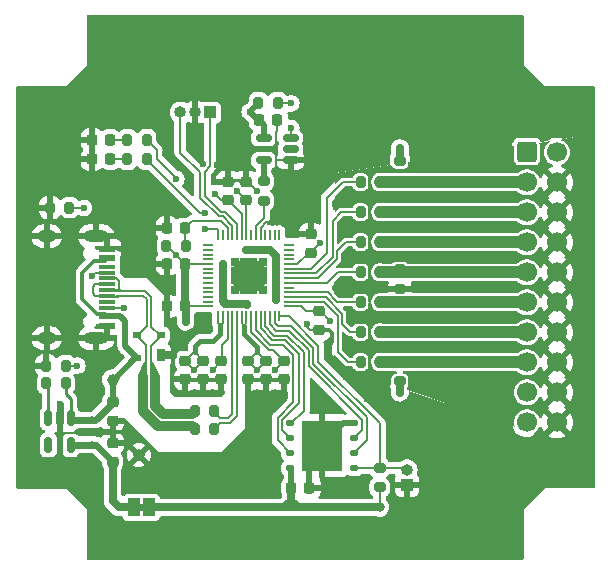
<source format=gtl>
G04 #@! TF.GenerationSoftware,KiCad,Pcbnew,7.0.1-0*
G04 #@! TF.CreationDate,2023-05-08T01:12:17+09:00*
G04 #@! TF.ProjectId,rp2040_jtag_debugger,72703230-3430-45f6-9a74-61675f646562,rev?*
G04 #@! TF.SameCoordinates,Original*
G04 #@! TF.FileFunction,Copper,L1,Top*
G04 #@! TF.FilePolarity,Positive*
%FSLAX46Y46*%
G04 Gerber Fmt 4.6, Leading zero omitted, Abs format (unit mm)*
G04 Created by KiCad (PCBNEW 7.0.1-0) date 2023-05-08 01:12:17*
%MOMM*%
%LPD*%
G01*
G04 APERTURE LIST*
G04 Aperture macros list*
%AMRoundRect*
0 Rectangle with rounded corners*
0 $1 Rounding radius*
0 $2 $3 $4 $5 $6 $7 $8 $9 X,Y pos of 4 corners*
0 Add a 4 corners polygon primitive as box body*
4,1,4,$2,$3,$4,$5,$6,$7,$8,$9,$2,$3,0*
0 Add four circle primitives for the rounded corners*
1,1,$1+$1,$2,$3*
1,1,$1+$1,$4,$5*
1,1,$1+$1,$6,$7*
1,1,$1+$1,$8,$9*
0 Add four rect primitives between the rounded corners*
20,1,$1+$1,$2,$3,$4,$5,0*
20,1,$1+$1,$4,$5,$6,$7,0*
20,1,$1+$1,$6,$7,$8,$9,0*
20,1,$1+$1,$8,$9,$2,$3,0*%
G04 Aperture macros list end*
G04 #@! TA.AperFunction,ComponentPad*
%ADD10RoundRect,0.250000X-0.600000X-0.600000X0.600000X-0.600000X0.600000X0.600000X-0.600000X0.600000X0*%
G04 #@! TD*
G04 #@! TA.AperFunction,ComponentPad*
%ADD11C,1.700000*%
G04 #@! TD*
G04 #@! TA.AperFunction,SMDPad,CuDef*
%ADD12RoundRect,0.200000X-0.200000X-0.275000X0.200000X-0.275000X0.200000X0.275000X-0.200000X0.275000X0*%
G04 #@! TD*
G04 #@! TA.AperFunction,SMDPad,CuDef*
%ADD13RoundRect,0.225000X0.250000X-0.225000X0.250000X0.225000X-0.250000X0.225000X-0.250000X-0.225000X0*%
G04 #@! TD*
G04 #@! TA.AperFunction,ComponentPad*
%ADD14R,1.000000X1.000000*%
G04 #@! TD*
G04 #@! TA.AperFunction,ComponentPad*
%ADD15O,1.000000X1.000000*%
G04 #@! TD*
G04 #@! TA.AperFunction,SMDPad,CuDef*
%ADD16RoundRect,0.225000X-0.250000X0.225000X-0.250000X-0.225000X0.250000X-0.225000X0.250000X0.225000X0*%
G04 #@! TD*
G04 #@! TA.AperFunction,SMDPad,CuDef*
%ADD17RoundRect,0.200000X0.200000X0.275000X-0.200000X0.275000X-0.200000X-0.275000X0.200000X-0.275000X0*%
G04 #@! TD*
G04 #@! TA.AperFunction,SMDPad,CuDef*
%ADD18R,0.700000X1.000000*%
G04 #@! TD*
G04 #@! TA.AperFunction,SMDPad,CuDef*
%ADD19R,0.700000X0.600000*%
G04 #@! TD*
G04 #@! TA.AperFunction,SMDPad,CuDef*
%ADD20RoundRect,0.218750X-0.218750X-0.256250X0.218750X-0.256250X0.218750X0.256250X-0.218750X0.256250X0*%
G04 #@! TD*
G04 #@! TA.AperFunction,SMDPad,CuDef*
%ADD21R,1.450000X0.600000*%
G04 #@! TD*
G04 #@! TA.AperFunction,SMDPad,CuDef*
%ADD22R,1.450000X0.300000*%
G04 #@! TD*
G04 #@! TA.AperFunction,ComponentPad*
%ADD23O,2.100000X1.000000*%
G04 #@! TD*
G04 #@! TA.AperFunction,ComponentPad*
%ADD24O,1.600000X1.000000*%
G04 #@! TD*
G04 #@! TA.AperFunction,SMDPad,CuDef*
%ADD25RoundRect,0.125000X0.250000X0.125000X-0.250000X0.125000X-0.250000X-0.125000X0.250000X-0.125000X0*%
G04 #@! TD*
G04 #@! TA.AperFunction,SMDPad,CuDef*
%ADD26R,3.400000X4.300000*%
G04 #@! TD*
G04 #@! TA.AperFunction,SMDPad,CuDef*
%ADD27RoundRect,0.225000X0.225000X0.250000X-0.225000X0.250000X-0.225000X-0.250000X0.225000X-0.250000X0*%
G04 #@! TD*
G04 #@! TA.AperFunction,SMDPad,CuDef*
%ADD28RoundRect,0.150000X-0.150000X0.512500X-0.150000X-0.512500X0.150000X-0.512500X0.150000X0.512500X0*%
G04 #@! TD*
G04 #@! TA.AperFunction,SMDPad,CuDef*
%ADD29RoundRect,0.200000X-0.275000X0.200000X-0.275000X-0.200000X0.275000X-0.200000X0.275000X0.200000X0*%
G04 #@! TD*
G04 #@! TA.AperFunction,SMDPad,CuDef*
%ADD30O,0.875000X0.200000*%
G04 #@! TD*
G04 #@! TA.AperFunction,SMDPad,CuDef*
%ADD31O,0.200000X0.875000*%
G04 #@! TD*
G04 #@! TA.AperFunction,SMDPad,CuDef*
%ADD32R,0.800000X0.800000*%
G04 #@! TD*
G04 #@! TA.AperFunction,ComponentPad*
%ADD33C,3.000000*%
G04 #@! TD*
G04 #@! TA.AperFunction,SMDPad,CuDef*
%ADD34RoundRect,0.225000X-0.225000X-0.250000X0.225000X-0.250000X0.225000X0.250000X-0.225000X0.250000X0*%
G04 #@! TD*
G04 #@! TA.AperFunction,SMDPad,CuDef*
%ADD35RoundRect,0.200000X0.275000X-0.200000X0.275000X0.200000X-0.275000X0.200000X-0.275000X-0.200000X0*%
G04 #@! TD*
G04 #@! TA.AperFunction,SMDPad,CuDef*
%ADD36R,1.000000X1.500000*%
G04 #@! TD*
G04 #@! TA.AperFunction,SMDPad,CuDef*
%ADD37C,1.000000*%
G04 #@! TD*
G04 #@! TA.AperFunction,SMDPad,CuDef*
%ADD38RoundRect,0.112500X-0.112500X0.187500X-0.112500X-0.187500X0.112500X-0.187500X0.112500X0.187500X0*%
G04 #@! TD*
G04 #@! TA.AperFunction,SMDPad,CuDef*
%ADD39RoundRect,0.150000X0.512500X0.150000X-0.512500X0.150000X-0.512500X-0.150000X0.512500X-0.150000X0*%
G04 #@! TD*
G04 #@! TA.AperFunction,ViaPad*
%ADD40C,0.600000*%
G04 #@! TD*
G04 #@! TA.AperFunction,ViaPad*
%ADD41C,0.800000*%
G04 #@! TD*
G04 #@! TA.AperFunction,ViaPad*
%ADD42C,3.000000*%
G04 #@! TD*
G04 #@! TA.AperFunction,Conductor*
%ADD43C,0.500000*%
G04 #@! TD*
G04 #@! TA.AperFunction,Conductor*
%ADD44C,0.200000*%
G04 #@! TD*
G04 #@! TA.AperFunction,Conductor*
%ADD45C,0.700000*%
G04 #@! TD*
G04 #@! TA.AperFunction,Conductor*
%ADD46C,0.300000*%
G04 #@! TD*
G04 #@! TA.AperFunction,Conductor*
%ADD47C,0.600000*%
G04 #@! TD*
G04 #@! TA.AperFunction,Conductor*
%ADD48C,0.400000*%
G04 #@! TD*
G04 #@! TA.AperFunction,Conductor*
%ADD49C,0.250000*%
G04 #@! TD*
G04 #@! TA.AperFunction,Conductor*
%ADD50C,0.830000*%
G04 #@! TD*
G04 #@! TA.AperFunction,Conductor*
%ADD51C,1.000000*%
G04 #@! TD*
G04 APERTURE END LIST*
G04 #@! TA.AperFunction,EtchedComponent*
G36*
X111360000Y-92520000D02*
G01*
X110860000Y-92520000D01*
X110860000Y-91920000D01*
X111360000Y-91920000D01*
X111360000Y-92520000D01*
G37*
G04 #@! TD.AperFunction*
D10*
X143750000Y-62150000D03*
D11*
X146290000Y-62150000D03*
X143750000Y-64690000D03*
X146290000Y-64690000D03*
X143750000Y-67230000D03*
X146290000Y-67230000D03*
X143750000Y-69770000D03*
X146290000Y-69770000D03*
X143750000Y-72310000D03*
X146290000Y-72310000D03*
X143750000Y-74850000D03*
X146290000Y-74850000D03*
X143750000Y-77390000D03*
X146290000Y-77390000D03*
X143750000Y-79930000D03*
X146290000Y-79930000D03*
X143750000Y-82470000D03*
X146290000Y-82470000D03*
X143750000Y-85010000D03*
X146290000Y-85010000D03*
D12*
X103050000Y-80200000D03*
X104700000Y-80200000D03*
D13*
X108680000Y-88337500D03*
X108680000Y-86787500D03*
D14*
X116951000Y-58760000D03*
D15*
X115681000Y-58760000D03*
X114411000Y-58760000D03*
D16*
X117886487Y-79805000D03*
X117886487Y-81355000D03*
D17*
X117300000Y-84080000D03*
X115650000Y-84080000D03*
X122661000Y-57940000D03*
X121011000Y-57940000D03*
X117300000Y-85600000D03*
X115650000Y-85600000D03*
D18*
X112750000Y-79350000D03*
D19*
X112750000Y-77650000D03*
X110750000Y-77650000D03*
X110750000Y-79550000D03*
D17*
X111585000Y-62744000D03*
X109935000Y-62744000D03*
D20*
X106922500Y-62740000D03*
X108497500Y-62740000D03*
D14*
X133600000Y-90300000D03*
D15*
X133600000Y-89030000D03*
D16*
X123196000Y-79815000D03*
X123196000Y-81365000D03*
D20*
X106922500Y-61076000D03*
X108497500Y-61076000D03*
D16*
X114846000Y-79815000D03*
X114846000Y-81365000D03*
D21*
X108195000Y-70325000D03*
X108195000Y-71125000D03*
D22*
X108195000Y-72325000D03*
X108195000Y-73325000D03*
X108195000Y-73825000D03*
X108195000Y-74825000D03*
D21*
X108195000Y-76025000D03*
X108195000Y-76825000D03*
X108195000Y-76825000D03*
X108195000Y-76025000D03*
D22*
X108195000Y-75325000D03*
X108195000Y-74325000D03*
X108195000Y-72825000D03*
X108195000Y-71825000D03*
D21*
X108195000Y-71125000D03*
X108195000Y-70325000D03*
D23*
X107280000Y-69255000D03*
D24*
X103100000Y-69255000D03*
D23*
X107280000Y-77895000D03*
D24*
X103100000Y-77895000D03*
D17*
X104695000Y-81720000D03*
X103045000Y-81720000D03*
D12*
X113235000Y-70080000D03*
X114885000Y-70080000D03*
D25*
X129122500Y-88882500D03*
X129122500Y-87612500D03*
X129122500Y-86342500D03*
X129122500Y-85072500D03*
X123722500Y-85072500D03*
X123722500Y-86342500D03*
X123722500Y-87612500D03*
X123722500Y-88882500D03*
D26*
X126422500Y-86977500D03*
D27*
X114835000Y-71600000D03*
X113285000Y-71600000D03*
D28*
X105140000Y-84645000D03*
X104190000Y-84645000D03*
X103240000Y-84645000D03*
X103240000Y-86920000D03*
X105140000Y-86920000D03*
D12*
X129675000Y-74830000D03*
X131325000Y-74830000D03*
D29*
X121476000Y-64595000D03*
X121476000Y-66245000D03*
D16*
X116366487Y-79805000D03*
X116366487Y-81355000D03*
D12*
X129675000Y-79900000D03*
X131325000Y-79900000D03*
D16*
X121676000Y-79815000D03*
X121676000Y-81365000D03*
D12*
X129675000Y-67200000D03*
X131325000Y-67200000D03*
D30*
X123643500Y-75200000D03*
X123643500Y-74800000D03*
X123643500Y-74400000D03*
X123643500Y-74000000D03*
X123643500Y-73600000D03*
X123643500Y-73200000D03*
X123643500Y-72800000D03*
X123643500Y-72400000D03*
X123643500Y-72000000D03*
X123643500Y-71600000D03*
X123643500Y-71200000D03*
X123643500Y-70800000D03*
X123643500Y-70400000D03*
X123643500Y-70000000D03*
D31*
X122806000Y-69162500D03*
X122406000Y-69162500D03*
X122006000Y-69162500D03*
X121606000Y-69162500D03*
X121206000Y-69162500D03*
X120806000Y-69162500D03*
X120406000Y-69162500D03*
X120006000Y-69162500D03*
X119606000Y-69162500D03*
X119206000Y-69162500D03*
X118806000Y-69162500D03*
X118406000Y-69162500D03*
X118006000Y-69162500D03*
X117606000Y-69162500D03*
D30*
X116768500Y-70000000D03*
X116768500Y-70400000D03*
X116768500Y-70800000D03*
X116768500Y-71200000D03*
X116768500Y-71600000D03*
X116768500Y-72000000D03*
X116768500Y-72400000D03*
X116768500Y-72800000D03*
X116768500Y-73200000D03*
X116768500Y-73600000D03*
X116768500Y-74000000D03*
X116768500Y-74400000D03*
X116768500Y-74800000D03*
X116768500Y-75200000D03*
D31*
X117606000Y-76037500D03*
X118006000Y-76037500D03*
X118406000Y-76037500D03*
X118806000Y-76037500D03*
X119206000Y-76037500D03*
X119606000Y-76037500D03*
X120006000Y-76037500D03*
X120406000Y-76037500D03*
X120806000Y-76037500D03*
X121206000Y-76037500D03*
X121606000Y-76037500D03*
X122006000Y-76037500D03*
X122406000Y-76037500D03*
X122806000Y-76037500D03*
D32*
X121406000Y-73800000D03*
X121406000Y-73000000D03*
X121406000Y-72200000D03*
X121406000Y-71400000D03*
X120606000Y-73800000D03*
X120606000Y-73000000D03*
X120606000Y-72200000D03*
X120606000Y-71400000D03*
D33*
X120206000Y-72600000D03*
D32*
X119806000Y-73800000D03*
X119806000Y-73000000D03*
X119806000Y-72200000D03*
X119806000Y-71400000D03*
X119006000Y-73800000D03*
X119006000Y-73000000D03*
X119006000Y-72200000D03*
X119006000Y-71400000D03*
D34*
X123797500Y-90527500D03*
X125347500Y-90527500D03*
D35*
X133000000Y-64550000D03*
X133000000Y-62900000D03*
X133000000Y-73700000D03*
X133000000Y-72050000D03*
D34*
X121061000Y-59440000D03*
X122611000Y-59440000D03*
D12*
X129675000Y-69740000D03*
X131325000Y-69740000D03*
D29*
X133000000Y-79900000D03*
X133000000Y-81550000D03*
D13*
X118436000Y-66195000D03*
X118436000Y-64645000D03*
D27*
X114835000Y-68550000D03*
X113285000Y-68550000D03*
D36*
X110460000Y-92220000D03*
X111760000Y-92220000D03*
D37*
X110900000Y-87775000D03*
D12*
X129675000Y-77370000D03*
X131325000Y-77370000D03*
D16*
X126160000Y-75625000D03*
X126160000Y-77175000D03*
D12*
X103375000Y-66830000D03*
X105025000Y-66830000D03*
X129675000Y-64660000D03*
X131325000Y-64660000D03*
D16*
X120156000Y-79815000D03*
X120156000Y-81365000D03*
D38*
X106910000Y-84802500D03*
X106910000Y-86902500D03*
D37*
X108670000Y-81410000D03*
D27*
X114835000Y-75190000D03*
X113285000Y-75190000D03*
D29*
X131300000Y-88875000D03*
X131300000Y-90525000D03*
D17*
X111585000Y-61070000D03*
X109935000Y-61070000D03*
D13*
X119956000Y-66195000D03*
X119956000Y-64645000D03*
D12*
X129675000Y-72290000D03*
X131325000Y-72290000D03*
D39*
X123753500Y-62840000D03*
X123753500Y-61890000D03*
X123753500Y-60940000D03*
X121478500Y-60940000D03*
X121478500Y-62840000D03*
D16*
X108680000Y-83317500D03*
X108680000Y-84867500D03*
D13*
X125460000Y-70635000D03*
X125460000Y-69085000D03*
D40*
X108940000Y-65060000D03*
X103490000Y-61770000D03*
X129080000Y-59660000D03*
X103950000Y-73600000D03*
X139010000Y-86700000D03*
X139050000Y-92530000D03*
X137280000Y-59680000D03*
X137240000Y-54670000D03*
X129070000Y-54550000D03*
X121200000Y-54400000D03*
X112570000Y-54210000D03*
X108760000Y-58480000D03*
X123186000Y-82380000D03*
X142000000Y-63440000D03*
X120000000Y-86050000D03*
X104200000Y-88300000D03*
X128000000Y-69000000D03*
X101000000Y-57000000D03*
X113700000Y-73350000D03*
X109900000Y-70300000D03*
X117700000Y-82500000D03*
X128500000Y-71500000D03*
X115675000Y-61050000D03*
X115050000Y-96275000D03*
X144100000Y-91225000D03*
X127050000Y-96275000D03*
X139000000Y-71060000D03*
X104500000Y-56950000D03*
X149150000Y-73600000D03*
X136000000Y-81220000D03*
X101000000Y-65300000D03*
X127500000Y-66500000D03*
X139000000Y-63440000D03*
X143125000Y-92600000D03*
X107050000Y-96275000D03*
D41*
X132500000Y-84200000D03*
D40*
X114800000Y-82500000D03*
X110925000Y-50875000D03*
X117550500Y-63200000D03*
X119250000Y-61100000D03*
X105840000Y-85832500D03*
X125700000Y-83925000D03*
X109100000Y-93350000D03*
X126810000Y-90550000D03*
X101000000Y-86050000D03*
X127700000Y-83925000D03*
X122250000Y-68054342D03*
X130925000Y-50875000D03*
X139000000Y-81220000D03*
X144050000Y-55850000D03*
X130000000Y-71060000D03*
X149150000Y-86050000D03*
X130000000Y-68520000D03*
X111050000Y-96275000D03*
X130000000Y-65980000D03*
X136000000Y-78680000D03*
X101000000Y-81900000D03*
X108680000Y-85832500D03*
X111960000Y-68550000D03*
X106000000Y-83800000D03*
X126980000Y-64740000D03*
X116400000Y-82500000D03*
X126925000Y-50875000D03*
X123050000Y-96275000D03*
X142000000Y-71060000D03*
X109400000Y-79500000D03*
X128450000Y-81200000D03*
X133000000Y-78680000D03*
X142000000Y-65980000D03*
X128950000Y-76150000D03*
X136000000Y-76140000D03*
X119430000Y-63240000D03*
X114925000Y-50875000D03*
X105875000Y-55975000D03*
X130000000Y-73600000D03*
X139050000Y-96275000D03*
D42*
X126422500Y-86977500D03*
D40*
X136000000Y-63440000D03*
X104525000Y-90275000D03*
X149150000Y-57000000D03*
X145575000Y-90250000D03*
X113375000Y-62225000D03*
X139000000Y-65980000D03*
X132450000Y-87950000D03*
X122500000Y-91100000D03*
X106925000Y-50875000D03*
X131700000Y-81200000D03*
X131050000Y-96275000D03*
X142000000Y-81220000D03*
X116350000Y-76200000D03*
X118025000Y-93400000D03*
X142000000Y-76140000D03*
X126820000Y-78680000D03*
X113802015Y-79367765D03*
X134200000Y-81200000D03*
X113000000Y-65300000D03*
X120886873Y-65420000D03*
X143075000Y-54400000D03*
X101000000Y-90200000D03*
X126100000Y-67800000D03*
X128800000Y-78700000D03*
X123756000Y-63640000D03*
X139000000Y-68520000D03*
X130250000Y-83050000D03*
X116300000Y-63100000D03*
X114975000Y-67275000D03*
X104190000Y-83472500D03*
X134925000Y-50875000D03*
X122550000Y-88200000D03*
X101000000Y-61150000D03*
X119050000Y-96275000D03*
X139000000Y-76140000D03*
X101000000Y-69450000D03*
X133000000Y-76140000D03*
X136000000Y-65980000D03*
X109800000Y-90650000D03*
X130000000Y-78680000D03*
X115150000Y-87900000D03*
X130190000Y-89800000D03*
X118925000Y-50875000D03*
X122925000Y-50875000D03*
X136000000Y-71060000D03*
X120150000Y-82700000D03*
X142000000Y-73600000D03*
X128000000Y-93300000D03*
X133000000Y-65980000D03*
X143050000Y-96275000D03*
X139000000Y-73600000D03*
X111970000Y-71610000D03*
X142000000Y-68520000D03*
X145525000Y-56925000D03*
X149150000Y-81900000D03*
X136000000Y-68520000D03*
X118300000Y-87800000D03*
X125103911Y-76696089D03*
X101000000Y-77750000D03*
X106900000Y-92725000D03*
X130150000Y-91050000D03*
X120000000Y-91100000D03*
X149150000Y-69450000D03*
X125650000Y-81800000D03*
X149150000Y-77750000D03*
X115450000Y-91000000D03*
X107250000Y-88350000D03*
X105900000Y-91275000D03*
X149150000Y-61150000D03*
X142925000Y-50875000D03*
X135050000Y-96275000D03*
X149150000Y-90200000D03*
X109900000Y-72250000D03*
D41*
X110125000Y-85775000D03*
D40*
X136000000Y-73600000D03*
X133000000Y-71060000D03*
X149150000Y-65300000D03*
X139000000Y-78680000D03*
X133000000Y-68520000D03*
X120050000Y-88500000D03*
X127550000Y-73600000D03*
X112450000Y-87900000D03*
X142000000Y-78680000D03*
X130000000Y-76140000D03*
X106950000Y-54525000D03*
X115200000Y-64250000D03*
X138925000Y-50875000D03*
X101000000Y-73600000D03*
X123750000Y-67925000D03*
D41*
X131300000Y-92200000D03*
D40*
X115606000Y-80590000D03*
X122510000Y-74620000D03*
X127120000Y-76440000D03*
X122500000Y-70980000D03*
X133000000Y-82500000D03*
X120010000Y-70390000D03*
X133000000Y-61800000D03*
X114063911Y-64416089D03*
X120916000Y-80570000D03*
X119195998Y-65384591D03*
X120286000Y-58710000D03*
X126202987Y-69840909D03*
X121180000Y-92220000D03*
X114860000Y-76490000D03*
X114070000Y-70830000D03*
X120080000Y-75050000D03*
X122446000Y-80590000D03*
X117340000Y-65717153D03*
X117150404Y-80592762D03*
X118050000Y-71580000D03*
X118210000Y-75030000D03*
X106960000Y-72590000D03*
X106260000Y-66850000D03*
X105690000Y-80210000D03*
X109600000Y-75300000D03*
X116490500Y-67300000D03*
X116490500Y-68600000D03*
X123800000Y-60100000D03*
X123800000Y-58000000D03*
D43*
X126787500Y-90527500D02*
X126810000Y-90550000D01*
X105840000Y-85832500D02*
X105830000Y-85842500D01*
D44*
X113285000Y-71600000D02*
X111980000Y-71600000D01*
D43*
X125347500Y-88052500D02*
X126422500Y-86977500D01*
X129122500Y-85072500D02*
X128177500Y-85072500D01*
D44*
X120886873Y-65420000D02*
X120111873Y-64645000D01*
X122476000Y-62920000D02*
X122476000Y-60450000D01*
D43*
X128177500Y-85072500D02*
X126422500Y-86827500D01*
D44*
X108680000Y-86787500D02*
X108680000Y-85832500D01*
X104190000Y-84645000D02*
X104190000Y-85790000D01*
X108680000Y-84867500D02*
X108680000Y-85832500D01*
X123196000Y-81365000D02*
X123196000Y-82370000D01*
D43*
X108195000Y-76825000D02*
X108195000Y-77895000D01*
D45*
X112750000Y-79350000D02*
X113784250Y-79350000D01*
D44*
X125103911Y-76903911D02*
X125375000Y-77175000D01*
X123753500Y-62840000D02*
X122486000Y-62840000D01*
X111980000Y-71600000D02*
X111970000Y-71610000D01*
X122756000Y-63640000D02*
X122476000Y-63360000D01*
D46*
X110150000Y-85750000D02*
X109890000Y-85830000D01*
D47*
X104190000Y-84645000D02*
X104190000Y-83472500D01*
D45*
X113784250Y-79350000D02*
X113802015Y-79367765D01*
D43*
X125347500Y-90527500D02*
X125347500Y-88052500D01*
D44*
X121206000Y-68535686D02*
X121206000Y-69162500D01*
X120150000Y-82700000D02*
X120156000Y-81365000D01*
D43*
X125347500Y-90527500D02*
X126787500Y-90527500D01*
X108680000Y-85832500D02*
X105840000Y-85832500D01*
D44*
X125103911Y-76696089D02*
X125103911Y-76903911D01*
X123196000Y-82370000D02*
X123186000Y-82380000D01*
D46*
X109887500Y-85832500D02*
X110125000Y-85775000D01*
D44*
X117550500Y-63200000D02*
X118100000Y-63200000D01*
X122486000Y-62840000D02*
X122476000Y-62830000D01*
X105772500Y-85900000D02*
X105840000Y-85832500D01*
X120156000Y-82524000D02*
X120150000Y-82700000D01*
X123756000Y-63640000D02*
X122756000Y-63640000D01*
X119430000Y-63240000D02*
X119526000Y-63240000D01*
D46*
X108680000Y-85832500D02*
X109887500Y-85832500D01*
D44*
X122476000Y-63360000D02*
X122476000Y-62830000D01*
X121687344Y-68054342D02*
X121206000Y-68535686D01*
X119526000Y-63240000D02*
X119956000Y-63670000D01*
D46*
X126160000Y-77175000D02*
X126975000Y-77175000D01*
D44*
X104190000Y-85790000D02*
X104300000Y-85900000D01*
X119956000Y-63670000D02*
X119956000Y-64645000D01*
X113285000Y-68550000D02*
X111960000Y-68550000D01*
X120111873Y-64645000D02*
X119956000Y-64645000D01*
D43*
X126422500Y-86827500D02*
X126422500Y-86977500D01*
D44*
X125375000Y-77175000D02*
X126160000Y-77175000D01*
D43*
X108195000Y-77895000D02*
X107280000Y-77895000D01*
D44*
X118100000Y-63200000D02*
X118436000Y-63536000D01*
X104300000Y-85900000D02*
X105772500Y-85900000D01*
X122550000Y-60450000D02*
X122476000Y-60450000D01*
X122611000Y-59440000D02*
X122611000Y-60315000D01*
D46*
X110125000Y-85775000D02*
X110150000Y-85750000D01*
X127270000Y-77470000D02*
X127270000Y-78230000D01*
X127270000Y-78230000D02*
X126820000Y-78680000D01*
X126975000Y-77175000D02*
X127270000Y-77470000D01*
D44*
X118436000Y-63536000D02*
X118436000Y-64645000D01*
X122250000Y-68054342D02*
X121687344Y-68054342D01*
X122550000Y-60376000D02*
X122550000Y-60450000D01*
X122611000Y-60315000D02*
X122550000Y-60376000D01*
D43*
X121011000Y-57985000D02*
X120286000Y-58710000D01*
D44*
X126305000Y-75625000D02*
X127120000Y-76440000D01*
X124300000Y-71600000D02*
X123643500Y-71600000D01*
X117606000Y-76640000D02*
X117606000Y-76037500D01*
X114846000Y-79815000D02*
X114846000Y-79830000D01*
X120161000Y-79815000D02*
X120916000Y-80570000D01*
D45*
X114835000Y-71600000D02*
X114835000Y-75190000D01*
X124220000Y-92220000D02*
X122070000Y-92220000D01*
X131280000Y-92220000D02*
X124220000Y-92220000D01*
D44*
X125460000Y-70583896D02*
X125460000Y-70635000D01*
X124590000Y-75200000D02*
X125015000Y-75625000D01*
D43*
X121011000Y-57940000D02*
X121011000Y-57985000D01*
D44*
X117716000Y-76750000D02*
X117606000Y-76640000D01*
D45*
X123220000Y-92220000D02*
X122070000Y-92220000D01*
X133000000Y-62900000D02*
X133000000Y-61800000D01*
X122510000Y-70990000D02*
X122510000Y-74620000D01*
D44*
X123643500Y-75200000D02*
X124590000Y-75200000D01*
X114845000Y-75200000D02*
X114835000Y-75190000D01*
D48*
X115641487Y-78558513D02*
X115641487Y-79080000D01*
D46*
X117796000Y-76800000D02*
X117796000Y-76820000D01*
D44*
X126160000Y-75625000D02*
X126305000Y-75625000D01*
D45*
X131300000Y-92200000D02*
X131280000Y-92220000D01*
D43*
X121478500Y-59857500D02*
X121061000Y-59440000D01*
D44*
X112400000Y-62700000D02*
X112400000Y-61950000D01*
X117896000Y-76750000D02*
X117716000Y-76750000D01*
X118006000Y-76640000D02*
X117896000Y-76750000D01*
X125265000Y-70635000D02*
X124300000Y-71600000D01*
X120006000Y-76037500D02*
X120006000Y-76640000D01*
D48*
X120891000Y-79080000D02*
X120891000Y-78655000D01*
D44*
X119956000Y-66144593D02*
X119956000Y-66195000D01*
X113320000Y-70080000D02*
X114070000Y-70830000D01*
D48*
X119806000Y-77570000D02*
X119806000Y-76840000D01*
D45*
X123800000Y-90530000D02*
X123800000Y-91640000D01*
D48*
X116100000Y-78100000D02*
X115641487Y-78558513D01*
D44*
X113235000Y-70080000D02*
X113320000Y-70080000D01*
X119726000Y-76760000D02*
X119606000Y-76640000D01*
D43*
X121061000Y-59440000D02*
X121016000Y-59440000D01*
D44*
X111585000Y-61135000D02*
X111585000Y-61070000D01*
X120156000Y-79815000D02*
X120161000Y-79815000D01*
D45*
X121990000Y-70390000D02*
X122500000Y-70900000D01*
D44*
X131300000Y-92200000D02*
X131300000Y-90525000D01*
X118006000Y-76037500D02*
X118006000Y-76640000D01*
X114835000Y-71600000D02*
X116768500Y-71600000D01*
X115641487Y-79080000D02*
X115581000Y-79080000D01*
X120006000Y-66245000D02*
X120006000Y-69162500D01*
D48*
X120891000Y-78655000D02*
X119806000Y-77570000D01*
D44*
X114063911Y-64416089D02*
X114063911Y-64363911D01*
D45*
X120010000Y-70390000D02*
X121990000Y-70390000D01*
D43*
X121478500Y-60940000D02*
X121478500Y-59857500D01*
D45*
X114860000Y-75215000D02*
X114835000Y-75190000D01*
D43*
X123797500Y-88957500D02*
X123722500Y-88882500D01*
D45*
X114860000Y-76490000D02*
X114860000Y-75215000D01*
X123797500Y-90527500D02*
X123800000Y-90530000D01*
D44*
X114835000Y-71600000D02*
X114835000Y-71595000D01*
D46*
X117796000Y-76820000D02*
X117776000Y-76840000D01*
D44*
X125015000Y-75625000D02*
X126160000Y-75625000D01*
D43*
X121016000Y-59440000D02*
X120286000Y-58710000D01*
D44*
X119886000Y-76760000D02*
X119726000Y-76760000D01*
X120006000Y-76640000D02*
X119886000Y-76760000D01*
X115581000Y-79080000D02*
X114846000Y-79815000D01*
D45*
X121180000Y-92220000D02*
X122070000Y-92220000D01*
D44*
X114845000Y-75200000D02*
X116540000Y-75200000D01*
X116366487Y-79805000D02*
X115641487Y-79080000D01*
D45*
X122500000Y-70980000D02*
X122510000Y-70990000D01*
X123800000Y-91640000D02*
X124380000Y-92220000D01*
D44*
X120941000Y-79080000D02*
X120891000Y-79080000D01*
X116366487Y-79805000D02*
X116366487Y-79829513D01*
X114063911Y-64363911D02*
X112400000Y-62700000D01*
X114835000Y-71595000D02*
X114070000Y-70830000D01*
X126202987Y-69840909D02*
X125460000Y-70583896D01*
X114846000Y-79830000D02*
X115606000Y-80590000D01*
X121671000Y-79815000D02*
X120916000Y-80570000D01*
D48*
X117776000Y-76840000D02*
X117776000Y-77524000D01*
D44*
X121676000Y-79815000D02*
X120941000Y-79080000D01*
D45*
X123800000Y-91640000D02*
X123220000Y-92220000D01*
D48*
X117200000Y-78100000D02*
X116100000Y-78100000D01*
D44*
X119606000Y-76640000D02*
X119606000Y-76037500D01*
X125460000Y-70635000D02*
X125265000Y-70635000D01*
D43*
X123797500Y-90527500D02*
X123797500Y-88957500D01*
D45*
X122070000Y-92220000D02*
X111760000Y-92220000D01*
X133000000Y-82500000D02*
X133000000Y-81550000D01*
D44*
X112400000Y-61950000D02*
X111585000Y-61135000D01*
X120891000Y-79080000D02*
X120156000Y-79815000D01*
D48*
X117776000Y-77524000D02*
X117200000Y-78100000D01*
D45*
X122500000Y-70900000D02*
X122500000Y-70980000D01*
D44*
X119956000Y-66195000D02*
X120006000Y-66245000D01*
X116366487Y-79829513D02*
X115606000Y-80590000D01*
X119195998Y-65384591D02*
X119956000Y-66144593D01*
X118406000Y-69162500D02*
X118406000Y-68525000D01*
X114835000Y-68550000D02*
X114835000Y-70030000D01*
X117851000Y-67970000D02*
X115415000Y-67970000D01*
X115415000Y-67970000D02*
X114835000Y-68550000D01*
X118406000Y-68525000D02*
X117851000Y-67970000D01*
X114835000Y-70030000D02*
X114885000Y-70080000D01*
D43*
X110614722Y-79550000D02*
X108680000Y-81484722D01*
D49*
X105140000Y-83040000D02*
X105140000Y-84645000D01*
D46*
X107995000Y-71325000D02*
X107120000Y-71325000D01*
X106100000Y-74600000D02*
X107325000Y-75825000D01*
D43*
X108670000Y-81410000D02*
X108670000Y-83307500D01*
D46*
X107325000Y-75825000D02*
X107995000Y-75825000D01*
X107120000Y-71325000D02*
X106100000Y-72345000D01*
X106100000Y-72345000D02*
X106100000Y-74600000D01*
D47*
X107227500Y-84802500D02*
X106910000Y-84802500D01*
D43*
X109740000Y-78540000D02*
X110750000Y-79550000D01*
D47*
X105297500Y-84802500D02*
X105140000Y-84645000D01*
D46*
X107995000Y-75825000D02*
X108195000Y-76025000D01*
D47*
X106910000Y-84802500D02*
X105297500Y-84802500D01*
D43*
X108670000Y-83307500D02*
X108680000Y-83317500D01*
D47*
X108680000Y-83350000D02*
X107227500Y-84802500D01*
D43*
X109320000Y-76025000D02*
X109740000Y-76445000D01*
X109740000Y-76445000D02*
X109740000Y-78540000D01*
X108195000Y-76025000D02*
X109320000Y-76025000D01*
D49*
X104695000Y-81720000D02*
X104695000Y-82595000D01*
D46*
X108195000Y-71125000D02*
X107995000Y-71325000D01*
D47*
X108680000Y-83317500D02*
X108680000Y-83350000D01*
D43*
X110750000Y-79550000D02*
X110614722Y-79550000D01*
D49*
X104695000Y-82595000D02*
X105140000Y-83040000D01*
D44*
X109929000Y-61076000D02*
X109935000Y-61070000D01*
X108497500Y-61076000D02*
X109929000Y-61076000D01*
X121877572Y-78860000D02*
X120406000Y-77388427D01*
X122446000Y-80590000D02*
X123196000Y-79840000D01*
X119606000Y-69162500D02*
X119606000Y-67365000D01*
X117817847Y-66195000D02*
X118436000Y-66195000D01*
X117886487Y-79805000D02*
X117886487Y-79856679D01*
X118406000Y-77957000D02*
X118406000Y-76037500D01*
X117900000Y-79791487D02*
X117900000Y-78463000D01*
X117886487Y-79856679D02*
X117150404Y-80592762D01*
X117900000Y-78463000D02*
X118406000Y-77957000D01*
D45*
X120060000Y-75030000D02*
X120080000Y-75050000D01*
X118070000Y-74890000D02*
X118210000Y-75030000D01*
X118070000Y-74750000D02*
X118070000Y-74890000D01*
D44*
X120406000Y-77388427D02*
X120406000Y-76070000D01*
X119606000Y-67365000D02*
X118436000Y-66195000D01*
X123196000Y-79815000D02*
X123181000Y-79815000D01*
X117886487Y-79805000D02*
X117900000Y-79791487D01*
D45*
X118056000Y-71586000D02*
X118056000Y-74750000D01*
D44*
X122226000Y-78860000D02*
X121877572Y-78860000D01*
D45*
X118210000Y-75030000D02*
X120060000Y-75030000D01*
X118056000Y-74750000D02*
X118070000Y-74750000D01*
D44*
X123196000Y-79840000D02*
X123196000Y-79815000D01*
X117340000Y-65717153D02*
X117817847Y-66195000D01*
D45*
X118050000Y-71580000D02*
X118056000Y-71586000D01*
D44*
X123181000Y-79815000D02*
X122226000Y-78860000D01*
D50*
X111209792Y-84048112D02*
X111209792Y-81129442D01*
X115405000Y-85355000D02*
X112516680Y-85355000D01*
D44*
X111557393Y-74550237D02*
X111557393Y-76882607D01*
X108195000Y-73325000D02*
X107220000Y-73325000D01*
X109095000Y-74375000D02*
X109190000Y-74280000D01*
X108195000Y-74325000D02*
X108245000Y-74375000D01*
X107000000Y-73545000D02*
X107000000Y-74100000D01*
X108195000Y-74325000D02*
X108210000Y-74340000D01*
X109165000Y-74275000D02*
X111282156Y-74275000D01*
X108245000Y-74375000D02*
X109095000Y-74375000D01*
X111530000Y-78480000D02*
X111530000Y-80611778D01*
X107225000Y-74325000D02*
X108195000Y-74325000D01*
D50*
X115650000Y-85600000D02*
X115405000Y-85355000D01*
D44*
X111557393Y-76882607D02*
X110790000Y-77650000D01*
X108925000Y-74275000D02*
X109165000Y-74275000D01*
D50*
X112516680Y-85355000D02*
X111209792Y-84048112D01*
D44*
X110750000Y-77700000D02*
X111530000Y-78480000D01*
X110790000Y-77650000D02*
X110750000Y-77650000D01*
X111282156Y-74275000D02*
X111557393Y-74550237D01*
X110750000Y-77650000D02*
X110750000Y-77700000D01*
X107000000Y-74100000D02*
X107225000Y-74325000D01*
X107220000Y-73325000D02*
X107000000Y-73545000D01*
X111447844Y-73875000D02*
X111957393Y-74384549D01*
X112750000Y-77700000D02*
X111930000Y-78520000D01*
D50*
X112239792Y-83621472D02*
X112239792Y-81129442D01*
X115405000Y-84325000D02*
X112943320Y-84325000D01*
X112943320Y-84325000D02*
X112239792Y-83621472D01*
D44*
X112700000Y-77650000D02*
X112750000Y-77650000D01*
X111957393Y-74384549D02*
X111957393Y-76907393D01*
X109220000Y-73050000D02*
X109220000Y-73650000D01*
X109095000Y-73775000D02*
X109220000Y-73650000D01*
X109220000Y-73650000D02*
X109220000Y-73760000D01*
X108245000Y-73775000D02*
X109095000Y-73775000D01*
X109210000Y-73690000D02*
X109390000Y-73870000D01*
X111930000Y-78520000D02*
X111930000Y-80586632D01*
X108195000Y-73825000D02*
X108245000Y-73775000D01*
X109385000Y-73875000D02*
X111447844Y-73875000D01*
X109220000Y-73760000D02*
X109105000Y-73875000D01*
X112750000Y-77650000D02*
X112750000Y-77700000D01*
X111957393Y-76907393D02*
X112700000Y-77650000D01*
X108995000Y-72825000D02*
X109220000Y-73050000D01*
X108245000Y-73875000D02*
X109105000Y-73875000D01*
D50*
X115650000Y-84080000D02*
X115405000Y-84325000D01*
D44*
X108245000Y-73875000D02*
X108195000Y-73825000D01*
X109105000Y-73875000D02*
X109385000Y-73875000D01*
X108195000Y-72825000D02*
X108995000Y-72825000D01*
X109931000Y-62740000D02*
X109935000Y-62744000D01*
X108497500Y-62740000D02*
X109931000Y-62740000D01*
X108195000Y-72325000D02*
X107225000Y-72325000D01*
X105025000Y-66830000D02*
X106240000Y-66830000D01*
X106240000Y-66830000D02*
X106260000Y-66850000D01*
X107225000Y-72325000D02*
X106960000Y-72590000D01*
X105680000Y-80200000D02*
X104700000Y-80200000D01*
X105690000Y-80210000D02*
X105680000Y-80200000D01*
X109600000Y-75300000D02*
X108220000Y-75300000D01*
X108220000Y-75300000D02*
X108195000Y-75325000D01*
X133470000Y-88900000D02*
X133600000Y-89030000D01*
X123597500Y-76037500D02*
X126087843Y-78527843D01*
X131300000Y-88882500D02*
X129122500Y-88882500D01*
X131300000Y-85084314D02*
X131300000Y-88882500D01*
X122806000Y-76037500D02*
X123597500Y-76037500D01*
X126087843Y-78527843D02*
X126087843Y-79872157D01*
X131325000Y-88900000D02*
X133470000Y-88900000D01*
X131292500Y-88882500D02*
X131300000Y-88875000D01*
X129122500Y-88882500D02*
X131292500Y-88882500D01*
X131300000Y-88875000D02*
X131325000Y-88900000D01*
X126087843Y-79872157D02*
X131300000Y-85084314D01*
D51*
X143720000Y-64660000D02*
X143750000Y-64690000D01*
X131325000Y-64660000D02*
X143720000Y-64660000D01*
X131325000Y-67200000D02*
X143700000Y-67200000D01*
X143700000Y-67200000D02*
X143740000Y-67240000D01*
X143720000Y-69740000D02*
X143750000Y-69770000D01*
X131325000Y-69740000D02*
X143720000Y-69740000D01*
X132750000Y-72320000D02*
X131355000Y-72320000D01*
X143740000Y-72320000D02*
X132750000Y-72320000D01*
X131355000Y-72320000D02*
X131325000Y-72290000D01*
X143750000Y-72310000D02*
X143740000Y-72320000D01*
D47*
X105157500Y-86902500D02*
X105140000Y-86920000D01*
D45*
X108680000Y-91680000D02*
X109200000Y-92200000D01*
D47*
X107245000Y-86902500D02*
X108680000Y-88337500D01*
X106910000Y-86902500D02*
X107245000Y-86902500D01*
X106910000Y-86902500D02*
X105157500Y-86902500D01*
D45*
X108680000Y-88337500D02*
X108680000Y-91680000D01*
X109250000Y-92220000D02*
X110460000Y-92220000D01*
D51*
X131325000Y-74830000D02*
X143730000Y-74830000D01*
X143730000Y-74830000D02*
X143750000Y-74850000D01*
D44*
X118806000Y-76037500D02*
X118806000Y-84294000D01*
X118460000Y-84640000D02*
X117795000Y-84640000D01*
X118806000Y-84294000D02*
X118460000Y-84640000D01*
X117795000Y-84640000D02*
X117300000Y-84145000D01*
X117300000Y-84145000D02*
X117300000Y-84080000D01*
X119206000Y-84459686D02*
X119206000Y-76037500D01*
X117765000Y-85040000D02*
X118625686Y-85040000D01*
X118625686Y-85040000D02*
X119206000Y-84459686D01*
X117300000Y-85505000D02*
X117765000Y-85040000D01*
X117300000Y-85600000D02*
X117300000Y-85505000D01*
X125500000Y-72000000D02*
X126802987Y-70697013D01*
X123643500Y-72000000D02*
X125500000Y-72000000D01*
X128170000Y-64660000D02*
X129675000Y-64660000D01*
X126802987Y-66027013D02*
X128170000Y-64660000D01*
X126802987Y-70697013D02*
X126802987Y-66027013D01*
X117500000Y-68600000D02*
X117606000Y-68706000D01*
X116490500Y-68600000D02*
X117500000Y-68600000D01*
X117606000Y-68706000D02*
X117606000Y-69162500D01*
X111585000Y-62785000D02*
X111585000Y-62744000D01*
X116100000Y-67300000D02*
X111585000Y-62785000D01*
X116490500Y-67300000D02*
X116100000Y-67300000D01*
X126552462Y-74800000D02*
X127720000Y-75967538D01*
X127720000Y-79020000D02*
X128600000Y-79900000D01*
X123643500Y-74800000D02*
X126552462Y-74800000D01*
X128600000Y-79900000D02*
X129675000Y-79900000D01*
X127720000Y-75967538D02*
X127720000Y-79020000D01*
D51*
X143740000Y-77400000D02*
X131355000Y-77400000D01*
X131355000Y-77400000D02*
X131325000Y-77370000D01*
X143750000Y-77390000D02*
X143740000Y-77400000D01*
D44*
X120806000Y-69162500D02*
X120806000Y-68370000D01*
X121476000Y-67700000D02*
X121476000Y-66245000D01*
X120806000Y-68370000D02*
X121476000Y-67700000D01*
X123643500Y-73200000D02*
X126850000Y-73200000D01*
X126850000Y-73200000D02*
X127760000Y-72290000D01*
X127760000Y-72290000D02*
X129675000Y-72290000D01*
X126065686Y-72800000D02*
X127700000Y-71165685D01*
X127700000Y-70500000D02*
X128460000Y-69740000D01*
X123643500Y-72800000D02*
X126065686Y-72800000D01*
X128460000Y-69740000D02*
X129675000Y-69740000D01*
X127700000Y-71165685D02*
X127700000Y-70500000D01*
X126718148Y-74400000D02*
X128120000Y-75801852D01*
X128120000Y-76700000D02*
X128790000Y-77370000D01*
X128790000Y-77370000D02*
X129675000Y-77370000D01*
X128120000Y-75801852D02*
X128120000Y-76700000D01*
X123643500Y-74400000D02*
X126718148Y-74400000D01*
X125900000Y-72400000D02*
X127300000Y-71000000D01*
X127300000Y-67950000D02*
X128040000Y-67210000D01*
X127300000Y-71000000D02*
X127300000Y-67950000D01*
X128040000Y-67210000D02*
X129665000Y-67210000D01*
X129665000Y-67210000D02*
X129675000Y-67200000D01*
X123643500Y-72400000D02*
X125900000Y-72400000D01*
D51*
X141835786Y-79930000D02*
X143750000Y-79930000D01*
X141805786Y-79900000D02*
X141835786Y-79930000D01*
X131325000Y-79900000D02*
X141805786Y-79900000D01*
D44*
X123786000Y-76860000D02*
X125680000Y-78754000D01*
X129122500Y-87612500D02*
X130197500Y-86537500D01*
X122706000Y-76860000D02*
X123786000Y-76860000D01*
X125680000Y-80030000D02*
X130197500Y-84547500D01*
X125680000Y-78754000D02*
X125680000Y-80030000D01*
X122406000Y-76560000D02*
X122706000Y-76860000D01*
X130197500Y-86537500D02*
X130197500Y-84547500D01*
X122406000Y-76037500D02*
X122406000Y-76560000D01*
X125280000Y-78924000D02*
X123616000Y-77260000D01*
X122006000Y-76725686D02*
X122006000Y-76037500D01*
X129797500Y-85667500D02*
X129797500Y-84771459D01*
X123616000Y-77260000D02*
X122540315Y-77260000D01*
X129797500Y-84771459D02*
X125280000Y-80253959D01*
X125280000Y-80253959D02*
X125280000Y-78924000D01*
X122540315Y-77260000D02*
X122006000Y-76725686D01*
X129122500Y-86342500D02*
X129797500Y-85667500D01*
X124856000Y-79068628D02*
X124856000Y-84034000D01*
X122374630Y-77660000D02*
X123447372Y-77660000D01*
X124856000Y-84034000D02*
X123817500Y-85072500D01*
X121606000Y-76037500D02*
X121606000Y-76891370D01*
X123817500Y-85072500D02*
X123722500Y-85072500D01*
X121606000Y-76891370D02*
X122374630Y-77660000D01*
X123447372Y-77660000D02*
X124856000Y-79068628D01*
X123047500Y-84771459D02*
X123047500Y-85667500D01*
X123281686Y-78060000D02*
X124453157Y-79231471D01*
X121206000Y-77057056D02*
X122208944Y-78060000D01*
X124453157Y-83365802D02*
X123047500Y-84771459D01*
X123047500Y-85667500D02*
X123722500Y-86342500D01*
X124453157Y-79231471D02*
X124453157Y-83365802D01*
X122208944Y-78060000D02*
X123281686Y-78060000D01*
X121206000Y-76037500D02*
X121206000Y-77057056D01*
X123116000Y-78460000D02*
X123986000Y-79330000D01*
X120806000Y-76037500D02*
X120806000Y-77222742D01*
X123986000Y-79330000D02*
X123986000Y-83267273D01*
X123986000Y-83267273D02*
X122647500Y-84605774D01*
X122043258Y-78460000D02*
X123116000Y-78460000D01*
X122647500Y-86537500D02*
X123722500Y-87612500D01*
X122647500Y-84605774D02*
X122647500Y-86537500D01*
X120806000Y-77222742D02*
X122043258Y-78460000D01*
X123643500Y-74000000D02*
X126883834Y-74000000D01*
X126883834Y-74000000D02*
X127713834Y-74830000D01*
X127713834Y-74830000D02*
X129675000Y-74830000D01*
X116475000Y-63773529D02*
X116951000Y-63297529D01*
X119206000Y-68193629D02*
X118182372Y-67170000D01*
X119206000Y-69162500D02*
X119206000Y-68193629D01*
X117820000Y-67170000D02*
X116475000Y-65825000D01*
X116951000Y-63297529D02*
X116951000Y-58760000D01*
X118182372Y-67170000D02*
X117820000Y-67170000D01*
X116475000Y-65825000D02*
X116475000Y-63773529D01*
X116075000Y-66000000D02*
X117645000Y-67570000D01*
X117645000Y-67570000D02*
X118016686Y-67570000D01*
X116075000Y-63835000D02*
X116075000Y-66000000D01*
X114411000Y-58760000D02*
X114411000Y-62171000D01*
X118806000Y-68359315D02*
X118806000Y-69162500D01*
X118016686Y-67570000D02*
X118806000Y-68359315D01*
X114411000Y-62171000D02*
X116075000Y-63835000D01*
X122721000Y-58000000D02*
X122661000Y-57940000D01*
X123800000Y-58000000D02*
X122721000Y-58000000D01*
X123753500Y-60940000D02*
X123753500Y-60146500D01*
X123753500Y-60146500D02*
X123800000Y-60100000D01*
D43*
X121476000Y-64595000D02*
X121476000Y-62842500D01*
X121476000Y-62842500D02*
X121478500Y-62840000D01*
D49*
X103045000Y-81720000D02*
X103230000Y-81905000D01*
X103230000Y-81905000D02*
X103230000Y-84635000D01*
X103230000Y-84635000D02*
X103240000Y-84645000D01*
G04 #@! TA.AperFunction,Conductor*
G36*
X112022653Y-79840705D02*
G01*
X112067840Y-79888957D01*
X112623237Y-80937346D01*
X112637858Y-80999418D01*
X112620213Y-81060699D01*
X112574822Y-81105492D01*
X112513312Y-81122322D01*
X111957416Y-81128568D01*
X111893819Y-81112164D01*
X111847118Y-81065984D01*
X111830000Y-81002576D01*
X111830000Y-80692790D01*
X111830500Y-80690114D01*
X111830500Y-79947942D01*
X111847843Y-79884149D01*
X111895097Y-79837916D01*
X111959254Y-79821972D01*
X112022653Y-79840705D01*
G37*
G04 #@! TD.AperFunction*
G04 #@! TA.AperFunction,Conductor*
G36*
X111550838Y-79831414D02*
G01*
X111599303Y-79878031D01*
X111616889Y-79942936D01*
X111610684Y-81066145D01*
X111593817Y-81128428D01*
X111548330Y-81174194D01*
X111486151Y-81191440D01*
X110952472Y-81197645D01*
X110891102Y-81182503D01*
X110844809Y-81139463D01*
X110825243Y-81079357D01*
X110837326Y-81017317D01*
X111377215Y-79887893D01*
X111421351Y-79837168D01*
X111485298Y-79816364D01*
X111550838Y-79831414D01*
G37*
G04 #@! TD.AperFunction*
G04 #@! TA.AperFunction,Conductor*
G36*
X148300000Y-86350000D02*
G01*
X148250000Y-87325000D01*
X144803282Y-86134899D01*
X145524310Y-86134899D01*
X145544697Y-86150767D01*
X145742628Y-86257882D01*
X145955491Y-86330957D01*
X146177470Y-86368000D01*
X146402530Y-86368000D01*
X146624508Y-86330957D01*
X146837368Y-86257883D01*
X147035305Y-86150764D01*
X147055688Y-86134899D01*
X147055689Y-86134898D01*
X146290001Y-85369210D01*
X146290000Y-85369210D01*
X145524310Y-86134899D01*
X144803282Y-86134899D01*
X144302806Y-85962092D01*
X144416041Y-85891981D01*
X144566764Y-85754579D01*
X144689673Y-85591821D01*
X144768062Y-85434393D01*
X144807386Y-85388192D01*
X144863747Y-85365725D01*
X144924074Y-85372205D01*
X144974378Y-85406128D01*
X144994601Y-85443935D01*
X144996984Y-85442891D01*
X145091580Y-85658548D01*
X145166922Y-85773866D01*
X145930789Y-85010001D01*
X146649210Y-85010001D01*
X147413076Y-85773867D01*
X147413077Y-85773866D01*
X147488418Y-85658551D01*
X147578819Y-85452457D01*
X147634068Y-85234283D01*
X147652653Y-85010000D01*
X147634068Y-84785716D01*
X147578819Y-84567543D01*
X147488417Y-84361446D01*
X147413076Y-84246132D01*
X146649210Y-85010000D01*
X146649210Y-85010001D01*
X145930789Y-85010001D01*
X145930790Y-85010000D01*
X145166922Y-84246133D01*
X145091580Y-84361451D01*
X144996984Y-84577109D01*
X144994602Y-84576064D01*
X144974373Y-84613877D01*
X144924068Y-84647796D01*
X144863743Y-84654273D01*
X144807385Y-84631806D01*
X144768060Y-84585603D01*
X144689673Y-84428179D01*
X144566764Y-84265421D01*
X144416041Y-84128019D01*
X144416038Y-84128017D01*
X144416037Y-84128016D01*
X144242640Y-84020653D01*
X144052456Y-83946976D01*
X144052455Y-83946975D01*
X143851976Y-83909500D01*
X143648024Y-83909500D01*
X143514370Y-83934484D01*
X143447543Y-83946976D01*
X143257359Y-84020653D01*
X143083962Y-84128016D01*
X142933235Y-84265422D01*
X142810328Y-84428177D01*
X142719417Y-84610752D01*
X142663603Y-84806914D01*
X142644785Y-85009999D01*
X142663603Y-85213085D01*
X142713426Y-85388192D01*
X142719418Y-85409250D01*
X142723099Y-85416642D01*
X138287513Y-83885101D01*
X145524310Y-83885101D01*
X146289999Y-84650790D01*
X146290000Y-84650790D01*
X147055689Y-83885100D01*
X147055688Y-83885099D01*
X147035302Y-83869232D01*
X147001265Y-83850812D01*
X146952994Y-83804495D01*
X146935236Y-83739997D01*
X146952996Y-83675500D01*
X147001268Y-83629184D01*
X147035306Y-83610763D01*
X147055688Y-83594899D01*
X147055689Y-83594898D01*
X146290001Y-82829210D01*
X146290000Y-82829210D01*
X145524310Y-83594899D01*
X145544699Y-83610768D01*
X145578733Y-83629187D01*
X145627004Y-83675503D01*
X145644763Y-83740000D01*
X145627004Y-83804497D01*
X145578733Y-83850813D01*
X145544702Y-83869229D01*
X145524310Y-83885099D01*
X145524310Y-83885101D01*
X138287513Y-83885101D01*
X134189156Y-82470000D01*
X142644785Y-82470000D01*
X142663603Y-82673085D01*
X142713426Y-82848192D01*
X142719418Y-82869250D01*
X142810327Y-83051821D01*
X142933236Y-83214579D01*
X143083959Y-83351981D01*
X143083961Y-83351982D01*
X143083962Y-83351983D01*
X143257359Y-83459346D01*
X143257361Y-83459346D01*
X143257363Y-83459348D01*
X143447544Y-83533024D01*
X143648024Y-83570500D01*
X143851974Y-83570500D01*
X143851976Y-83570500D01*
X144052456Y-83533024D01*
X144242637Y-83459348D01*
X144416041Y-83351981D01*
X144566764Y-83214579D01*
X144689673Y-83051821D01*
X144768062Y-82894393D01*
X144807386Y-82848192D01*
X144863747Y-82825725D01*
X144924074Y-82832205D01*
X144974378Y-82866128D01*
X144994601Y-82903935D01*
X144996984Y-82902891D01*
X145091580Y-83118548D01*
X145166922Y-83233866D01*
X145930789Y-82470001D01*
X146649210Y-82470001D01*
X147413076Y-83233867D01*
X147413077Y-83233866D01*
X147488418Y-83118551D01*
X147578819Y-82912457D01*
X147634068Y-82694283D01*
X147652653Y-82470000D01*
X147634068Y-82245716D01*
X147578819Y-82027543D01*
X147488417Y-81821446D01*
X147413076Y-81706132D01*
X146649210Y-82470000D01*
X146649210Y-82470001D01*
X145930789Y-82470001D01*
X145930790Y-82470000D01*
X145166922Y-81706133D01*
X145091580Y-81821451D01*
X144996984Y-82037109D01*
X144994602Y-82036064D01*
X144974373Y-82073877D01*
X144924068Y-82107796D01*
X144863743Y-82114273D01*
X144807385Y-82091806D01*
X144768060Y-82045603D01*
X144689673Y-81888179D01*
X144566764Y-81725421D01*
X144416041Y-81588019D01*
X144416038Y-81588017D01*
X144416037Y-81588016D01*
X144242640Y-81480653D01*
X144052456Y-81406976D01*
X144052455Y-81406975D01*
X143851976Y-81369500D01*
X143648024Y-81369500D01*
X143514370Y-81394484D01*
X143447543Y-81406976D01*
X143257359Y-81480653D01*
X143083962Y-81588016D01*
X142933235Y-81725422D01*
X142810328Y-81888177D01*
X142719417Y-82070752D01*
X142663603Y-82266914D01*
X142644785Y-82470000D01*
X134189156Y-82470000D01*
X133600500Y-82266746D01*
X133600500Y-82109073D01*
X133606813Y-82069689D01*
X133625120Y-82034252D01*
X133677794Y-81962880D01*
X133722645Y-81834701D01*
X133722646Y-81834699D01*
X133725500Y-81804266D01*
X133725500Y-81345101D01*
X145524310Y-81345101D01*
X146289999Y-82110790D01*
X146290000Y-82110790D01*
X147055689Y-81345100D01*
X147055688Y-81345099D01*
X147035302Y-81329232D01*
X147001265Y-81310812D01*
X146952994Y-81264495D01*
X146935236Y-81199997D01*
X146952996Y-81135500D01*
X147001268Y-81089184D01*
X147035306Y-81070763D01*
X147055688Y-81054899D01*
X147055689Y-81054898D01*
X146290001Y-80289210D01*
X146290000Y-80289210D01*
X145524310Y-81054899D01*
X145544699Y-81070768D01*
X145578733Y-81089187D01*
X145627004Y-81135503D01*
X145644763Y-81200000D01*
X145627004Y-81264497D01*
X145578733Y-81310813D01*
X145544702Y-81329229D01*
X145524310Y-81345099D01*
X145524310Y-81345101D01*
X133725500Y-81345101D01*
X133725500Y-81295734D01*
X133722646Y-81265301D01*
X133677793Y-81137118D01*
X133677793Y-81137117D01*
X133597150Y-81027849D01*
X133487882Y-80947206D01*
X133359702Y-80902354D01*
X133356496Y-80902053D01*
X133355389Y-80901949D01*
X133295852Y-80880385D01*
X133254322Y-80832580D01*
X133241292Y-80770612D01*
X133260051Y-80710130D01*
X133305862Y-80666412D01*
X133367154Y-80650500D01*
X141600953Y-80650500D01*
X141626423Y-80653101D01*
X141671612Y-80662431D01*
X141675040Y-80663192D01*
X141748065Y-80680500D01*
X141749445Y-80680827D01*
X141768504Y-80682774D01*
X141769927Y-80682732D01*
X141769930Y-80682733D01*
X141844862Y-80680552D01*
X141848526Y-80680500D01*
X142890918Y-80680500D01*
X142936434Y-80689008D01*
X142975803Y-80713385D01*
X143083958Y-80811981D01*
X143257359Y-80919346D01*
X143257361Y-80919346D01*
X143257363Y-80919348D01*
X143447544Y-80993024D01*
X143648024Y-81030500D01*
X143851974Y-81030500D01*
X143851976Y-81030500D01*
X144052456Y-80993024D01*
X144242637Y-80919348D01*
X144416041Y-80811981D01*
X144566764Y-80674579D01*
X144689673Y-80511821D01*
X144768062Y-80354393D01*
X144807386Y-80308192D01*
X144863747Y-80285725D01*
X144924074Y-80292205D01*
X144974378Y-80326128D01*
X144994601Y-80363935D01*
X144996984Y-80362891D01*
X145091580Y-80578548D01*
X145166922Y-80693866D01*
X145930789Y-79930001D01*
X146649210Y-79930001D01*
X147413076Y-80693867D01*
X147413077Y-80693866D01*
X147488418Y-80578551D01*
X147578819Y-80372457D01*
X147634068Y-80154283D01*
X147652653Y-79930000D01*
X147634068Y-79705716D01*
X147578819Y-79487543D01*
X147488417Y-79281446D01*
X147413076Y-79166132D01*
X146649210Y-79930000D01*
X146649210Y-79930001D01*
X145930789Y-79930001D01*
X145930790Y-79930000D01*
X145166922Y-79166133D01*
X145091580Y-79281451D01*
X144996984Y-79497109D01*
X144994602Y-79496064D01*
X144974373Y-79533877D01*
X144924068Y-79567796D01*
X144863743Y-79574273D01*
X144807385Y-79551806D01*
X144768060Y-79505603D01*
X144689673Y-79348179D01*
X144566764Y-79185421D01*
X144416041Y-79048019D01*
X144416038Y-79048017D01*
X144416037Y-79048016D01*
X144242640Y-78940653D01*
X144052456Y-78866976D01*
X144052455Y-78866975D01*
X143851976Y-78829500D01*
X143648024Y-78829500D01*
X143514370Y-78854484D01*
X143447543Y-78866976D01*
X143257359Y-78940653D01*
X143083958Y-79048018D01*
X142975803Y-79146615D01*
X142936434Y-79170992D01*
X142890918Y-79179500D01*
X142040627Y-79179500D01*
X142015146Y-79176896D01*
X141970013Y-79167576D01*
X141966438Y-79166784D01*
X141892122Y-79149171D01*
X141873066Y-79147224D01*
X141796690Y-79149447D01*
X141793026Y-79149500D01*
X131281291Y-79149500D01*
X131150745Y-79164759D01*
X131144856Y-79166902D01*
X131101765Y-79174500D01*
X131070734Y-79174500D01*
X131055517Y-79175927D01*
X131040298Y-79177354D01*
X130912117Y-79222206D01*
X130802849Y-79302849D01*
X130722206Y-79412117D01*
X130698618Y-79479530D01*
X130688809Y-79500914D01*
X130631188Y-79600718D01*
X130593406Y-79726917D01*
X130580870Y-79768790D01*
X130577286Y-79830318D01*
X130557438Y-79891205D01*
X130539743Y-79907419D01*
X130550336Y-79915547D01*
X130575585Y-79971815D01*
X130579444Y-79993697D01*
X130601135Y-80116712D01*
X130611469Y-80140669D01*
X130670623Y-80277804D01*
X130676520Y-80285725D01*
X130683776Y-80295472D01*
X130701636Y-80329096D01*
X130722207Y-80387883D01*
X130802849Y-80497150D01*
X130912117Y-80577793D01*
X131040298Y-80622645D01*
X131040301Y-80622646D01*
X131070734Y-80625500D01*
X131117068Y-80625500D01*
X131146125Y-80628896D01*
X131182855Y-80637601D01*
X131237279Y-80650500D01*
X132632846Y-80650500D01*
X132694138Y-80666412D01*
X132739949Y-80710130D01*
X132758708Y-80770612D01*
X132745678Y-80832580D01*
X132704148Y-80880385D01*
X132644610Y-80901949D01*
X132643723Y-80902033D01*
X132640297Y-80902354D01*
X132512117Y-80947206D01*
X132402849Y-81027849D01*
X132322206Y-81137117D01*
X132277354Y-81265298D01*
X132277354Y-81265301D01*
X132274500Y-81295734D01*
X132274500Y-81804266D01*
X132274949Y-81809053D01*
X127433862Y-80137498D01*
X127436562Y-79235477D01*
X127439581Y-79238256D01*
X127439582Y-79238258D01*
X127475361Y-79271195D01*
X127479118Y-79274800D01*
X127899892Y-79695574D01*
X128317213Y-80112894D01*
X128333599Y-80133072D01*
X128338561Y-80140667D01*
X128338562Y-80140668D01*
X128338563Y-80140669D01*
X128361377Y-80158425D01*
X128372427Y-80168185D01*
X128388311Y-80179526D01*
X128392486Y-80182639D01*
X128436771Y-80217107D01*
X128443932Y-80219239D01*
X128443934Y-80219240D01*
X128490564Y-80233122D01*
X128495480Y-80234697D01*
X128541512Y-80250500D01*
X128541515Y-80250500D01*
X128548579Y-80252925D01*
X128556043Y-80252616D01*
X128556046Y-80252617D01*
X128604619Y-80250608D01*
X128609827Y-80250500D01*
X128934733Y-80250500D01*
X128985119Y-80261013D01*
X129027098Y-80290798D01*
X129053662Y-80334885D01*
X129072206Y-80387882D01*
X129152849Y-80497150D01*
X129262117Y-80577793D01*
X129390298Y-80622645D01*
X129390301Y-80622646D01*
X129420734Y-80625500D01*
X129929263Y-80625500D01*
X129929266Y-80625500D01*
X129959699Y-80622646D01*
X130087882Y-80577793D01*
X130197150Y-80497150D01*
X130277793Y-80387882D01*
X130322646Y-80259699D01*
X130325500Y-80229266D01*
X130325500Y-79993697D01*
X130340595Y-79933897D01*
X130364256Y-79908075D01*
X130341775Y-79884930D01*
X130325500Y-79822991D01*
X130325500Y-79570737D01*
X130323829Y-79552917D01*
X130322646Y-79540301D01*
X130317073Y-79524374D01*
X130277793Y-79412117D01*
X130197150Y-79302849D01*
X130087882Y-79222206D01*
X129959701Y-79177354D01*
X129947525Y-79176212D01*
X129929266Y-79174500D01*
X129420734Y-79174500D01*
X129405517Y-79175927D01*
X129390298Y-79177354D01*
X129262117Y-79222206D01*
X129152849Y-79302849D01*
X129072206Y-79412117D01*
X129053662Y-79465115D01*
X129027098Y-79509202D01*
X128985119Y-79538987D01*
X128934733Y-79549500D01*
X128797372Y-79549500D01*
X128749154Y-79539909D01*
X128708277Y-79512595D01*
X128107405Y-78911723D01*
X128080091Y-78870846D01*
X128070500Y-78822628D01*
X128070500Y-78805101D01*
X145524310Y-78805101D01*
X146289999Y-79570790D01*
X146290000Y-79570790D01*
X147055689Y-78805100D01*
X147055688Y-78805099D01*
X147035302Y-78789232D01*
X147001265Y-78770812D01*
X146952994Y-78724495D01*
X146935236Y-78659997D01*
X146952996Y-78595500D01*
X147001268Y-78549184D01*
X147035306Y-78530763D01*
X147055688Y-78514899D01*
X147055689Y-78514898D01*
X146290001Y-77749210D01*
X146290000Y-77749210D01*
X145524310Y-78514899D01*
X145544699Y-78530768D01*
X145578733Y-78549187D01*
X145627004Y-78595503D01*
X145644763Y-78660000D01*
X145627004Y-78724497D01*
X145578733Y-78770813D01*
X145544702Y-78789229D01*
X145524310Y-78805099D01*
X145524310Y-78805101D01*
X128070500Y-78805101D01*
X128070500Y-77450372D01*
X128084233Y-77393169D01*
X128122439Y-77348436D01*
X128176789Y-77325923D01*
X128235436Y-77330539D01*
X128285595Y-77361277D01*
X128507212Y-77582894D01*
X128523599Y-77603073D01*
X128528560Y-77610666D01*
X128528562Y-77610667D01*
X128528563Y-77610669D01*
X128551375Y-77628424D01*
X128562431Y-77638188D01*
X128562693Y-77638375D01*
X128578338Y-77649545D01*
X128582464Y-77652621D01*
X128620874Y-77682517D01*
X128620875Y-77682517D01*
X128626772Y-77687107D01*
X128633932Y-77689238D01*
X128633934Y-77689240D01*
X128680564Y-77703122D01*
X128685480Y-77704697D01*
X128731512Y-77720500D01*
X128731515Y-77720500D01*
X128738579Y-77722925D01*
X128746043Y-77722616D01*
X128746046Y-77722617D01*
X128794619Y-77720608D01*
X128799827Y-77720500D01*
X128934733Y-77720500D01*
X128985119Y-77731013D01*
X129027098Y-77760798D01*
X129053662Y-77804885D01*
X129072206Y-77857882D01*
X129152849Y-77967150D01*
X129262117Y-78047793D01*
X129390298Y-78092645D01*
X129390301Y-78092646D01*
X129420734Y-78095500D01*
X129929263Y-78095500D01*
X129929266Y-78095500D01*
X129959699Y-78092646D01*
X130087882Y-78047793D01*
X130197150Y-77967150D01*
X130277793Y-77857882D01*
X130322646Y-77729699D01*
X130325500Y-77699266D01*
X130325500Y-77442557D01*
X130341476Y-77381151D01*
X130357053Y-77364878D01*
X130547867Y-77364878D01*
X130555754Y-77371795D01*
X130577020Y-77431574D01*
X130578665Y-77450372D01*
X130585001Y-77522800D01*
X130640185Y-77689333D01*
X130686268Y-77764046D01*
X130697956Y-77788577D01*
X130722206Y-77857883D01*
X130802849Y-77967150D01*
X130912117Y-78047793D01*
X131040297Y-78092645D01*
X131040298Y-78092645D01*
X131040301Y-78092646D01*
X131043294Y-78092926D01*
X131088081Y-78105778D01*
X131096567Y-78110040D01*
X131096570Y-78110040D01*
X131097845Y-78110681D01*
X131115933Y-78116968D01*
X131117326Y-78117255D01*
X131117327Y-78117256D01*
X131190776Y-78132421D01*
X131194255Y-78133192D01*
X131267279Y-78150500D01*
X131268659Y-78150827D01*
X131287718Y-78152774D01*
X131289141Y-78152732D01*
X131289144Y-78152733D01*
X131364076Y-78150552D01*
X131367740Y-78150500D01*
X142901888Y-78150500D01*
X142947404Y-78159008D01*
X142986774Y-78183385D01*
X143083959Y-78271981D01*
X143083961Y-78271982D01*
X143083962Y-78271983D01*
X143257359Y-78379346D01*
X143257361Y-78379346D01*
X143257363Y-78379348D01*
X143447544Y-78453024D01*
X143648024Y-78490500D01*
X143851974Y-78490500D01*
X143851976Y-78490500D01*
X144052456Y-78453024D01*
X144242637Y-78379348D01*
X144416041Y-78271981D01*
X144566764Y-78134579D01*
X144689673Y-77971821D01*
X144768062Y-77814393D01*
X144807386Y-77768192D01*
X144863747Y-77745725D01*
X144924074Y-77752205D01*
X144974378Y-77786128D01*
X144994601Y-77823935D01*
X144996984Y-77822891D01*
X145091580Y-78038548D01*
X145166922Y-78153866D01*
X145930789Y-77390001D01*
X146649210Y-77390001D01*
X147413076Y-78153867D01*
X147413077Y-78153866D01*
X147488418Y-78038551D01*
X147578819Y-77832457D01*
X147634068Y-77614283D01*
X147652653Y-77389999D01*
X147634068Y-77165716D01*
X147578819Y-76947543D01*
X147488417Y-76741446D01*
X147413076Y-76626132D01*
X146649210Y-77390000D01*
X146649210Y-77390001D01*
X145930789Y-77390001D01*
X145930790Y-77390000D01*
X145166922Y-76626133D01*
X145091580Y-76741451D01*
X144996984Y-76957109D01*
X144994602Y-76956064D01*
X144974373Y-76993877D01*
X144924068Y-77027796D01*
X144863743Y-77034273D01*
X144807385Y-77011806D01*
X144768060Y-76965603D01*
X144766605Y-76962680D01*
X144689673Y-76808179D01*
X144566764Y-76645421D01*
X144416041Y-76508019D01*
X144416038Y-76508017D01*
X144416037Y-76508016D01*
X144242640Y-76400653D01*
X144052456Y-76326976D01*
X144052455Y-76326975D01*
X143851976Y-76289500D01*
X143648024Y-76289500D01*
X143514370Y-76314484D01*
X143447543Y-76326976D01*
X143257359Y-76400653D01*
X143083962Y-76508016D01*
X142964835Y-76616615D01*
X142925465Y-76640992D01*
X142879949Y-76649500D01*
X131637241Y-76649500D01*
X131625150Y-76647443D01*
X131625024Y-76648791D01*
X131607468Y-76647144D01*
X131579266Y-76644500D01*
X131579263Y-76644500D01*
X131535624Y-76644500D01*
X131510145Y-76641897D01*
X131470124Y-76633633D01*
X131390857Y-76617266D01*
X131390856Y-76617266D01*
X131303171Y-76619817D01*
X131215487Y-76622369D01*
X131148916Y-76640207D01*
X131116305Y-76644500D01*
X131070734Y-76644500D01*
X131055517Y-76645926D01*
X131040298Y-76647354D01*
X130912117Y-76692206D01*
X130802851Y-76772847D01*
X130722206Y-76882120D01*
X130699757Y-76946272D01*
X130684044Y-76976922D01*
X130659912Y-77011387D01*
X130648253Y-77040734D01*
X130595138Y-77174433D01*
X130578845Y-77285669D01*
X130576170Y-77303930D01*
X130552202Y-77361400D01*
X130547867Y-77364878D01*
X130357053Y-77364878D01*
X130357753Y-77364147D01*
X130340886Y-77346006D01*
X130325500Y-77285669D01*
X130325500Y-77040737D01*
X130324567Y-77030790D01*
X130322646Y-77010301D01*
X130322645Y-77010298D01*
X130277793Y-76882117D01*
X130197150Y-76772849D01*
X130087882Y-76692206D01*
X129959701Y-76647354D01*
X129947525Y-76646212D01*
X129929266Y-76644500D01*
X129420734Y-76644500D01*
X129405517Y-76645926D01*
X129390298Y-76647354D01*
X129262117Y-76692206D01*
X129152849Y-76772849D01*
X129072205Y-76882118D01*
X129067305Y-76896123D01*
X129032335Y-76948458D01*
X128976413Y-76977346D01*
X128913495Y-76975580D01*
X128859282Y-76943600D01*
X128507405Y-76591723D01*
X128480091Y-76550846D01*
X128470500Y-76502628D01*
X128470500Y-76265101D01*
X145524310Y-76265101D01*
X146289999Y-77030790D01*
X146290000Y-77030790D01*
X147055689Y-76265100D01*
X147055688Y-76265099D01*
X147035302Y-76249232D01*
X147001265Y-76230812D01*
X146952994Y-76184495D01*
X146935236Y-76119997D01*
X146952996Y-76055500D01*
X147001268Y-76009184D01*
X147035306Y-75990763D01*
X147055688Y-75974899D01*
X147055689Y-75974898D01*
X146290001Y-75209210D01*
X146290000Y-75209210D01*
X145524310Y-75974899D01*
X145544699Y-75990768D01*
X145578733Y-76009187D01*
X145627004Y-76055503D01*
X145644763Y-76120000D01*
X145627004Y-76184497D01*
X145578733Y-76230813D01*
X145544702Y-76249229D01*
X145524310Y-76265099D01*
X145524310Y-76265101D01*
X128470500Y-76265101D01*
X128470500Y-75851265D01*
X128473182Y-75825407D01*
X128475042Y-75816536D01*
X128471468Y-75787865D01*
X128470552Y-75773130D01*
X128470500Y-75772818D01*
X128470500Y-75772812D01*
X128467336Y-75753859D01*
X128466589Y-75748728D01*
X128459648Y-75693041D01*
X128432947Y-75643704D01*
X128430571Y-75639090D01*
X128409198Y-75595368D01*
X128409197Y-75595367D01*
X128405916Y-75588655D01*
X128364624Y-75550643D01*
X128360867Y-75547037D01*
X128209425Y-75395595D01*
X128178687Y-75345436D01*
X128174071Y-75286789D01*
X128196584Y-75232439D01*
X128241317Y-75194233D01*
X128298520Y-75180500D01*
X128934733Y-75180500D01*
X128985119Y-75191013D01*
X129027098Y-75220798D01*
X129053662Y-75264885D01*
X129072206Y-75317882D01*
X129152849Y-75427150D01*
X129262117Y-75507793D01*
X129374271Y-75547037D01*
X129390301Y-75552646D01*
X129420734Y-75555500D01*
X129929263Y-75555500D01*
X129929266Y-75555500D01*
X129959699Y-75552646D01*
X130087882Y-75507793D01*
X130197150Y-75427150D01*
X130277793Y-75317882D01*
X130322646Y-75189699D01*
X130325500Y-75159266D01*
X130325500Y-74923697D01*
X130340595Y-74863897D01*
X130364256Y-74838075D01*
X130363619Y-74837419D01*
X130539743Y-74837419D01*
X130550336Y-74845547D01*
X130575585Y-74901815D01*
X130579444Y-74923697D01*
X130601135Y-75046712D01*
X130613028Y-75074283D01*
X130670623Y-75207804D01*
X130680297Y-75220798D01*
X130683776Y-75225472D01*
X130701636Y-75259096D01*
X130722207Y-75317883D01*
X130802849Y-75427150D01*
X130912117Y-75507793D01*
X131024271Y-75547037D01*
X131040301Y-75552646D01*
X131070734Y-75555500D01*
X131117068Y-75555500D01*
X131146125Y-75558896D01*
X131182855Y-75567601D01*
X131237279Y-75580500D01*
X142868980Y-75580500D01*
X142914496Y-75589009D01*
X142953863Y-75613383D01*
X143083959Y-75731981D01*
X143083961Y-75731982D01*
X143083962Y-75731983D01*
X143257359Y-75839346D01*
X143257361Y-75839346D01*
X143257363Y-75839348D01*
X143447544Y-75913024D01*
X143648024Y-75950500D01*
X143851974Y-75950500D01*
X143851976Y-75950500D01*
X144052456Y-75913024D01*
X144242637Y-75839348D01*
X144416041Y-75731981D01*
X144566764Y-75594579D01*
X144689673Y-75431821D01*
X144768062Y-75274393D01*
X144807386Y-75228192D01*
X144863747Y-75205725D01*
X144924074Y-75212205D01*
X144974378Y-75246128D01*
X144994601Y-75283935D01*
X144996984Y-75282891D01*
X145091580Y-75498548D01*
X145166922Y-75613866D01*
X145930789Y-74850001D01*
X146649210Y-74850001D01*
X147413076Y-75613867D01*
X147413077Y-75613866D01*
X147488418Y-75498551D01*
X147578819Y-75292457D01*
X147634068Y-75074283D01*
X147652653Y-74849999D01*
X147634068Y-74625716D01*
X147578819Y-74407543D01*
X147488417Y-74201446D01*
X147413076Y-74086132D01*
X146649210Y-74850000D01*
X146649210Y-74850001D01*
X145930789Y-74850001D01*
X145930790Y-74850000D01*
X145166922Y-74086133D01*
X145091580Y-74201451D01*
X144996984Y-74417109D01*
X144994602Y-74416064D01*
X144974373Y-74453877D01*
X144924068Y-74487796D01*
X144863743Y-74494273D01*
X144807385Y-74471806D01*
X144768060Y-74425603D01*
X144689673Y-74268179D01*
X144566764Y-74105421D01*
X144416041Y-73968019D01*
X144416038Y-73968017D01*
X144416037Y-73968016D01*
X144242640Y-73860653D01*
X144052456Y-73786976D01*
X144052455Y-73786975D01*
X143851976Y-73749500D01*
X143648024Y-73749500D01*
X143514370Y-73774484D01*
X143447543Y-73786976D01*
X143257359Y-73860653D01*
X143083958Y-73968018D01*
X142997742Y-74046615D01*
X142958373Y-74070992D01*
X142912857Y-74079500D01*
X134109000Y-74079500D01*
X134046000Y-74062619D01*
X133999881Y-74016500D01*
X133983182Y-73954181D01*
X133983001Y-73954000D01*
X132017000Y-73954000D01*
X132016818Y-73954181D01*
X132000120Y-74016500D01*
X131954001Y-74062619D01*
X131891001Y-74079500D01*
X131281291Y-74079500D01*
X131150745Y-74094759D01*
X131144856Y-74096902D01*
X131101765Y-74104500D01*
X131070734Y-74104500D01*
X131055517Y-74105926D01*
X131040298Y-74107354D01*
X130912117Y-74152206D01*
X130802849Y-74232849D01*
X130722206Y-74342117D01*
X130698618Y-74409530D01*
X130688809Y-74430914D01*
X130631188Y-74530718D01*
X130631188Y-74530719D01*
X130580870Y-74698790D01*
X130577286Y-74760318D01*
X130557438Y-74821205D01*
X130539743Y-74837419D01*
X130363619Y-74837419D01*
X130341775Y-74814930D01*
X130325500Y-74752991D01*
X130325500Y-74500737D01*
X130325500Y-74500734D01*
X130322646Y-74470301D01*
X130305285Y-74420685D01*
X130277793Y-74342117D01*
X130197150Y-74232849D01*
X130087882Y-74152206D01*
X129959701Y-74107354D01*
X129947525Y-74106212D01*
X129929266Y-74104500D01*
X129420734Y-74104500D01*
X129405517Y-74105926D01*
X129390298Y-74107354D01*
X129262117Y-74152206D01*
X129152849Y-74232849D01*
X129072206Y-74342117D01*
X129053662Y-74395115D01*
X129027098Y-74439202D01*
X128985119Y-74468987D01*
X128934733Y-74479500D01*
X127911206Y-74479500D01*
X127862988Y-74469909D01*
X127822111Y-74442595D01*
X127452020Y-74072504D01*
X127453060Y-73725101D01*
X145524310Y-73725101D01*
X146289999Y-74490790D01*
X146290000Y-74490790D01*
X147055689Y-73725100D01*
X147055688Y-73725099D01*
X147035302Y-73709232D01*
X147001265Y-73690812D01*
X146952994Y-73644495D01*
X146935236Y-73579997D01*
X146952996Y-73515500D01*
X147001268Y-73469184D01*
X147035306Y-73450763D01*
X147055688Y-73434899D01*
X147055689Y-73434898D01*
X146290001Y-72669210D01*
X146290000Y-72669210D01*
X145524310Y-73434899D01*
X145544699Y-73450768D01*
X145578733Y-73469187D01*
X145627004Y-73515503D01*
X145644763Y-73580000D01*
X145627004Y-73644497D01*
X145578733Y-73690813D01*
X145544702Y-73709229D01*
X145524310Y-73725099D01*
X145524310Y-73725101D01*
X127453060Y-73725101D01*
X127454959Y-73090721D01*
X127868277Y-72677404D01*
X127909155Y-72650091D01*
X127957373Y-72640500D01*
X128934733Y-72640500D01*
X128985119Y-72651013D01*
X129027098Y-72680798D01*
X129053662Y-72724885D01*
X129072206Y-72777882D01*
X129152849Y-72887150D01*
X129262117Y-72967793D01*
X129370290Y-73005644D01*
X129390301Y-73012646D01*
X129420734Y-73015500D01*
X129929263Y-73015500D01*
X129929266Y-73015500D01*
X129959699Y-73012646D01*
X130087882Y-72967793D01*
X130197150Y-72887150D01*
X130277793Y-72777882D01*
X130322646Y-72649699D01*
X130325500Y-72619266D01*
X130325500Y-72362557D01*
X130341476Y-72301151D01*
X130357053Y-72284878D01*
X130547867Y-72284878D01*
X130555754Y-72291795D01*
X130577020Y-72351574D01*
X130581910Y-72407470D01*
X130585001Y-72442800D01*
X130640185Y-72609333D01*
X130686268Y-72684046D01*
X130697956Y-72708577D01*
X130722206Y-72777883D01*
X130802849Y-72887150D01*
X130912117Y-72967793D01*
X131040297Y-73012645D01*
X131040298Y-73012645D01*
X131040301Y-73012646D01*
X131043294Y-73012926D01*
X131088081Y-73025778D01*
X131096567Y-73030040D01*
X131096570Y-73030040D01*
X131097845Y-73030681D01*
X131115933Y-73036968D01*
X131117326Y-73037255D01*
X131117327Y-73037256D01*
X131190776Y-73052421D01*
X131194255Y-73053192D01*
X131267279Y-73070500D01*
X131268659Y-73070827D01*
X131287718Y-73072774D01*
X131289141Y-73072732D01*
X131289144Y-73072733D01*
X131364076Y-73070552D01*
X131367740Y-73070500D01*
X131946021Y-73070500D01*
X132002885Y-73084061D01*
X132047508Y-73121825D01*
X132070286Y-73175663D01*
X132066316Y-73233986D01*
X132023481Y-73371444D01*
X132017000Y-73442774D01*
X132017000Y-73446000D01*
X133982999Y-73446000D01*
X133982999Y-73442775D01*
X133976518Y-73371443D01*
X133933684Y-73233986D01*
X133929714Y-73175663D01*
X133952492Y-73121825D01*
X133997115Y-73084061D01*
X134053979Y-73070500D01*
X142901888Y-73070500D01*
X142947404Y-73079008D01*
X142986774Y-73103385D01*
X143083959Y-73191981D01*
X143083961Y-73191982D01*
X143083962Y-73191983D01*
X143257359Y-73299346D01*
X143257361Y-73299346D01*
X143257363Y-73299348D01*
X143447544Y-73373024D01*
X143648024Y-73410500D01*
X143851974Y-73410500D01*
X143851976Y-73410500D01*
X144052456Y-73373024D01*
X144242637Y-73299348D01*
X144416041Y-73191981D01*
X144566764Y-73054579D01*
X144689673Y-72891821D01*
X144768062Y-72734393D01*
X144807386Y-72688192D01*
X144863747Y-72665725D01*
X144924074Y-72672205D01*
X144974378Y-72706128D01*
X144994601Y-72743935D01*
X144996984Y-72742891D01*
X145091580Y-72958548D01*
X145166922Y-73073866D01*
X145930789Y-72310001D01*
X146649210Y-72310001D01*
X147413076Y-73073867D01*
X147413077Y-73073866D01*
X147488418Y-72958551D01*
X147578819Y-72752457D01*
X147634068Y-72534283D01*
X147652653Y-72310000D01*
X147634068Y-72085716D01*
X147578819Y-71867543D01*
X147488417Y-71661446D01*
X147413076Y-71546132D01*
X146649210Y-72310000D01*
X146649210Y-72310001D01*
X145930789Y-72310001D01*
X145930790Y-72310000D01*
X145166922Y-71546133D01*
X145091580Y-71661451D01*
X144996984Y-71877109D01*
X144994602Y-71876064D01*
X144974373Y-71913877D01*
X144924068Y-71947796D01*
X144863743Y-71954273D01*
X144807385Y-71931806D01*
X144768060Y-71885603D01*
X144766605Y-71882680D01*
X144689673Y-71728179D01*
X144566764Y-71565421D01*
X144416041Y-71428019D01*
X144416038Y-71428017D01*
X144416037Y-71428016D01*
X144242640Y-71320653D01*
X144052456Y-71246976D01*
X144052455Y-71246975D01*
X143851976Y-71209500D01*
X143648024Y-71209500D01*
X143514370Y-71234483D01*
X143447543Y-71246976D01*
X143257359Y-71320653D01*
X143083962Y-71428016D01*
X143083958Y-71428019D01*
X143083959Y-71428019D01*
X142974450Y-71527850D01*
X142964835Y-71536615D01*
X142925465Y-71560992D01*
X142879949Y-71569500D01*
X133691497Y-71569500D01*
X133634713Y-71555979D01*
X133613323Y-71537917D01*
X133612431Y-71539127D01*
X133487882Y-71447206D01*
X133359701Y-71402354D01*
X133347525Y-71401212D01*
X133329266Y-71399500D01*
X132670734Y-71399500D01*
X132655517Y-71400926D01*
X132640298Y-71402354D01*
X132512117Y-71447206D01*
X132387569Y-71539127D01*
X132386676Y-71537917D01*
X132365287Y-71555979D01*
X132308503Y-71569500D01*
X131637241Y-71569500D01*
X131625150Y-71567443D01*
X131625024Y-71568791D01*
X131607468Y-71567144D01*
X131579266Y-71564500D01*
X131579263Y-71564500D01*
X131535624Y-71564500D01*
X131510145Y-71561897D01*
X131470124Y-71553633D01*
X131390857Y-71537266D01*
X131390856Y-71537266D01*
X131303172Y-71539817D01*
X131215487Y-71542369D01*
X131148916Y-71560207D01*
X131116305Y-71564500D01*
X131070734Y-71564500D01*
X131055517Y-71565927D01*
X131040298Y-71567354D01*
X130912117Y-71612206D01*
X130802851Y-71692847D01*
X130722206Y-71802120D01*
X130699757Y-71866272D01*
X130684044Y-71896922D01*
X130659912Y-71931387D01*
X130613872Y-72047275D01*
X130595138Y-72094433D01*
X130578845Y-72205669D01*
X130576170Y-72223930D01*
X130552202Y-72281400D01*
X130547867Y-72284878D01*
X130357053Y-72284878D01*
X130357753Y-72284147D01*
X130340886Y-72266006D01*
X130325500Y-72205669D01*
X130325500Y-71960737D01*
X130324894Y-71954273D01*
X130322646Y-71930301D01*
X130322186Y-71928987D01*
X130277793Y-71802117D01*
X130197150Y-71692849D01*
X130087882Y-71612206D01*
X129959701Y-71567354D01*
X129947525Y-71566212D01*
X129929266Y-71564500D01*
X129420734Y-71564500D01*
X129405517Y-71565927D01*
X129390298Y-71567354D01*
X129262117Y-71612206D01*
X129152849Y-71692849D01*
X129072206Y-71802117D01*
X129053662Y-71855115D01*
X129027098Y-71899202D01*
X128985119Y-71928987D01*
X128934733Y-71939500D01*
X127809413Y-71939500D01*
X127783556Y-71936818D01*
X127781950Y-71936481D01*
X127774684Y-71934957D01*
X127746013Y-71938532D01*
X127730427Y-71939500D01*
X127726056Y-71939500D01*
X127668853Y-71925767D01*
X127624120Y-71887561D01*
X127601607Y-71833211D01*
X127606223Y-71774564D01*
X127636957Y-71724408D01*
X127912903Y-71448462D01*
X127933070Y-71432086D01*
X127940669Y-71427122D01*
X127958423Y-71404310D01*
X127968189Y-71393252D01*
X127968373Y-71392993D01*
X127968376Y-71392991D01*
X127979538Y-71377357D01*
X127982641Y-71373194D01*
X128012517Y-71334811D01*
X128012517Y-71334809D01*
X128017107Y-71328913D01*
X128019238Y-71321753D01*
X128019240Y-71321751D01*
X128033134Y-71275079D01*
X128034682Y-71270243D01*
X128050500Y-71224173D01*
X128050500Y-71224170D01*
X128052926Y-71217104D01*
X128051602Y-71185101D01*
X145524310Y-71185101D01*
X146289999Y-71950790D01*
X146290000Y-71950790D01*
X147055689Y-71185100D01*
X147055688Y-71185099D01*
X147035302Y-71169232D01*
X147001265Y-71150812D01*
X146952994Y-71104495D01*
X146935236Y-71039997D01*
X146952996Y-70975500D01*
X147001268Y-70929184D01*
X147035306Y-70910763D01*
X147055688Y-70894899D01*
X147055689Y-70894898D01*
X146290001Y-70129210D01*
X146290000Y-70129210D01*
X145524310Y-70894899D01*
X145544699Y-70910768D01*
X145578733Y-70929187D01*
X145627004Y-70975503D01*
X145644763Y-71040000D01*
X145627004Y-71104497D01*
X145578733Y-71150813D01*
X145544702Y-71169229D01*
X145524310Y-71185099D01*
X145524310Y-71185101D01*
X128051602Y-71185101D01*
X128050608Y-71161054D01*
X128050500Y-71155848D01*
X128050500Y-70697372D01*
X128060091Y-70649154D01*
X128087405Y-70608277D01*
X128568277Y-70127405D01*
X128609154Y-70100091D01*
X128657372Y-70090500D01*
X128934733Y-70090500D01*
X128985119Y-70101013D01*
X129027098Y-70130798D01*
X129053662Y-70174885D01*
X129072206Y-70227882D01*
X129152849Y-70337150D01*
X129262117Y-70417793D01*
X129390298Y-70462645D01*
X129390301Y-70462646D01*
X129420734Y-70465500D01*
X129929263Y-70465500D01*
X129929266Y-70465500D01*
X129959699Y-70462646D01*
X130087882Y-70417793D01*
X130197150Y-70337150D01*
X130277793Y-70227882D01*
X130322646Y-70099699D01*
X130325500Y-70069266D01*
X130325500Y-69833697D01*
X130340595Y-69773897D01*
X130364256Y-69748075D01*
X130363619Y-69747419D01*
X130539743Y-69747419D01*
X130550336Y-69755547D01*
X130575585Y-69811815D01*
X130601135Y-69956711D01*
X130670623Y-70117804D01*
X130676520Y-70125725D01*
X130683776Y-70135472D01*
X130701636Y-70169096D01*
X130722207Y-70227883D01*
X130802849Y-70337150D01*
X130912117Y-70417793D01*
X131040298Y-70462645D01*
X131040301Y-70462646D01*
X131070734Y-70465500D01*
X131117068Y-70465500D01*
X131146125Y-70468896D01*
X131182855Y-70477601D01*
X131237279Y-70490500D01*
X142858009Y-70490500D01*
X142903525Y-70499008D01*
X142942894Y-70523385D01*
X143083958Y-70651981D01*
X143257359Y-70759346D01*
X143257361Y-70759346D01*
X143257363Y-70759348D01*
X143447544Y-70833024D01*
X143648024Y-70870500D01*
X143851974Y-70870500D01*
X143851976Y-70870500D01*
X144052456Y-70833024D01*
X144242637Y-70759348D01*
X144416041Y-70651981D01*
X144566764Y-70514579D01*
X144689673Y-70351821D01*
X144768062Y-70194393D01*
X144807386Y-70148192D01*
X144863747Y-70125725D01*
X144924074Y-70132205D01*
X144974378Y-70166128D01*
X144994601Y-70203935D01*
X144996984Y-70202891D01*
X145091580Y-70418548D01*
X145166922Y-70533866D01*
X145930789Y-69770001D01*
X146649210Y-69770001D01*
X147413076Y-70533867D01*
X147413077Y-70533866D01*
X147488418Y-70418551D01*
X147578819Y-70212457D01*
X147634068Y-69994283D01*
X147652653Y-69769999D01*
X147634068Y-69545716D01*
X147578819Y-69327543D01*
X147488417Y-69121446D01*
X147413076Y-69006132D01*
X146649210Y-69770000D01*
X146649210Y-69770001D01*
X145930789Y-69770001D01*
X145930790Y-69770000D01*
X145166922Y-69006133D01*
X145091580Y-69121451D01*
X144996984Y-69337109D01*
X144994602Y-69336064D01*
X144974373Y-69373877D01*
X144924068Y-69407796D01*
X144863743Y-69414273D01*
X144807385Y-69391806D01*
X144768060Y-69345603D01*
X144689673Y-69188179D01*
X144566764Y-69025421D01*
X144416041Y-68888019D01*
X144416038Y-68888017D01*
X144416037Y-68888016D01*
X144242640Y-68780653D01*
X144052456Y-68706976D01*
X143851976Y-68669500D01*
X143648024Y-68669500D01*
X143514370Y-68694484D01*
X143447543Y-68706976D01*
X143257359Y-68780653D01*
X143083962Y-68888016D01*
X143008713Y-68956615D01*
X142969343Y-68980992D01*
X142923827Y-68989500D01*
X131281291Y-68989500D01*
X131150745Y-69004759D01*
X131144856Y-69006902D01*
X131101765Y-69014500D01*
X131070734Y-69014500D01*
X131055517Y-69015926D01*
X131040298Y-69017354D01*
X130912117Y-69062206D01*
X130802849Y-69142849D01*
X130722206Y-69252117D01*
X130698618Y-69319530D01*
X130688809Y-69340914D01*
X130631188Y-69440718D01*
X130614256Y-69497275D01*
X130580870Y-69608790D01*
X130577286Y-69670318D01*
X130557438Y-69731205D01*
X130539743Y-69747419D01*
X130363619Y-69747419D01*
X130341775Y-69724930D01*
X130325500Y-69662991D01*
X130325500Y-69410737D01*
X130325224Y-69407796D01*
X130322646Y-69380301D01*
X130304185Y-69327543D01*
X130277793Y-69252117D01*
X130197150Y-69142849D01*
X130087882Y-69062206D01*
X129959701Y-69017354D01*
X129947525Y-69016212D01*
X129929266Y-69014500D01*
X129420734Y-69014500D01*
X129405517Y-69015926D01*
X129390298Y-69017354D01*
X129262117Y-69062206D01*
X129152849Y-69142849D01*
X129072206Y-69252117D01*
X129053662Y-69305115D01*
X129027098Y-69349202D01*
X128985119Y-69378987D01*
X128934733Y-69389500D01*
X128509413Y-69389500D01*
X128483556Y-69386818D01*
X128481950Y-69386481D01*
X128474684Y-69384957D01*
X128446013Y-69388532D01*
X128431271Y-69389447D01*
X128412010Y-69392661D01*
X128406863Y-69393411D01*
X128351190Y-69400351D01*
X128301839Y-69427058D01*
X128297211Y-69429440D01*
X128246805Y-69454082D01*
X128208802Y-69495362D01*
X128205200Y-69499116D01*
X128095527Y-69608790D01*
X127930421Y-69773897D01*
X127865596Y-69838722D01*
X127815436Y-69869460D01*
X127756789Y-69874076D01*
X127702439Y-69851563D01*
X127664233Y-69806830D01*
X127650500Y-69749627D01*
X127650500Y-68645101D01*
X145524310Y-68645101D01*
X146289999Y-69410790D01*
X146290000Y-69410790D01*
X147055689Y-68645100D01*
X147055688Y-68645099D01*
X147035302Y-68629232D01*
X147001265Y-68610812D01*
X146952994Y-68564495D01*
X146935236Y-68499997D01*
X146952996Y-68435500D01*
X147001268Y-68389184D01*
X147035306Y-68370763D01*
X147055688Y-68354899D01*
X147055689Y-68354898D01*
X146290001Y-67589210D01*
X146290000Y-67589210D01*
X145524310Y-68354899D01*
X145544699Y-68370768D01*
X145578733Y-68389187D01*
X145627004Y-68435503D01*
X145644763Y-68500000D01*
X145627004Y-68564497D01*
X145578733Y-68610813D01*
X145544702Y-68629229D01*
X145524310Y-68645099D01*
X145524310Y-68645101D01*
X127650500Y-68645101D01*
X127650500Y-68147372D01*
X127660091Y-68099154D01*
X127687405Y-68058277D01*
X128148277Y-67597405D01*
X128189154Y-67570091D01*
X128237372Y-67560500D01*
X128938232Y-67560500D01*
X128988618Y-67571013D01*
X129030596Y-67600798D01*
X129057161Y-67644885D01*
X129072206Y-67687882D01*
X129152849Y-67797150D01*
X129262117Y-67877793D01*
X129390298Y-67922645D01*
X129390301Y-67922646D01*
X129420734Y-67925500D01*
X129929263Y-67925500D01*
X129929266Y-67925500D01*
X129959699Y-67922646D01*
X130087882Y-67877793D01*
X130197150Y-67797150D01*
X130277793Y-67687882D01*
X130322646Y-67559699D01*
X130325500Y-67529266D01*
X130325500Y-67293697D01*
X130340595Y-67233897D01*
X130364256Y-67208075D01*
X130363619Y-67207419D01*
X130539743Y-67207419D01*
X130550336Y-67215547D01*
X130575585Y-67271815D01*
X130601135Y-67416711D01*
X130670623Y-67577804D01*
X130676520Y-67585725D01*
X130683776Y-67595472D01*
X130701636Y-67629096D01*
X130722207Y-67687883D01*
X130802849Y-67797150D01*
X130912117Y-67877793D01*
X131040298Y-67922645D01*
X131040301Y-67922646D01*
X131070734Y-67925500D01*
X131117068Y-67925500D01*
X131146125Y-67928896D01*
X131182855Y-67937601D01*
X131237279Y-67950500D01*
X142858009Y-67950500D01*
X142903525Y-67959008D01*
X142942894Y-67983385D01*
X143083958Y-68111981D01*
X143257359Y-68219346D01*
X143257361Y-68219346D01*
X143257363Y-68219348D01*
X143447544Y-68293024D01*
X143648024Y-68330500D01*
X143851974Y-68330500D01*
X143851976Y-68330500D01*
X144052456Y-68293024D01*
X144242637Y-68219348D01*
X144416041Y-68111981D01*
X144566764Y-67974579D01*
X144689673Y-67811821D01*
X144768062Y-67654393D01*
X144807386Y-67608192D01*
X144863747Y-67585725D01*
X144924074Y-67592205D01*
X144974378Y-67626128D01*
X144994601Y-67663935D01*
X144996984Y-67662891D01*
X145091580Y-67878548D01*
X145166922Y-67993866D01*
X145930789Y-67230001D01*
X146649210Y-67230001D01*
X147413076Y-67993867D01*
X147413077Y-67993866D01*
X147488418Y-67878551D01*
X147578819Y-67672457D01*
X147634068Y-67454283D01*
X147652653Y-67230000D01*
X147634068Y-67005716D01*
X147578819Y-66787543D01*
X147488417Y-66581446D01*
X147413076Y-66466132D01*
X146649210Y-67230000D01*
X146649210Y-67230001D01*
X145930789Y-67230001D01*
X145930790Y-67230000D01*
X145166922Y-66466133D01*
X145091580Y-66581451D01*
X144996984Y-66797109D01*
X144994602Y-66796064D01*
X144974373Y-66833877D01*
X144924068Y-66867796D01*
X144863743Y-66874273D01*
X144807385Y-66851806D01*
X144768060Y-66805603D01*
X144689673Y-66648179D01*
X144566764Y-66485421D01*
X144416041Y-66348019D01*
X144416038Y-66348017D01*
X144416037Y-66348016D01*
X144242640Y-66240653D01*
X144052456Y-66166976D01*
X143851976Y-66129500D01*
X143648024Y-66129500D01*
X143514370Y-66154483D01*
X143447543Y-66166976D01*
X143257359Y-66240653D01*
X143083962Y-66348016D01*
X143008713Y-66416615D01*
X142969343Y-66440992D01*
X142923827Y-66449500D01*
X131281291Y-66449500D01*
X131150745Y-66464759D01*
X131144856Y-66466902D01*
X131101765Y-66474500D01*
X131070734Y-66474500D01*
X131055517Y-66475927D01*
X131040298Y-66477354D01*
X130912117Y-66522206D01*
X130802849Y-66602849D01*
X130722206Y-66712117D01*
X130698618Y-66779530D01*
X130688809Y-66800914D01*
X130631188Y-66900718D01*
X130599753Y-67005716D01*
X130580870Y-67068790D01*
X130577286Y-67130318D01*
X130557438Y-67191205D01*
X130539743Y-67207419D01*
X130363619Y-67207419D01*
X130341775Y-67184930D01*
X130325500Y-67122991D01*
X130325500Y-66870737D01*
X130325224Y-66867796D01*
X130322646Y-66840301D01*
X130304185Y-66787543D01*
X130277793Y-66712117D01*
X130197150Y-66602849D01*
X130087882Y-66522206D01*
X129959701Y-66477354D01*
X129947525Y-66476212D01*
X129929266Y-66474500D01*
X129420734Y-66474500D01*
X129405517Y-66475927D01*
X129390298Y-66477354D01*
X129262117Y-66522206D01*
X129152849Y-66602849D01*
X129072206Y-66712117D01*
X129050163Y-66775115D01*
X129023599Y-66819202D01*
X128981620Y-66848987D01*
X128931234Y-66859500D01*
X128089418Y-66859500D01*
X128063560Y-66856818D01*
X128054685Y-66854957D01*
X128054684Y-66854957D01*
X128026006Y-66858532D01*
X128011279Y-66859446D01*
X127992027Y-66862658D01*
X127986886Y-66863407D01*
X127931190Y-66870351D01*
X127881839Y-66897058D01*
X127877211Y-66899440D01*
X127826805Y-66924082D01*
X127788802Y-66965362D01*
X127785199Y-66969117D01*
X127472351Y-67281963D01*
X127475874Y-66105101D01*
X145524310Y-66105101D01*
X146289999Y-66870790D01*
X146290000Y-66870790D01*
X147055689Y-66105100D01*
X147055688Y-66105099D01*
X147035302Y-66089232D01*
X147001265Y-66070812D01*
X146952994Y-66024495D01*
X146935236Y-65959997D01*
X146952996Y-65895500D01*
X147001268Y-65849184D01*
X147035306Y-65830763D01*
X147055688Y-65814899D01*
X147055689Y-65814898D01*
X146290001Y-65049210D01*
X146290000Y-65049210D01*
X145524310Y-65814899D01*
X145544699Y-65830768D01*
X145578733Y-65849187D01*
X145627004Y-65895503D01*
X145644763Y-65960000D01*
X145627004Y-66024497D01*
X145578733Y-66070813D01*
X145544702Y-66089229D01*
X145524310Y-66105099D01*
X145524310Y-66105101D01*
X127475874Y-66105101D01*
X127476640Y-65849041D01*
X128278280Y-65047401D01*
X128319154Y-65020091D01*
X128367372Y-65010500D01*
X128934733Y-65010500D01*
X128985119Y-65021013D01*
X129027098Y-65050798D01*
X129053662Y-65094885D01*
X129072206Y-65147882D01*
X129152849Y-65257150D01*
X129262117Y-65337793D01*
X129390298Y-65382645D01*
X129390301Y-65382646D01*
X129420734Y-65385500D01*
X129929263Y-65385500D01*
X129929266Y-65385500D01*
X129959699Y-65382646D01*
X130087882Y-65337793D01*
X130197150Y-65257150D01*
X130277793Y-65147882D01*
X130322646Y-65019699D01*
X130325500Y-64989266D01*
X130325500Y-64753697D01*
X130340595Y-64693897D01*
X130364256Y-64668075D01*
X130363619Y-64667419D01*
X130539743Y-64667419D01*
X130550336Y-64675547D01*
X130575585Y-64731815D01*
X130601135Y-64876711D01*
X130670623Y-65037804D01*
X130676520Y-65045725D01*
X130683776Y-65055472D01*
X130701636Y-65089096D01*
X130722207Y-65147883D01*
X130802849Y-65257150D01*
X130912117Y-65337793D01*
X131040298Y-65382645D01*
X131040301Y-65382646D01*
X131070734Y-65385500D01*
X131117068Y-65385500D01*
X131146125Y-65388896D01*
X131182855Y-65397601D01*
X131237279Y-65410500D01*
X142858009Y-65410500D01*
X142903525Y-65419008D01*
X142942894Y-65443385D01*
X143083958Y-65571981D01*
X143257359Y-65679346D01*
X143257361Y-65679346D01*
X143257363Y-65679348D01*
X143447544Y-65753024D01*
X143648024Y-65790500D01*
X143851974Y-65790500D01*
X143851976Y-65790500D01*
X144052456Y-65753024D01*
X144242637Y-65679348D01*
X144416041Y-65571981D01*
X144566764Y-65434579D01*
X144689673Y-65271821D01*
X144768062Y-65114393D01*
X144807386Y-65068192D01*
X144863747Y-65045725D01*
X144924074Y-65052205D01*
X144974378Y-65086128D01*
X144994601Y-65123935D01*
X144996984Y-65122891D01*
X145091580Y-65338548D01*
X145166922Y-65453866D01*
X145930789Y-64690001D01*
X146649210Y-64690001D01*
X147413076Y-65453867D01*
X147413077Y-65453866D01*
X147488418Y-65338551D01*
X147578819Y-65132457D01*
X147634068Y-64914283D01*
X147652653Y-64689999D01*
X147634068Y-64465716D01*
X147578819Y-64247543D01*
X147488417Y-64041446D01*
X147413076Y-63926132D01*
X146649210Y-64690000D01*
X146649210Y-64690001D01*
X145930789Y-64690001D01*
X145930790Y-64690000D01*
X145166922Y-63926133D01*
X145091580Y-64041451D01*
X144996984Y-64257109D01*
X144994602Y-64256064D01*
X144974373Y-64293877D01*
X144924068Y-64327796D01*
X144863743Y-64334273D01*
X144807385Y-64311806D01*
X144768060Y-64265603D01*
X144689673Y-64108179D01*
X144566764Y-63945421D01*
X144416041Y-63808019D01*
X144416038Y-63808017D01*
X144416037Y-63808016D01*
X144242640Y-63700653D01*
X144052456Y-63626976D01*
X143851976Y-63589500D01*
X143648024Y-63589500D01*
X143514370Y-63614483D01*
X143447543Y-63626976D01*
X143257359Y-63700653D01*
X143083962Y-63808016D01*
X143008713Y-63876615D01*
X142969343Y-63900992D01*
X142923827Y-63909500D01*
X133401530Y-63909500D01*
X133359913Y-63902429D01*
X133359698Y-63902353D01*
X133336473Y-63900175D01*
X133329266Y-63899500D01*
X132670734Y-63899500D01*
X132664054Y-63900126D01*
X132640301Y-63902353D01*
X132640087Y-63902429D01*
X132598470Y-63909500D01*
X131281291Y-63909500D01*
X131150745Y-63924759D01*
X131144856Y-63926902D01*
X131101765Y-63934500D01*
X131070734Y-63934500D01*
X131055517Y-63935927D01*
X131040298Y-63937354D01*
X130912117Y-63982206D01*
X130802849Y-64062849D01*
X130722206Y-64172117D01*
X130698618Y-64239530D01*
X130688809Y-64260914D01*
X130631188Y-64360718D01*
X130614256Y-64417275D01*
X130580870Y-64528790D01*
X130577286Y-64590318D01*
X130557438Y-64651205D01*
X130539743Y-64667419D01*
X130363619Y-64667419D01*
X130341775Y-64644930D01*
X130325500Y-64582991D01*
X130325500Y-64330737D01*
X130325224Y-64327796D01*
X130322646Y-64300301D01*
X130304185Y-64247543D01*
X130277793Y-64172117D01*
X130197150Y-64062849D01*
X130087882Y-63982206D01*
X129959701Y-63937354D01*
X129947525Y-63936212D01*
X129929266Y-63934500D01*
X129420734Y-63934500D01*
X129405517Y-63935927D01*
X129390298Y-63937354D01*
X129262117Y-63982206D01*
X129152849Y-64062849D01*
X129072206Y-64172117D01*
X129053662Y-64225115D01*
X129027098Y-64269202D01*
X128985119Y-64298987D01*
X128934733Y-64309500D01*
X128219413Y-64309500D01*
X128193556Y-64306818D01*
X128191950Y-64306481D01*
X128184684Y-64304957D01*
X128156013Y-64308532D01*
X128141271Y-64309447D01*
X128122010Y-64312661D01*
X128116863Y-64313411D01*
X128061190Y-64320351D01*
X128011839Y-64347058D01*
X128007211Y-64349440D01*
X127956805Y-64374082D01*
X127918802Y-64415362D01*
X127915199Y-64419117D01*
X127479619Y-64854696D01*
X127482462Y-63905146D01*
X132279096Y-63189679D01*
X132322206Y-63312882D01*
X132402849Y-63422150D01*
X132512117Y-63502793D01*
X132640298Y-63547645D01*
X132640301Y-63547646D01*
X132670734Y-63550500D01*
X133329263Y-63550500D01*
X133329266Y-63550500D01*
X133359699Y-63547646D01*
X133487882Y-63502793D01*
X133597150Y-63422150D01*
X133677793Y-63312882D01*
X133722646Y-63184699D01*
X133725500Y-63154266D01*
X133725500Y-62973934D01*
X142649500Y-61642829D01*
X142649500Y-62797874D01*
X142655908Y-62857481D01*
X142706204Y-62992331D01*
X142792453Y-63107546D01*
X142854860Y-63154263D01*
X142907669Y-63193796D01*
X143042517Y-63244091D01*
X143102127Y-63250500D01*
X144397872Y-63250499D01*
X144397874Y-63250499D01*
X144427677Y-63247295D01*
X144457483Y-63244091D01*
X144592331Y-63193796D01*
X144707546Y-63107546D01*
X144793796Y-62992331D01*
X144844091Y-62857483D01*
X144850500Y-62797873D01*
X144850499Y-61502128D01*
X144844091Y-61442517D01*
X144799207Y-61322177D01*
X145770465Y-61177305D01*
X145623960Y-61268018D01*
X145623958Y-61268019D01*
X145623959Y-61268019D01*
X145510207Y-61371718D01*
X145473235Y-61405422D01*
X145350328Y-61568177D01*
X145259417Y-61750752D01*
X145203603Y-61946914D01*
X145184785Y-62150000D01*
X145203603Y-62353085D01*
X145259417Y-62549247D01*
X145259418Y-62549250D01*
X145350327Y-62731821D01*
X145473236Y-62894579D01*
X145623959Y-63031981D01*
X145623961Y-63031982D01*
X145623962Y-63031983D01*
X145797359Y-63139346D01*
X145797361Y-63139346D01*
X145797363Y-63139348D01*
X145864280Y-63165271D01*
X145914073Y-63200350D01*
X145941595Y-63254689D01*
X145940411Y-63315589D01*
X145910797Y-63368818D01*
X145859675Y-63401935D01*
X145742627Y-63442118D01*
X145544700Y-63549231D01*
X145524310Y-63565099D01*
X145524310Y-63565101D01*
X146289999Y-64330790D01*
X146290000Y-64330790D01*
X147055689Y-63565100D01*
X147055688Y-63565099D01*
X147035302Y-63549232D01*
X146837372Y-63442118D01*
X146720324Y-63401935D01*
X146669202Y-63368818D01*
X146639588Y-63315589D01*
X146638404Y-63254689D01*
X146665926Y-63200350D01*
X146715719Y-63165271D01*
X146782637Y-63139348D01*
X146956041Y-63031981D01*
X147106764Y-62894579D01*
X147229673Y-62731821D01*
X147320582Y-62549250D01*
X147376397Y-62353083D01*
X147395215Y-62150000D01*
X147376397Y-61946917D01*
X147320582Y-61750750D01*
X147229673Y-61568179D01*
X147106764Y-61405421D01*
X146956041Y-61268019D01*
X146956038Y-61268017D01*
X146956037Y-61268016D01*
X146782640Y-61160653D01*
X146592451Y-61086974D01*
X146496418Y-61069022D01*
X148300000Y-60800000D01*
X148300000Y-86350000D01*
G37*
G04 #@! TD.AperFunction*
G04 #@! TA.AperFunction,Conductor*
G36*
X125521436Y-81222630D02*
G01*
X125571595Y-81253368D01*
X128480124Y-84161897D01*
X128513334Y-84220704D01*
X128511406Y-84288213D01*
X128474893Y-84345028D01*
X128414286Y-84374827D01*
X128346997Y-84369048D01*
X128231593Y-84326005D01*
X128171089Y-84319500D01*
X126676500Y-84319500D01*
X126676500Y-89635500D01*
X128171089Y-89635500D01*
X128231593Y-89628994D01*
X128368462Y-89577945D01*
X128490930Y-89486266D01*
X128549670Y-89462254D01*
X128612660Y-89469917D01*
X128746910Y-89522859D01*
X128803207Y-89529619D01*
X128831355Y-89533000D01*
X128831356Y-89533000D01*
X129413644Y-89533000D01*
X129413645Y-89533000D01*
X129455867Y-89527929D01*
X129498090Y-89522859D01*
X129632475Y-89469864D01*
X129706810Y-89413494D01*
X129713260Y-89408603D01*
X129749232Y-89389572D01*
X129789394Y-89383000D01*
X130442286Y-89383000D01*
X130498014Y-89395994D01*
X130542248Y-89432296D01*
X130596717Y-89503282D01*
X130722812Y-89600038D01*
X130759114Y-89644272D01*
X130772108Y-89700000D01*
X130759114Y-89755728D01*
X130722812Y-89799962D01*
X130596717Y-89896717D01*
X130500464Y-90022157D01*
X130439955Y-90168238D01*
X130424500Y-90285638D01*
X130424500Y-90764361D01*
X130439955Y-90881760D01*
X130500464Y-91027843D01*
X130596717Y-91153282D01*
X130714341Y-91243538D01*
X130752744Y-91292251D01*
X130763249Y-91353386D01*
X130743309Y-91412125D01*
X130697759Y-91454231D01*
X130637637Y-91469500D01*
X126221310Y-91469500D01*
X126164107Y-91455767D01*
X126119374Y-91417561D01*
X126096861Y-91363211D01*
X126101477Y-91304564D01*
X126132215Y-91254405D01*
X126149715Y-91236905D01*
X126190043Y-91209957D01*
X126200000Y-91200001D01*
X126200000Y-91192154D01*
X126218759Y-91126007D01*
X126241347Y-91089385D01*
X126295243Y-90926739D01*
X126305500Y-90826339D01*
X126305500Y-90781499D01*
X126297997Y-90773996D01*
X126263000Y-90764619D01*
X126216881Y-90718500D01*
X126200000Y-90655500D01*
X126200000Y-90399500D01*
X126216881Y-90336500D01*
X126263000Y-90290381D01*
X126297997Y-90281003D01*
X126305500Y-90273501D01*
X126305500Y-90228661D01*
X126295243Y-90128260D01*
X126241347Y-89965614D01*
X126218759Y-89928993D01*
X126200000Y-89862846D01*
X126200000Y-89697315D01*
X126178091Y-89664527D01*
X126168500Y-89616309D01*
X126168500Y-84319500D01*
X125466010Y-84319500D01*
X125397897Y-84299503D01*
X125351404Y-84245859D01*
X125341289Y-84175595D01*
X125341356Y-84175123D01*
X125341817Y-84171918D01*
X125348481Y-84145798D01*
X125350091Y-84141483D01*
X125353629Y-84092009D01*
X125354587Y-84083097D01*
X125356500Y-84069799D01*
X125356500Y-84056380D01*
X125356821Y-84047391D01*
X125360359Y-83997927D01*
X125359380Y-83993426D01*
X125356500Y-83966643D01*
X125356500Y-81342463D01*
X125370233Y-81285260D01*
X125408439Y-81240527D01*
X125462789Y-81218014D01*
X125521436Y-81222630D01*
G37*
G04 #@! TD.AperFunction*
G04 #@! TA.AperFunction,Conductor*
G36*
X120467191Y-81119188D02*
G01*
X120506063Y-81142687D01*
X120515144Y-81150731D01*
X120515145Y-81150731D01*
X120515148Y-81150734D01*
X120665775Y-81229790D01*
X120830944Y-81270500D01*
X121001054Y-81270500D01*
X121001056Y-81270500D01*
X121166225Y-81229790D01*
X121316852Y-81150734D01*
X121318474Y-81149296D01*
X121325937Y-81142687D01*
X121364809Y-81119188D01*
X121409489Y-81111000D01*
X121929937Y-81111000D01*
X121974617Y-81119188D01*
X122013487Y-81142685D01*
X122045148Y-81170734D01*
X122195775Y-81249790D01*
X122360944Y-81290500D01*
X122531054Y-81290500D01*
X122531056Y-81290500D01*
X122696225Y-81249790D01*
X122846852Y-81170734D01*
X122878512Y-81142685D01*
X122917383Y-81119188D01*
X122962063Y-81111000D01*
X123324000Y-81111000D01*
X123387000Y-81127881D01*
X123433119Y-81174000D01*
X123450000Y-81237000D01*
X123450000Y-82323699D01*
X123475909Y-82362473D01*
X123485500Y-82410691D01*
X123485500Y-83007769D01*
X123475909Y-83055987D01*
X123448595Y-83096864D01*
X122341221Y-84204237D01*
X122320254Y-84221135D01*
X122316374Y-84223628D01*
X122283898Y-84261107D01*
X122277776Y-84267682D01*
X122268278Y-84277180D01*
X122260231Y-84287930D01*
X122254593Y-84294927D01*
X122222121Y-84332403D01*
X122220206Y-84336596D01*
X122206472Y-84359744D01*
X122203705Y-84363440D01*
X122186375Y-84409902D01*
X122182934Y-84418208D01*
X122162334Y-84463315D01*
X122161678Y-84467882D01*
X122155020Y-84493969D01*
X122153409Y-84498287D01*
X122149870Y-84547755D01*
X122148910Y-84556686D01*
X122147000Y-84569976D01*
X122147000Y-84583394D01*
X122146679Y-84592383D01*
X122143141Y-84641848D01*
X122144120Y-84646348D01*
X122147000Y-84673131D01*
X122147000Y-86470143D01*
X122144120Y-86496926D01*
X122143141Y-86501425D01*
X122146679Y-86550891D01*
X122147000Y-86559880D01*
X122147000Y-86573298D01*
X122148910Y-86586588D01*
X122149870Y-86595519D01*
X122153409Y-86644984D01*
X122155018Y-86649298D01*
X122161678Y-86675391D01*
X122162334Y-86679954D01*
X122182931Y-86725055D01*
X122186372Y-86733365D01*
X122203702Y-86779829D01*
X122206466Y-86783521D01*
X122220209Y-86806684D01*
X122222121Y-86810872D01*
X122254591Y-86848344D01*
X122260233Y-86855346D01*
X122268274Y-86866088D01*
X122268278Y-86866092D01*
X122268279Y-86866093D01*
X122277775Y-86875589D01*
X122283892Y-86882159D01*
X122316372Y-86919643D01*
X122320249Y-86922135D01*
X122341223Y-86939037D01*
X122910095Y-87507909D01*
X122937409Y-87548786D01*
X122947000Y-87597004D01*
X122947000Y-87778645D01*
X122957140Y-87863089D01*
X123010136Y-87997476D01*
X123074578Y-88082454D01*
X123097422Y-88112578D01*
X123111602Y-88123331D01*
X123142950Y-88147103D01*
X123179662Y-88191451D01*
X123192815Y-88247500D01*
X123179662Y-88303549D01*
X123142950Y-88347896D01*
X123131741Y-88356397D01*
X123097420Y-88382423D01*
X123010136Y-88497523D01*
X122957140Y-88631910D01*
X122947000Y-88716355D01*
X122947000Y-89048645D01*
X122957140Y-89133089D01*
X123010136Y-89267476D01*
X123098590Y-89384119D01*
X123133847Y-89426708D01*
X123147000Y-89482757D01*
X123147000Y-89766220D01*
X123137409Y-89814439D01*
X123110097Y-89855312D01*
X123092212Y-89873197D01*
X123074330Y-89891079D01*
X122993881Y-90027111D01*
X122949791Y-90178870D01*
X122947000Y-90214341D01*
X122947000Y-90840660D01*
X122949791Y-90876127D01*
X122993881Y-91027888D01*
X123031954Y-91092266D01*
X123049500Y-91156405D01*
X123049500Y-91276942D01*
X123039909Y-91325161D01*
X123012595Y-91366038D01*
X122946036Y-91432596D01*
X122905159Y-91459909D01*
X122856941Y-91469500D01*
X122157721Y-91469500D01*
X112773027Y-91469500D01*
X112715824Y-91455767D01*
X112671091Y-91417561D01*
X112648578Y-91363210D01*
X112647022Y-91353386D01*
X112645646Y-91344696D01*
X112588050Y-91231658D01*
X112588049Y-91231657D01*
X112588048Y-91231655D01*
X112498344Y-91141951D01*
X112385304Y-91084354D01*
X112291519Y-91069500D01*
X112291517Y-91069500D01*
X111228480Y-91069500D01*
X111129708Y-91085143D01*
X111090290Y-91085143D01*
X111009736Y-91072385D01*
X110991518Y-91069500D01*
X109928481Y-91069500D01*
X109834696Y-91084354D01*
X109721655Y-91141951D01*
X109645595Y-91218012D01*
X109595436Y-91248750D01*
X109536789Y-91253366D01*
X109482439Y-91230853D01*
X109444233Y-91186120D01*
X109430500Y-91128917D01*
X109430500Y-88979449D01*
X109448047Y-88915310D01*
X109508617Y-88812891D01*
X109508618Y-88812890D01*
X109552709Y-88661127D01*
X109553982Y-88644956D01*
X110389252Y-88644956D01*
X110512392Y-88710777D01*
X110702396Y-88768415D01*
X110900000Y-88787877D01*
X111097603Y-88768415D01*
X111287607Y-88710777D01*
X111410747Y-88644956D01*
X110900001Y-88134210D01*
X110900000Y-88134210D01*
X110389252Y-88644956D01*
X109553982Y-88644956D01*
X109555500Y-88625663D01*
X109555499Y-88049338D01*
X109552709Y-88013873D01*
X109508618Y-87862110D01*
X109457101Y-87775000D01*
X109887122Y-87775000D01*
X109906584Y-87972603D01*
X109964222Y-88162607D01*
X110030042Y-88285746D01*
X110540789Y-87775001D01*
X111259210Y-87775001D01*
X111769956Y-88285747D01*
X111835777Y-88162607D01*
X111893415Y-87972603D01*
X111912877Y-87775000D01*
X111893415Y-87577396D01*
X111835777Y-87387392D01*
X111769956Y-87264252D01*
X111259210Y-87775000D01*
X111259210Y-87775001D01*
X110540789Y-87775001D01*
X110540790Y-87775000D01*
X110540790Y-87774999D01*
X110030042Y-87264251D01*
X110030041Y-87264252D01*
X109964223Y-87387390D01*
X109906584Y-87577396D01*
X109887122Y-87775000D01*
X109457101Y-87775000D01*
X109428170Y-87726080D01*
X109428169Y-87726079D01*
X109420067Y-87712379D01*
X109420692Y-87712008D01*
X109397088Y-87671125D01*
X109397088Y-87605902D01*
X109429700Y-87549418D01*
X109508890Y-87470228D01*
X109598847Y-87324385D01*
X109652743Y-87161739D01*
X109663000Y-87061339D01*
X109663000Y-87041500D01*
X108552000Y-87041500D01*
X108489000Y-87024619D01*
X108442881Y-86978500D01*
X108426000Y-86915500D01*
X108426000Y-86905042D01*
X110389251Y-86905042D01*
X110899999Y-87415790D01*
X110900000Y-87415790D01*
X111410746Y-86905042D01*
X111410747Y-86905042D01*
X111287607Y-86839222D01*
X111097603Y-86781584D01*
X110900000Y-86762122D01*
X110702396Y-86781584D01*
X110512390Y-86839223D01*
X110389252Y-86905041D01*
X110389251Y-86905042D01*
X108426000Y-86905042D01*
X108426000Y-85121500D01*
X108934000Y-85121500D01*
X108934000Y-86533500D01*
X109663000Y-86533500D01*
X109663000Y-86513661D01*
X109652743Y-86413260D01*
X109598847Y-86250614D01*
X109508888Y-86104768D01*
X109387730Y-85983610D01*
X109308500Y-85934741D01*
X109264622Y-85888907D01*
X109248646Y-85827500D01*
X109264622Y-85766093D01*
X109308500Y-85720259D01*
X109387730Y-85671389D01*
X109508888Y-85550231D01*
X109598847Y-85404385D01*
X109652743Y-85241739D01*
X109663000Y-85141339D01*
X109663000Y-85121500D01*
X108934000Y-85121500D01*
X108426000Y-85121500D01*
X108426000Y-84739500D01*
X108442881Y-84676500D01*
X108489000Y-84630381D01*
X108552000Y-84613500D01*
X109661310Y-84613500D01*
X109709528Y-84623091D01*
X109750405Y-84650405D01*
X112599998Y-87499999D01*
X112600000Y-87500000D01*
X117900000Y-87500000D01*
X119900000Y-85500000D01*
X119900000Y-82377191D01*
X119902000Y-82367136D01*
X119902000Y-81619000D01*
X120410000Y-81619000D01*
X120410000Y-82323000D01*
X120454839Y-82323000D01*
X120555239Y-82312743D01*
X120717884Y-82258847D01*
X120849853Y-82177448D01*
X120916000Y-82158689D01*
X120982147Y-82177448D01*
X121114115Y-82258847D01*
X121276760Y-82312743D01*
X121377161Y-82323000D01*
X121422000Y-82323000D01*
X121422000Y-81619000D01*
X121930000Y-81619000D01*
X121930000Y-82323000D01*
X121974839Y-82323000D01*
X122075239Y-82312743D01*
X122237884Y-82258847D01*
X122369853Y-82177448D01*
X122436000Y-82158689D01*
X122502147Y-82177448D01*
X122634115Y-82258847D01*
X122796760Y-82312743D01*
X122897161Y-82323000D01*
X122942000Y-82323000D01*
X122942000Y-81619000D01*
X121930000Y-81619000D01*
X121422000Y-81619000D01*
X120410000Y-81619000D01*
X119902000Y-81619000D01*
X119902000Y-81237000D01*
X119918881Y-81174000D01*
X119965000Y-81127881D01*
X120028000Y-81111000D01*
X120422511Y-81111000D01*
X120467191Y-81119188D01*
G37*
G04 #@! TD.AperFunction*
G04 #@! TA.AperFunction,Conductor*
G36*
X107729427Y-85389728D02*
G01*
X107781047Y-85436640D01*
X107851111Y-85550231D01*
X107972268Y-85671388D01*
X108051500Y-85720259D01*
X108095377Y-85766094D01*
X108111353Y-85827500D01*
X108095377Y-85888906D01*
X108051500Y-85934741D01*
X107972268Y-85983611D01*
X107851111Y-86104768D01*
X107763219Y-86247263D01*
X107720523Y-86289329D01*
X107663222Y-86306908D01*
X107604282Y-86296023D01*
X107600993Y-86294542D01*
X107581118Y-86283334D01*
X107572930Y-86277682D01*
X107516762Y-86256379D01*
X107509735Y-86253468D01*
X107454931Y-86228804D01*
X107445131Y-86227008D01*
X107423175Y-86220887D01*
X107413874Y-86217360D01*
X107354236Y-86210118D01*
X107346715Y-86208973D01*
X107287606Y-86198141D01*
X107230942Y-86201569D01*
X107227632Y-86201770D01*
X107220025Y-86202000D01*
X106952372Y-86202000D01*
X105886476Y-86202000D01*
X105837598Y-86192133D01*
X105796375Y-86164078D01*
X105786001Y-86148065D01*
X105784826Y-86148957D01*
X105682922Y-86014577D01*
X105562342Y-85923138D01*
X105502944Y-85899715D01*
X105454199Y-85865308D01*
X105426750Y-85812332D01*
X105426750Y-85752668D01*
X105454199Y-85699692D01*
X105502944Y-85665285D01*
X105562342Y-85641861D01*
X105562343Y-85641860D01*
X105682922Y-85550422D01*
X105682923Y-85550420D01*
X105696009Y-85540497D01*
X105725417Y-85516153D01*
X105781466Y-85503000D01*
X106748435Y-85503000D01*
X106867628Y-85503000D01*
X106952372Y-85503000D01*
X107202525Y-85503000D01*
X107210132Y-85503229D01*
X107239589Y-85505011D01*
X107270105Y-85506858D01*
X107270105Y-85506857D01*
X107270106Y-85506858D01*
X107329229Y-85496022D01*
X107336747Y-85494879D01*
X107396372Y-85487640D01*
X107405674Y-85484111D01*
X107427632Y-85477990D01*
X107437432Y-85476195D01*
X107492256Y-85451520D01*
X107499238Y-85448628D01*
X107555430Y-85427318D01*
X107563616Y-85421666D01*
X107583487Y-85410460D01*
X107592553Y-85406380D01*
X107592553Y-85406379D01*
X107592557Y-85406378D01*
X107596096Y-85403605D01*
X107660762Y-85377464D01*
X107729427Y-85389728D01*
G37*
G04 #@! TD.AperFunction*
G04 #@! TA.AperFunction,Conductor*
G36*
X107438481Y-76725500D02*
G01*
X108323001Y-76725499D01*
X108386000Y-76742380D01*
X108432119Y-76788499D01*
X108449000Y-76851499D01*
X108449000Y-76953000D01*
X108432119Y-77016000D01*
X108386000Y-77062119D01*
X108323000Y-77079000D01*
X107259765Y-77079000D01*
X107193229Y-77060000D01*
X107146759Y-77008729D01*
X107134372Y-76940650D01*
X107159802Y-76876297D01*
X107179373Y-76850791D01*
X107247540Y-76761954D01*
X107300810Y-76721630D01*
X107367207Y-76714211D01*
X107438481Y-76725500D01*
G37*
G04 #@! TD.AperFunction*
G04 #@! TA.AperFunction,Conductor*
G36*
X127452653Y-73861006D02*
G01*
X127285368Y-73693720D01*
X127268467Y-73672747D01*
X127265977Y-73668872D01*
X127265975Y-73668870D01*
X127256181Y-73653629D01*
X127258234Y-73652309D01*
X127235901Y-73618449D01*
X127233470Y-73550378D01*
X127266820Y-73490992D01*
X127454323Y-73303488D01*
X127452653Y-73861006D01*
G37*
G04 #@! TD.AperFunction*
G04 #@! TA.AperFunction,Conductor*
G36*
X127473041Y-67051510D02*
G01*
X127468424Y-67054340D01*
X127409777Y-67058956D01*
X127355426Y-67036443D01*
X127317220Y-66991710D01*
X127303487Y-66934507D01*
X127303487Y-66286517D01*
X127313078Y-66238299D01*
X127340392Y-66197422D01*
X127476004Y-66061808D01*
X127473041Y-67051510D01*
G37*
G04 #@! TD.AperFunction*
G04 #@! TA.AperFunction,Conductor*
G36*
X143411977Y-50517381D02*
G01*
X143458096Y-50563500D01*
X143474977Y-50626500D01*
X143474977Y-54726063D01*
X145199977Y-56526063D01*
X149373500Y-56526063D01*
X149436500Y-56542944D01*
X149482619Y-56589063D01*
X149499500Y-56652063D01*
X149499500Y-90473977D01*
X149482619Y-90536977D01*
X149436500Y-90583096D01*
X149373500Y-90599977D01*
X145273937Y-90599977D01*
X144426478Y-91412125D01*
X143473937Y-92324976D01*
X143473937Y-96523500D01*
X143457056Y-96586500D01*
X143410937Y-96632619D01*
X143347937Y-96649500D01*
X106651023Y-96649500D01*
X106588023Y-96632619D01*
X106541904Y-96586500D01*
X106525023Y-96523500D01*
X106525023Y-92423938D01*
X106525023Y-92423937D01*
X104800023Y-90623937D01*
X100626500Y-90623937D01*
X100563500Y-90607056D01*
X100517381Y-90560937D01*
X100500500Y-90497937D01*
X100500500Y-80532225D01*
X102142001Y-80532225D01*
X102148481Y-80603556D01*
X102199633Y-80767706D01*
X102288582Y-80914846D01*
X102327180Y-80953444D01*
X102358253Y-81004649D01*
X102362171Y-81064417D01*
X102338049Y-81119241D01*
X102320464Y-81142158D01*
X102259955Y-81288238D01*
X102244500Y-81405638D01*
X102244500Y-82034361D01*
X102259955Y-82151760D01*
X102320464Y-82297843D01*
X102416717Y-82423282D01*
X102542157Y-82519535D01*
X102626718Y-82554562D01*
X102667596Y-82581876D01*
X102694909Y-82622753D01*
X102704500Y-82670971D01*
X102704500Y-83687419D01*
X102697928Y-83727581D01*
X102678897Y-83763553D01*
X102605639Y-83860156D01*
X102550122Y-84000936D01*
X102539500Y-84089397D01*
X102539500Y-85200603D01*
X102550122Y-85289063D01*
X102605639Y-85429843D01*
X102697077Y-85550422D01*
X102817656Y-85641860D01*
X102817657Y-85641860D01*
X102817658Y-85641861D01*
X102841452Y-85651244D01*
X102877056Y-85665285D01*
X102925800Y-85699692D01*
X102953249Y-85752668D01*
X102953249Y-85812332D01*
X102925800Y-85865308D01*
X102877056Y-85899715D01*
X102817656Y-85923139D01*
X102697077Y-86014577D01*
X102605639Y-86135156D01*
X102550122Y-86275936D01*
X102539500Y-86364397D01*
X102539500Y-87475603D01*
X102550122Y-87564063D01*
X102605639Y-87704843D01*
X102697077Y-87825422D01*
X102817656Y-87916860D01*
X102817657Y-87916860D01*
X102817658Y-87916861D01*
X102958436Y-87972377D01*
X103046897Y-87983000D01*
X103046898Y-87983000D01*
X103433102Y-87983000D01*
X103433103Y-87983000D01*
X103477333Y-87977688D01*
X103521564Y-87972377D01*
X103662342Y-87916861D01*
X103782922Y-87825422D01*
X103874361Y-87704842D01*
X103929877Y-87564064D01*
X103940500Y-87475602D01*
X103940500Y-86364398D01*
X103929877Y-86275936D01*
X103874361Y-86135158D01*
X103874360Y-86135157D01*
X103874360Y-86135156D01*
X103773150Y-86001692D01*
X103748931Y-85944180D01*
X103755278Y-85882101D01*
X103790636Y-85830680D01*
X103846331Y-85802533D01*
X103908701Y-85804561D01*
X103936000Y-85812492D01*
X103936000Y-85245612D01*
X103936899Y-85230589D01*
X103940500Y-85200603D01*
X103940500Y-84517000D01*
X103957381Y-84454000D01*
X104003500Y-84407881D01*
X104066500Y-84391000D01*
X104313500Y-84391000D01*
X104376500Y-84407881D01*
X104422619Y-84454000D01*
X104439500Y-84517000D01*
X104439500Y-84620025D01*
X104439270Y-84627634D01*
X104435641Y-84687605D01*
X104437436Y-84697395D01*
X104439500Y-84720108D01*
X104439500Y-85200603D01*
X104443101Y-85230589D01*
X104444000Y-85245612D01*
X104444000Y-85812492D01*
X104471298Y-85804561D01*
X104533668Y-85802532D01*
X104589363Y-85830680D01*
X104624720Y-85882100D01*
X104631068Y-85944180D01*
X104606849Y-86001692D01*
X104505639Y-86135156D01*
X104450122Y-86275936D01*
X104439500Y-86364397D01*
X104439500Y-86844892D01*
X104437436Y-86867605D01*
X104435641Y-86877394D01*
X104439270Y-86937366D01*
X104439500Y-86944975D01*
X104439500Y-87475603D01*
X104450122Y-87564063D01*
X104505639Y-87704843D01*
X104597077Y-87825422D01*
X104717656Y-87916860D01*
X104717657Y-87916860D01*
X104717658Y-87916861D01*
X104858436Y-87972377D01*
X104946897Y-87983000D01*
X104946898Y-87983000D01*
X105333102Y-87983000D01*
X105333103Y-87983000D01*
X105377333Y-87977688D01*
X105421564Y-87972377D01*
X105562342Y-87916861D01*
X105682922Y-87825422D01*
X105774361Y-87704842D01*
X105774360Y-87704842D01*
X105783063Y-87682777D01*
X105810174Y-87640925D01*
X105851398Y-87612868D01*
X105900278Y-87603000D01*
X106748435Y-87603000D01*
X106867628Y-87603000D01*
X106902653Y-87603000D01*
X106950871Y-87612591D01*
X106991748Y-87639905D01*
X107767595Y-88415752D01*
X107794909Y-88456628D01*
X107804500Y-88504846D01*
X107804500Y-88625660D01*
X107807291Y-88661127D01*
X107851382Y-88812891D01*
X107911953Y-88915310D01*
X107929500Y-88979449D01*
X107929500Y-91616147D01*
X107928170Y-91634407D01*
X107924711Y-91658021D01*
X107929021Y-91707289D01*
X107929500Y-91718269D01*
X107929500Y-91723713D01*
X107933090Y-91754432D01*
X107933462Y-91758073D01*
X107940123Y-91834201D01*
X107944273Y-91852921D01*
X107970402Y-91924710D01*
X107971604Y-91928170D01*
X107995631Y-92000678D01*
X108003988Y-92017940D01*
X108045966Y-92081765D01*
X108047935Y-92084855D01*
X108088037Y-92149870D01*
X108100139Y-92164725D01*
X108155707Y-92217150D01*
X108158302Y-92219670D01*
X108700223Y-92761591D01*
X108803323Y-92843111D01*
X108962327Y-92917257D01*
X108962332Y-92917258D01*
X108974009Y-92922703D01*
X108983589Y-92926033D01*
X108991564Y-92930039D01*
X108991565Y-92930039D01*
X108991567Y-92930040D01*
X109162279Y-92970500D01*
X109446973Y-92970500D01*
X109504176Y-92984233D01*
X109548909Y-93022439D01*
X109571421Y-93076789D01*
X109574354Y-93095304D01*
X109629874Y-93204268D01*
X109631951Y-93208344D01*
X109721655Y-93298048D01*
X109721657Y-93298049D01*
X109721658Y-93298050D01*
X109834696Y-93355646D01*
X109928481Y-93370500D01*
X110991518Y-93370499D01*
X111085304Y-93355646D01*
X111085305Y-93355645D01*
X111090289Y-93354856D01*
X111129710Y-93354856D01*
X111134695Y-93355645D01*
X111134696Y-93355646D01*
X111228481Y-93370500D01*
X112291518Y-93370499D01*
X112385304Y-93355646D01*
X112498342Y-93298050D01*
X112588050Y-93208342D01*
X112645646Y-93095304D01*
X112648578Y-93076790D01*
X112671090Y-93022440D01*
X112715824Y-92984233D01*
X112773027Y-92970500D01*
X121092279Y-92970500D01*
X121982279Y-92970500D01*
X122113709Y-92970500D01*
X123156147Y-92970500D01*
X123174407Y-92971830D01*
X123180580Y-92972734D01*
X123198023Y-92975289D01*
X123247288Y-92970979D01*
X123258269Y-92970500D01*
X123263709Y-92970500D01*
X124132279Y-92970500D01*
X124263709Y-92970500D01*
X124290451Y-92970500D01*
X124312719Y-92972775D01*
X124314142Y-92972733D01*
X124314144Y-92972734D01*
X124389095Y-92970553D01*
X124392760Y-92970500D01*
X131056848Y-92970500D01*
X131098461Y-92977570D01*
X131120745Y-92985368D01*
X131300000Y-93005565D01*
X131479255Y-92985368D01*
X131649522Y-92925789D01*
X131802262Y-92829816D01*
X131929816Y-92702262D01*
X132025789Y-92549522D01*
X132085368Y-92379255D01*
X132105565Y-92200000D01*
X132085368Y-92020745D01*
X132084386Y-92017940D01*
X132025789Y-91850478D01*
X131929815Y-91697736D01*
X131837405Y-91605326D01*
X131810091Y-91564449D01*
X131800500Y-91516231D01*
X131800500Y-91365763D01*
X131810091Y-91317546D01*
X131837403Y-91276669D01*
X131876723Y-91250394D01*
X132003282Y-91153282D01*
X132099535Y-91027842D01*
X132099534Y-91027842D01*
X132099536Y-91027841D01*
X132160044Y-90881762D01*
X132175500Y-90764361D01*
X132175500Y-90554000D01*
X132592000Y-90554000D01*
X132592000Y-90848589D01*
X132598505Y-90909093D01*
X132649554Y-91045962D01*
X132737095Y-91162904D01*
X132854037Y-91250445D01*
X132990906Y-91301494D01*
X133051411Y-91308000D01*
X133346000Y-91308000D01*
X133346000Y-90554000D01*
X133854000Y-90554000D01*
X133854000Y-91308000D01*
X134148589Y-91308000D01*
X134209093Y-91301494D01*
X134345962Y-91250445D01*
X134462904Y-91162904D01*
X134550445Y-91045962D01*
X134601494Y-90909093D01*
X134608000Y-90848589D01*
X134608000Y-90554000D01*
X133854000Y-90554000D01*
X133346000Y-90554000D01*
X132592000Y-90554000D01*
X132175500Y-90554000D01*
X132175499Y-90285640D01*
X132160044Y-90168238D01*
X132099536Y-90022159D01*
X132099535Y-90022156D01*
X132003284Y-89896720D01*
X132003282Y-89896719D01*
X132003282Y-89896718D01*
X131877841Y-89800464D01*
X131877838Y-89800463D01*
X131877187Y-89799963D01*
X131840885Y-89755728D01*
X131827891Y-89700000D01*
X131840885Y-89644272D01*
X131877187Y-89600037D01*
X131877838Y-89599536D01*
X131877841Y-89599536D01*
X132003282Y-89503282D01*
X132044323Y-89449795D01*
X132088558Y-89413494D01*
X132144286Y-89400500D01*
X132525346Y-89400500D01*
X132583748Y-89414852D01*
X132628845Y-89454639D01*
X132650364Y-89510797D01*
X132643402Y-89570532D01*
X132598505Y-89690906D01*
X132592000Y-89751411D01*
X132592000Y-90046000D01*
X134608000Y-90046000D01*
X134608000Y-89751411D01*
X134601494Y-89690906D01*
X134550445Y-89554037D01*
X134468354Y-89444375D01*
X134444917Y-89389464D01*
X134449389Y-89329929D01*
X134469681Y-89267476D01*
X134485674Y-89218256D01*
X134505460Y-89030000D01*
X134485674Y-88841744D01*
X134485674Y-88841742D01*
X134427179Y-88661716D01*
X134332534Y-88497785D01*
X134234228Y-88388606D01*
X134205871Y-88357112D01*
X134193186Y-88347896D01*
X134055002Y-88247500D01*
X134052730Y-88245849D01*
X134052729Y-88245848D01*
X134052727Y-88245847D01*
X133879807Y-88168857D01*
X133879803Y-88168856D01*
X133694646Y-88129500D01*
X133505354Y-88129500D01*
X133344016Y-88163793D01*
X133320192Y-88168857D01*
X133147272Y-88245847D01*
X132994128Y-88357112D01*
X132993501Y-88357809D01*
X132951114Y-88388606D01*
X132899864Y-88399500D01*
X132182652Y-88399500D01*
X132126924Y-88386506D01*
X132082690Y-88350204D01*
X132003282Y-88246717D01*
X131876723Y-88149605D01*
X131837403Y-88123331D01*
X131810091Y-88082454D01*
X131800500Y-88034237D01*
X131800500Y-85151671D01*
X131803380Y-85124888D01*
X131803547Y-85124115D01*
X131804359Y-85120387D01*
X131800820Y-85070922D01*
X131800500Y-85061934D01*
X131800500Y-85048515D01*
X131798590Y-85035233D01*
X131797628Y-85026286D01*
X131794091Y-84976834D01*
X131794091Y-84976831D01*
X131792482Y-84972517D01*
X131785820Y-84946413D01*
X131785165Y-84941857D01*
X131764567Y-84896755D01*
X131761124Y-84888442D01*
X131743796Y-84841983D01*
X131741036Y-84838296D01*
X131727290Y-84815129D01*
X131725378Y-84810942D01*
X131692909Y-84773471D01*
X131687265Y-84766466D01*
X131679224Y-84755725D01*
X131679223Y-84755724D01*
X131679221Y-84755721D01*
X131669722Y-84746222D01*
X131663604Y-84739650D01*
X131631129Y-84702171D01*
X131627248Y-84699677D01*
X131606275Y-84682775D01*
X126625248Y-79701748D01*
X126597934Y-79660871D01*
X126588343Y-79612653D01*
X126588343Y-78595200D01*
X126591223Y-78568417D01*
X126591390Y-78567644D01*
X126592202Y-78563916D01*
X126588663Y-78514451D01*
X126588343Y-78505463D01*
X126588343Y-78492044D01*
X126586433Y-78478762D01*
X126585471Y-78469815D01*
X126581934Y-78420363D01*
X126581934Y-78420360D01*
X126580325Y-78416046D01*
X126573663Y-78389942D01*
X126573008Y-78385386D01*
X126552410Y-78340284D01*
X126548967Y-78331972D01*
X126538616Y-78304219D01*
X126531639Y-78285512D01*
X126531638Y-78285510D01*
X126526336Y-78271295D01*
X126520404Y-78204836D01*
X126549240Y-78144667D01*
X126604759Y-78107659D01*
X126721885Y-78068847D01*
X126867731Y-77978888D01*
X126999305Y-77847315D01*
X127000485Y-77848495D01*
X127033058Y-77817585D01*
X127095700Y-77802161D01*
X127157766Y-77819764D01*
X127202984Y-77865778D01*
X127219500Y-77928142D01*
X127219500Y-78952643D01*
X127216620Y-78979426D01*
X127215641Y-78983927D01*
X127218102Y-79018335D01*
X127219179Y-79033391D01*
X127219500Y-79042380D01*
X127219500Y-79055798D01*
X127221410Y-79069088D01*
X127222370Y-79078019D01*
X127225909Y-79127484D01*
X127227518Y-79131798D01*
X127234178Y-79157891D01*
X127234834Y-79162454D01*
X127234834Y-79162455D01*
X127234835Y-79162457D01*
X127253615Y-79203580D01*
X127255431Y-79207555D01*
X127258872Y-79215865D01*
X127276202Y-79262329D01*
X127278966Y-79266021D01*
X127292709Y-79289184D01*
X127294621Y-79293372D01*
X127327091Y-79330844D01*
X127332733Y-79337846D01*
X127340774Y-79348588D01*
X127340778Y-79348592D01*
X127340779Y-79348593D01*
X127350275Y-79358089D01*
X127356394Y-79364661D01*
X127379035Y-79390791D01*
X127388872Y-79402143D01*
X127392749Y-79404635D01*
X127413723Y-79421537D01*
X127435939Y-79443753D01*
X127433862Y-80137498D01*
X132124500Y-81757105D01*
X132124500Y-81789361D01*
X132139955Y-81906760D01*
X132200463Y-82052840D01*
X132223463Y-82082814D01*
X132242813Y-82119017D01*
X132249500Y-82159518D01*
X132249500Y-82543709D01*
X132264758Y-82674252D01*
X132264758Y-82674254D01*
X132264759Y-82674255D01*
X132324763Y-82839117D01*
X132324764Y-82839118D01*
X132324765Y-82839121D01*
X132421169Y-82985696D01*
X132490546Y-83051149D01*
X132548782Y-83106092D01*
X132570357Y-83118548D01*
X132700716Y-83193811D01*
X132700718Y-83193811D01*
X132700719Y-83193812D01*
X132868790Y-83244130D01*
X133043935Y-83254331D01*
X133216711Y-83223865D01*
X133377804Y-83154377D01*
X133518530Y-83049610D01*
X133631302Y-82915214D01*
X133710040Y-82758433D01*
X133750500Y-82587721D01*
X133750500Y-82318539D01*
X142548160Y-85356239D01*
X142570424Y-85439329D01*
X142662898Y-85637639D01*
X142788404Y-85816880D01*
X142943119Y-85971595D01*
X142943122Y-85971597D01*
X142943123Y-85971598D01*
X143122361Y-86097102D01*
X143320670Y-86189575D01*
X143532023Y-86246207D01*
X143750000Y-86265277D01*
X143967977Y-86246207D01*
X144179330Y-86189575D01*
X144377639Y-86097102D01*
X144482059Y-86023986D01*
X148250000Y-87325000D01*
X148300000Y-86350000D01*
X148300000Y-60800000D01*
X146825506Y-61019935D01*
X146719329Y-60970424D01*
X146507977Y-60913793D01*
X146290000Y-60894723D01*
X146072023Y-60913793D01*
X145860670Y-60970425D01*
X145860667Y-60970426D01*
X145860668Y-60970426D01*
X145662360Y-61062898D01*
X145483119Y-61188404D01*
X145445788Y-61225734D01*
X144954479Y-61299018D01*
X144951744Y-61289602D01*
X144868081Y-61148135D01*
X144868079Y-61148133D01*
X144868078Y-61148131D01*
X144751868Y-61031921D01*
X144751865Y-61031919D01*
X144610398Y-60948256D01*
X144452569Y-60902402D01*
X144415694Y-60899500D01*
X143084306Y-60899500D01*
X143054805Y-60901821D01*
X143047430Y-60902402D01*
X142889602Y-60948256D01*
X142748131Y-61031921D01*
X142631921Y-61148131D01*
X142548256Y-61289602D01*
X142507498Y-61429892D01*
X142502402Y-61447431D01*
X142499500Y-61484306D01*
X142499500Y-61665203D01*
X133875499Y-62951559D01*
X133875499Y-62660640D01*
X133860044Y-62543238D01*
X133799536Y-62397159D01*
X133776537Y-62367186D01*
X133757187Y-62330983D01*
X133750500Y-62290482D01*
X133750500Y-61756291D01*
X133741678Y-61680815D01*
X133735241Y-61625745D01*
X133675237Y-61460883D01*
X133675234Y-61460878D01*
X133578830Y-61314303D01*
X133451218Y-61193908D01*
X133299283Y-61106188D01*
X133187233Y-61072642D01*
X133131210Y-61055870D01*
X132956065Y-61045669D01*
X132783289Y-61076135D01*
X132622193Y-61145624D01*
X132481471Y-61250388D01*
X132368698Y-61384785D01*
X132327078Y-61467658D01*
X132289960Y-61541567D01*
X132251467Y-61703982D01*
X132249500Y-61712281D01*
X132249500Y-62290482D01*
X132242813Y-62330983D01*
X132223463Y-62367186D01*
X132200463Y-62397159D01*
X132139955Y-62543238D01*
X132124500Y-62660638D01*
X132124500Y-63139361D01*
X132133973Y-63211326D01*
X127482462Y-63905146D01*
X127480256Y-64641928D01*
X126496708Y-65625476D01*
X126475741Y-65642374D01*
X126471861Y-65644867D01*
X126439385Y-65682346D01*
X126433263Y-65688921D01*
X126423765Y-65698419D01*
X126415718Y-65709169D01*
X126410080Y-65716166D01*
X126377608Y-65753642D01*
X126375693Y-65757835D01*
X126361959Y-65780983D01*
X126359192Y-65784679D01*
X126341862Y-65831141D01*
X126338421Y-65839447D01*
X126317821Y-65884554D01*
X126317165Y-65889121D01*
X126310507Y-65915208D01*
X126308896Y-65919526D01*
X126305358Y-65968990D01*
X126304397Y-65977927D01*
X126302487Y-65991214D01*
X126302487Y-66004633D01*
X126302166Y-66013622D01*
X126298628Y-66063087D01*
X126299607Y-66067587D01*
X126302487Y-66094370D01*
X126302487Y-68138471D01*
X126285145Y-68202263D01*
X126237894Y-68248495D01*
X126173739Y-68264441D01*
X126110340Y-68245712D01*
X126021885Y-68191152D01*
X125859239Y-68137256D01*
X125758839Y-68127000D01*
X125714000Y-68127000D01*
X125714000Y-69213000D01*
X125697119Y-69276000D01*
X125651000Y-69322119D01*
X125588000Y-69339000D01*
X124476550Y-69339000D01*
X124437027Y-69365409D01*
X124388809Y-69375000D01*
X123432500Y-69375000D01*
X123369500Y-69358119D01*
X123323381Y-69312000D01*
X123306500Y-69249000D01*
X123306500Y-68831000D01*
X124477000Y-68831000D01*
X125206000Y-68831000D01*
X125206000Y-68127000D01*
X125161161Y-68127000D01*
X125060760Y-68137256D01*
X124898114Y-68191152D01*
X124752268Y-68281111D01*
X124631111Y-68402268D01*
X124541152Y-68548114D01*
X124487256Y-68710760D01*
X124477000Y-68811161D01*
X124477000Y-68831000D01*
X123306500Y-68831000D01*
X123306500Y-68789198D01*
X123291165Y-68682543D01*
X123289090Y-68678000D01*
X123231377Y-68551627D01*
X123137128Y-68442857D01*
X123137127Y-68442856D01*
X123137126Y-68442855D01*
X123016053Y-68365047D01*
X122877962Y-68324500D01*
X122877961Y-68324500D01*
X122734039Y-68324500D01*
X122704039Y-68333308D01*
X122641496Y-68351672D01*
X122570502Y-68351671D01*
X122477963Y-68324500D01*
X122477961Y-68324500D01*
X122334039Y-68324500D01*
X122304039Y-68333308D01*
X122241496Y-68351672D01*
X122170502Y-68351671D01*
X122077963Y-68324500D01*
X122077961Y-68324500D01*
X121934039Y-68324500D01*
X121934037Y-68324500D01*
X121877211Y-68341185D01*
X121811425Y-68342594D01*
X121753899Y-68310647D01*
X121720323Y-68254057D01*
X121719854Y-68188257D01*
X121752619Y-68131194D01*
X121782277Y-68101536D01*
X121803256Y-68084631D01*
X121807128Y-68082143D01*
X121839601Y-68044665D01*
X121845717Y-68038096D01*
X121855221Y-68028593D01*
X121863266Y-68017844D01*
X121868907Y-68010845D01*
X121901378Y-67973372D01*
X121903288Y-67969190D01*
X121917038Y-67946015D01*
X121919796Y-67942331D01*
X121937127Y-67895862D01*
X121940566Y-67887561D01*
X121961163Y-67842461D01*
X121961162Y-67842461D01*
X121961165Y-67842457D01*
X121961820Y-67837897D01*
X121968481Y-67811798D01*
X121970091Y-67807483D01*
X121973629Y-67758009D01*
X121974587Y-67749097D01*
X121976500Y-67735799D01*
X121976500Y-67722380D01*
X121976821Y-67713391D01*
X121977385Y-67705499D01*
X121980359Y-67663927D01*
X121979380Y-67659426D01*
X121976500Y-67632643D01*
X121976500Y-67085763D01*
X121986091Y-67037546D01*
X122013403Y-66996669D01*
X122052723Y-66970394D01*
X122179282Y-66873282D01*
X122199911Y-66846398D01*
X122275536Y-66747841D01*
X122336044Y-66601762D01*
X122351500Y-66484361D01*
X122351499Y-66005640D01*
X122351366Y-66004633D01*
X122336044Y-65888239D01*
X122335508Y-65886946D01*
X122293148Y-65784679D01*
X122275535Y-65742156D01*
X122179284Y-65616720D01*
X122179282Y-65616719D01*
X122179282Y-65616718D01*
X122053841Y-65520464D01*
X122053838Y-65520463D01*
X122053187Y-65519963D01*
X122016885Y-65475728D01*
X122003891Y-65420000D01*
X122016885Y-65364272D01*
X122053187Y-65320037D01*
X122053838Y-65319536D01*
X122053841Y-65319536D01*
X122179282Y-65223282D01*
X122275536Y-65097841D01*
X122336044Y-64951762D01*
X122351500Y-64834361D01*
X122351499Y-64355640D01*
X122336044Y-64238238D01*
X122297887Y-64146119D01*
X122275535Y-64092156D01*
X122179282Y-63966717D01*
X122175796Y-63964043D01*
X122139494Y-63919809D01*
X122126500Y-63864081D01*
X122126500Y-63614080D01*
X122136368Y-63565200D01*
X122164425Y-63523976D01*
X122206277Y-63496865D01*
X122263342Y-63474361D01*
X122267406Y-63471279D01*
X122383922Y-63382922D01*
X122453161Y-63291616D01*
X122500769Y-63253342D01*
X122560784Y-63241957D01*
X122619101Y-63260138D01*
X122662013Y-63303612D01*
X122716945Y-63396499D01*
X122834498Y-63514052D01*
X122977600Y-63598681D01*
X123137247Y-63645064D01*
X123174547Y-63648000D01*
X123499500Y-63648000D01*
X123499500Y-63094000D01*
X124007500Y-63094000D01*
X124007500Y-63647999D01*
X124332454Y-63647999D01*
X124369752Y-63645064D01*
X124529398Y-63598682D01*
X124672501Y-63514052D01*
X124790052Y-63396501D01*
X124874681Y-63253399D01*
X124920993Y-63094000D01*
X124007500Y-63094000D01*
X123499500Y-63094000D01*
X123499500Y-62716500D01*
X123516381Y-62653500D01*
X123562500Y-62607381D01*
X123625500Y-62590500D01*
X124309103Y-62590500D01*
X124339089Y-62586899D01*
X124354112Y-62586000D01*
X124920992Y-62586000D01*
X124874681Y-62426600D01*
X124804430Y-62307810D01*
X124787279Y-62253640D01*
X124795670Y-62197447D01*
X124805877Y-62171564D01*
X124816500Y-62083102D01*
X124816500Y-61696898D01*
X124805877Y-61608436D01*
X124750361Y-61467658D01*
X124750360Y-61467657D01*
X124747823Y-61461223D01*
X124739038Y-61414999D01*
X124747823Y-61368774D01*
X124750357Y-61362346D01*
X124750361Y-61362342D01*
X124805877Y-61221564D01*
X124816500Y-61133102D01*
X124816500Y-60746898D01*
X124805877Y-60658436D01*
X124750361Y-60517658D01*
X124750360Y-60517657D01*
X124750360Y-60517656D01*
X124658922Y-60397078D01*
X124543209Y-60309330D01*
X124503318Y-60258067D01*
X124494262Y-60193745D01*
X124498771Y-60156608D01*
X124505645Y-60100000D01*
X124485140Y-59931128D01*
X124424818Y-59772070D01*
X124328183Y-59632071D01*
X124200852Y-59519266D01*
X124050225Y-59440210D01*
X123885056Y-59399500D01*
X123714944Y-59399500D01*
X123699645Y-59399500D01*
X123699645Y-59397369D01*
X123668557Y-59397839D01*
X123617295Y-59373831D01*
X123581715Y-59329804D01*
X123569000Y-59274645D01*
X123569000Y-59141161D01*
X123558743Y-59040760D01*
X123504847Y-58878115D01*
X123499719Y-58869801D01*
X123481360Y-58813680D01*
X123490585Y-58755358D01*
X123525367Y-58707642D01*
X123578069Y-58681012D01*
X123637110Y-58681315D01*
X123714944Y-58700500D01*
X123885054Y-58700500D01*
X123885056Y-58700500D01*
X124050225Y-58659790D01*
X124200852Y-58580734D01*
X124328183Y-58467929D01*
X124424818Y-58327930D01*
X124485140Y-58168872D01*
X124505645Y-58000000D01*
X124485140Y-57831128D01*
X124424818Y-57672070D01*
X124328183Y-57532071D01*
X124200852Y-57419266D01*
X124050225Y-57340210D01*
X123885056Y-57299500D01*
X123714944Y-57299500D01*
X123549775Y-57340210D01*
X123549774Y-57340210D01*
X123549772Y-57340211D01*
X123514617Y-57358662D01*
X123458176Y-57373076D01*
X123401284Y-57360563D01*
X123356101Y-57323798D01*
X123289281Y-57236717D01*
X123163842Y-57140464D01*
X123017761Y-57079955D01*
X122900361Y-57064500D01*
X122421638Y-57064500D01*
X122304239Y-57079955D01*
X122158156Y-57140464D01*
X122032717Y-57236717D01*
X121935962Y-57362812D01*
X121891728Y-57399114D01*
X121836000Y-57412108D01*
X121780272Y-57399114D01*
X121736038Y-57362812D01*
X121639282Y-57236717D01*
X121513842Y-57140464D01*
X121367761Y-57079955D01*
X121250361Y-57064500D01*
X120771638Y-57064500D01*
X120654239Y-57079955D01*
X120508156Y-57140464D01*
X120382717Y-57236717D01*
X120286464Y-57362157D01*
X120225955Y-57508238D01*
X120210500Y-57625639D01*
X120210500Y-57813363D01*
X120200909Y-57861581D01*
X120173597Y-57902455D01*
X120100206Y-57975847D01*
X120028435Y-58047618D01*
X119997897Y-58070088D01*
X119885150Y-58129264D01*
X119757816Y-58242072D01*
X119661181Y-58382070D01*
X119600859Y-58541128D01*
X119580355Y-58710000D01*
X119600859Y-58878871D01*
X119661181Y-59037929D01*
X119661182Y-59037930D01*
X119757817Y-59177929D01*
X119866987Y-59274645D01*
X119885149Y-59290735D01*
X119997894Y-59349908D01*
X120028434Y-59372380D01*
X120173595Y-59517541D01*
X120200909Y-59558418D01*
X120210500Y-59606635D01*
X120210500Y-59753160D01*
X120213291Y-59788627D01*
X120257381Y-59940388D01*
X120337832Y-60076423D01*
X120449576Y-60188167D01*
X120449578Y-60188168D01*
X120449580Y-60188170D01*
X120522543Y-60231320D01*
X120570459Y-60282160D01*
X120583926Y-60350715D01*
X120558799Y-60415906D01*
X120481639Y-60517656D01*
X120426122Y-60658436D01*
X120415500Y-60746897D01*
X120415500Y-61133103D01*
X120426122Y-61221563D01*
X120481639Y-61362343D01*
X120573077Y-61482922D01*
X120693656Y-61574360D01*
X120693657Y-61574360D01*
X120693658Y-61574361D01*
X120786276Y-61610885D01*
X120834436Y-61629877D01*
X120922897Y-61640500D01*
X120922898Y-61640500D01*
X122034102Y-61640500D01*
X122034103Y-61640500D01*
X122103619Y-61632152D01*
X122122564Y-61629877D01*
X122263342Y-61574361D01*
X122383922Y-61482922D01*
X122475361Y-61362342D01*
X122494305Y-61314304D01*
X122498785Y-61302944D01*
X122533192Y-61254199D01*
X122586168Y-61226750D01*
X122645832Y-61226750D01*
X122698808Y-61254199D01*
X122733215Y-61302944D01*
X122759176Y-61368777D01*
X122767961Y-61415000D01*
X122759176Y-61461224D01*
X122701122Y-61608436D01*
X122690500Y-61696897D01*
X122690500Y-62083103D01*
X122701122Y-62171562D01*
X122711330Y-62197447D01*
X122719720Y-62253642D01*
X122702569Y-62307809D01*
X122662013Y-62376387D01*
X122619101Y-62419861D01*
X122560784Y-62438042D01*
X122500770Y-62426657D01*
X122453162Y-62388383D01*
X122383922Y-62297077D01*
X122263343Y-62205639D01*
X122122563Y-62150122D01*
X122034103Y-62139500D01*
X122034102Y-62139500D01*
X120922898Y-62139500D01*
X120922897Y-62139500D01*
X120834436Y-62150122D01*
X120693656Y-62205639D01*
X120573077Y-62297077D01*
X120481639Y-62417656D01*
X120426122Y-62558436D01*
X120415500Y-62646897D01*
X120415500Y-63033103D01*
X120426122Y-63121563D01*
X120481639Y-63262343D01*
X120573077Y-63382922D01*
X120693657Y-63474361D01*
X120745723Y-63494893D01*
X120787575Y-63522004D01*
X120815632Y-63563228D01*
X120825500Y-63612108D01*
X120825500Y-63715133D01*
X120808158Y-63778925D01*
X120760906Y-63825157D01*
X120696752Y-63841103D01*
X120633353Y-63822374D01*
X120517885Y-63751152D01*
X120355239Y-63697256D01*
X120254839Y-63687000D01*
X120210000Y-63687000D01*
X120210000Y-64773000D01*
X120193119Y-64836000D01*
X120147000Y-64882119D01*
X120084000Y-64899000D01*
X119752030Y-64899000D01*
X119707350Y-64890812D01*
X119668477Y-64867313D01*
X119596850Y-64803857D01*
X119446223Y-64724801D01*
X119281054Y-64684091D01*
X119110942Y-64684091D01*
X118945773Y-64724801D01*
X118852033Y-64774000D01*
X118795146Y-64803857D01*
X118723519Y-64867313D01*
X118684646Y-64890812D01*
X118639966Y-64899000D01*
X117404836Y-64899000D01*
X117399809Y-64900000D01*
X117101500Y-64900000D01*
X117038500Y-64883119D01*
X116992381Y-64837000D01*
X116975500Y-64774000D01*
X116975500Y-64391000D01*
X117453000Y-64391000D01*
X118182000Y-64391000D01*
X118182000Y-63687000D01*
X118690000Y-63687000D01*
X118690000Y-64391000D01*
X119702000Y-64391000D01*
X119702000Y-63687000D01*
X119657161Y-63687000D01*
X119556760Y-63697256D01*
X119394114Y-63751152D01*
X119262147Y-63832551D01*
X119196000Y-63851310D01*
X119129853Y-63832551D01*
X118997885Y-63751152D01*
X118835239Y-63697256D01*
X118734839Y-63687000D01*
X118690000Y-63687000D01*
X118182000Y-63687000D01*
X118137161Y-63687000D01*
X118036760Y-63697256D01*
X117874114Y-63751152D01*
X117728268Y-63841111D01*
X117607111Y-63962268D01*
X117517152Y-64108114D01*
X117463256Y-64270760D01*
X117453000Y-64371161D01*
X117453000Y-64391000D01*
X116975500Y-64391000D01*
X116975500Y-64033034D01*
X116985091Y-63984816D01*
X117012404Y-63943939D01*
X117073224Y-63883119D01*
X117257281Y-63699060D01*
X117278256Y-63682160D01*
X117282128Y-63679672D01*
X117314601Y-63642194D01*
X117320717Y-63635625D01*
X117330221Y-63626122D01*
X117338266Y-63615373D01*
X117343907Y-63608374D01*
X117376378Y-63570901D01*
X117378288Y-63566719D01*
X117392038Y-63543544D01*
X117392045Y-63543535D01*
X117394796Y-63539860D01*
X117412127Y-63493391D01*
X117415566Y-63485090D01*
X117429859Y-63453793D01*
X117436165Y-63439986D01*
X117436820Y-63435426D01*
X117443481Y-63409327D01*
X117445091Y-63405012D01*
X117448629Y-63355538D01*
X117449587Y-63346626D01*
X117451500Y-63333328D01*
X117451500Y-63319909D01*
X117451821Y-63310920D01*
X117452856Y-63296450D01*
X117455359Y-63261456D01*
X117454380Y-63256955D01*
X117451500Y-63230172D01*
X117451500Y-59773027D01*
X117465233Y-59715824D01*
X117503439Y-59671091D01*
X117557789Y-59648578D01*
X117576304Y-59645646D01*
X117689342Y-59588050D01*
X117779050Y-59498342D01*
X117836646Y-59385304D01*
X117851500Y-59291519D01*
X117851499Y-58228482D01*
X117851388Y-58227784D01*
X117842058Y-58168871D01*
X117836646Y-58134696D01*
X117779050Y-58021658D01*
X117779049Y-58021657D01*
X117779048Y-58021655D01*
X117689344Y-57931951D01*
X117576304Y-57874354D01*
X117482519Y-57859500D01*
X117482517Y-57859500D01*
X116419481Y-57859500D01*
X116325694Y-57874354D01*
X116300689Y-57887095D01*
X116242249Y-57900822D01*
X116184090Y-57885950D01*
X116068607Y-57824222D01*
X115935000Y-57783692D01*
X115935000Y-59736307D01*
X116068611Y-59695776D01*
X116184090Y-59634050D01*
X116242250Y-59619177D01*
X116300689Y-59632904D01*
X116325696Y-59645646D01*
X116344209Y-59648578D01*
X116398560Y-59671090D01*
X116436767Y-59715824D01*
X116450500Y-59773027D01*
X116450500Y-63038024D01*
X116440909Y-63086243D01*
X116413594Y-63127121D01*
X116333357Y-63207356D01*
X116276873Y-63239966D01*
X116211651Y-63239966D01*
X116155168Y-63207354D01*
X114948405Y-62000591D01*
X114921091Y-61959714D01*
X114911500Y-61911496D01*
X114911500Y-59698884D01*
X114931049Y-59631474D01*
X114983629Y-59584981D01*
X115052925Y-59573832D01*
X115106970Y-59597000D01*
X115107331Y-59596326D01*
X115115160Y-59600511D01*
X115117435Y-59601486D01*
X115118276Y-59602176D01*
X115293390Y-59695776D01*
X115426999Y-59736307D01*
X115427000Y-59736307D01*
X115427000Y-57783693D01*
X115426999Y-57783692D01*
X115293390Y-57824223D01*
X115118276Y-57917823D01*
X115036487Y-57984945D01*
X114987569Y-58009668D01*
X114932782Y-58011282D01*
X114882494Y-57989482D01*
X114876249Y-57984945D01*
X114863730Y-57975849D01*
X114863729Y-57975848D01*
X114863727Y-57975847D01*
X114690807Y-57898857D01*
X114690803Y-57898856D01*
X114505646Y-57859500D01*
X114316354Y-57859500D01*
X114186529Y-57887095D01*
X114131192Y-57898857D01*
X113958272Y-57975847D01*
X113805129Y-58087111D01*
X113678465Y-58227785D01*
X113583820Y-58391716D01*
X113525325Y-58571742D01*
X113505540Y-58760000D01*
X113525325Y-58948257D01*
X113583820Y-59128283D01*
X113678465Y-59292214D01*
X113678467Y-59292216D01*
X113805129Y-59432888D01*
X113858561Y-59471708D01*
X113896767Y-59516441D01*
X113910500Y-59573644D01*
X113910500Y-62103643D01*
X113907620Y-62130426D01*
X113906641Y-62134925D01*
X113910179Y-62184391D01*
X113910500Y-62193380D01*
X113910500Y-62206798D01*
X113912410Y-62220088D01*
X113913370Y-62229019D01*
X113916909Y-62278484D01*
X113918518Y-62282798D01*
X113925178Y-62308891D01*
X113925834Y-62313454D01*
X113925834Y-62313455D01*
X113925835Y-62313457D01*
X113936033Y-62335788D01*
X113946431Y-62358555D01*
X113949872Y-62366865D01*
X113967202Y-62413329D01*
X113969966Y-62417021D01*
X113983709Y-62440184D01*
X113985621Y-62444372D01*
X114018091Y-62481844D01*
X114023733Y-62488846D01*
X114031774Y-62499588D01*
X114031778Y-62499592D01*
X114031779Y-62499593D01*
X114041275Y-62509089D01*
X114047392Y-62515659D01*
X114079872Y-62553143D01*
X114083749Y-62555635D01*
X114104723Y-62572537D01*
X114828636Y-63296450D01*
X115537595Y-64005408D01*
X115564909Y-64046285D01*
X115574500Y-64094503D01*
X115574500Y-65762497D01*
X115560767Y-65819700D01*
X115522561Y-65864433D01*
X115468211Y-65886946D01*
X115409564Y-65882330D01*
X115359405Y-65851592D01*
X114606905Y-65099092D01*
X114579591Y-65058215D01*
X114570000Y-65009997D01*
X114570000Y-64955290D01*
X114575705Y-64917804D01*
X114592304Y-64883714D01*
X114626371Y-64834360D01*
X114688729Y-64744019D01*
X114749051Y-64584961D01*
X114769556Y-64416089D01*
X114749051Y-64247217D01*
X114688729Y-64088159D01*
X114681979Y-64078380D01*
X114592304Y-63948464D01*
X114575705Y-63914374D01*
X114570000Y-63876888D01*
X114570000Y-63800000D01*
X114563773Y-63797871D01*
X114539610Y-63817388D01*
X114482863Y-63829740D01*
X114426606Y-63815328D01*
X114314136Y-63756299D01*
X114149142Y-63715632D01*
X114090203Y-63682389D01*
X112937405Y-62529591D01*
X112910091Y-62488714D01*
X112900500Y-62440496D01*
X112900500Y-62017357D01*
X112903380Y-61990574D01*
X112903547Y-61989801D01*
X112904359Y-61986073D01*
X112900820Y-61936608D01*
X112900500Y-61927620D01*
X112900500Y-61914201D01*
X112899608Y-61908000D01*
X112898589Y-61900917D01*
X112897628Y-61891972D01*
X112894091Y-61842520D01*
X112894091Y-61842517D01*
X112892482Y-61838203D01*
X112885820Y-61812099D01*
X112885165Y-61807543D01*
X112864567Y-61762441D01*
X112861124Y-61754128D01*
X112843796Y-61707669D01*
X112841036Y-61703982D01*
X112827290Y-61680815D01*
X112825378Y-61676628D01*
X112792909Y-61639157D01*
X112787265Y-61632152D01*
X112779224Y-61621411D01*
X112779223Y-61621410D01*
X112779221Y-61621407D01*
X112769722Y-61611908D01*
X112763604Y-61605336D01*
X112731129Y-61567857D01*
X112727248Y-61565363D01*
X112706275Y-61548461D01*
X112422404Y-61264590D01*
X112395090Y-61223713D01*
X112385499Y-61175495D01*
X112385499Y-60755638D01*
X112370044Y-60638239D01*
X112309535Y-60492156D01*
X112213282Y-60366717D01*
X112087842Y-60270464D01*
X111941761Y-60209955D01*
X111824361Y-60194500D01*
X111345638Y-60194500D01*
X111228239Y-60209955D01*
X111082156Y-60270464D01*
X110956717Y-60366717D01*
X110859962Y-60492812D01*
X110815728Y-60529114D01*
X110760000Y-60542108D01*
X110704272Y-60529114D01*
X110660038Y-60492812D01*
X110563282Y-60366717D01*
X110437842Y-60270464D01*
X110291761Y-60209955D01*
X110174361Y-60194500D01*
X109695638Y-60194500D01*
X109578239Y-60209955D01*
X109432159Y-60270463D01*
X109299466Y-60372282D01*
X109244641Y-60396405D01*
X109184873Y-60392487D01*
X109133667Y-60361414D01*
X109098812Y-60326559D01*
X109063438Y-60305639D01*
X108964139Y-60246913D01*
X108964138Y-60246912D01*
X108964137Y-60246912D01*
X108813894Y-60203263D01*
X108803861Y-60202473D01*
X108778787Y-60200500D01*
X108778782Y-60200500D01*
X108216216Y-60200500D01*
X108181106Y-60203263D01*
X108030863Y-60246912D01*
X107896189Y-60326558D01*
X107875107Y-60347640D01*
X107818623Y-60380250D01*
X107753401Y-60380249D01*
X107696918Y-60347638D01*
X107595077Y-60245797D01*
X107450480Y-60156608D01*
X107289211Y-60103169D01*
X107189668Y-60093000D01*
X107176500Y-60093000D01*
X107176500Y-63722999D01*
X107189669Y-63722999D01*
X107289212Y-63712830D01*
X107450479Y-63659392D01*
X107595074Y-63570204D01*
X107696917Y-63468361D01*
X107753401Y-63435749D01*
X107818624Y-63435749D01*
X107875108Y-63468361D01*
X107896187Y-63489440D01*
X107896189Y-63489441D01*
X107896191Y-63489443D01*
X108030861Y-63569087D01*
X108181108Y-63612737D01*
X108216213Y-63615500D01*
X108778786Y-63615499D01*
X108813892Y-63612737D01*
X108964139Y-63569087D01*
X109098809Y-63489443D01*
X109134800Y-63453451D01*
X109186004Y-63422380D01*
X109245773Y-63418462D01*
X109300598Y-63442586D01*
X109432157Y-63543535D01*
X109432158Y-63543535D01*
X109432159Y-63543536D01*
X109578238Y-63604044D01*
X109695639Y-63619500D01*
X110174360Y-63619499D01*
X110174361Y-63619499D01*
X110215525Y-63614080D01*
X110291762Y-63604044D01*
X110437841Y-63543536D01*
X110437841Y-63543535D01*
X110437843Y-63543535D01*
X110535811Y-63468361D01*
X110563282Y-63447282D01*
X110659536Y-63321841D01*
X110659536Y-63321838D01*
X110660037Y-63321187D01*
X110704272Y-63284885D01*
X110760000Y-63271891D01*
X110815728Y-63284885D01*
X110859963Y-63321187D01*
X110860463Y-63321838D01*
X110860464Y-63321841D01*
X110951120Y-63439986D01*
X110956720Y-63447284D01*
X111082157Y-63543535D01*
X111082158Y-63543535D01*
X111082159Y-63543536D01*
X111228238Y-63604044D01*
X111345639Y-63619500D01*
X111659495Y-63619499D01*
X111707713Y-63629090D01*
X111748590Y-63656404D01*
X115358672Y-67266486D01*
X115390474Y-67320085D01*
X115392697Y-67382369D01*
X115364797Y-67438099D01*
X115313601Y-67473640D01*
X115303196Y-67477520D01*
X115277108Y-67484178D01*
X115272541Y-67484834D01*
X115227434Y-67505434D01*
X115219128Y-67508875D01*
X115172666Y-67526205D01*
X115168970Y-67528972D01*
X115145822Y-67542706D01*
X115141629Y-67544621D01*
X115104153Y-67577093D01*
X115097156Y-67582731D01*
X115086406Y-67590778D01*
X115076908Y-67600276D01*
X115070332Y-67606398D01*
X115027258Y-67643723D01*
X114988778Y-67666555D01*
X114944744Y-67674500D01*
X114546839Y-67674500D01*
X114511372Y-67677291D01*
X114359611Y-67721381D01*
X114209879Y-67809933D01*
X114209509Y-67809307D01*
X114168621Y-67832912D01*
X114103401Y-67832910D01*
X114046919Y-67800299D01*
X113967731Y-67721111D01*
X113821885Y-67631152D01*
X113659239Y-67577256D01*
X113558839Y-67567000D01*
X113539000Y-67567000D01*
X113539000Y-68678000D01*
X113522119Y-68741000D01*
X113476000Y-68787119D01*
X113413000Y-68804000D01*
X112327000Y-68804000D01*
X112327000Y-68848839D01*
X112337256Y-68949239D01*
X112391152Y-69111885D01*
X112481111Y-69257731D01*
X112525709Y-69302329D01*
X112556782Y-69353535D01*
X112560700Y-69413303D01*
X112536577Y-69468127D01*
X112510464Y-69502158D01*
X112449955Y-69648238D01*
X112434500Y-69765638D01*
X112434500Y-70394361D01*
X112449955Y-70511760D01*
X112510463Y-70657840D01*
X112532234Y-70686212D01*
X112556358Y-70741036D01*
X112552441Y-70800804D01*
X112521369Y-70852011D01*
X112481110Y-70892271D01*
X112391152Y-71038115D01*
X112337256Y-71200760D01*
X112327000Y-71301161D01*
X112327000Y-71346000D01*
X113413000Y-71346000D01*
X113476000Y-71362881D01*
X113522119Y-71409000D01*
X113539000Y-71472000D01*
X113539000Y-72583000D01*
X113558839Y-72583000D01*
X113659239Y-72572743D01*
X113821884Y-72518847D01*
X113892353Y-72475382D01*
X113955751Y-72456653D01*
X114019906Y-72472599D01*
X114067158Y-72518831D01*
X114084500Y-72582623D01*
X114084500Y-74207377D01*
X114067158Y-74271169D01*
X114019906Y-74317401D01*
X113955751Y-74333347D01*
X113892353Y-74314618D01*
X113821884Y-74271152D01*
X113659239Y-74217256D01*
X113558839Y-74207000D01*
X113539000Y-74207000D01*
X113539000Y-76173000D01*
X113558839Y-76173000D01*
X113659239Y-76162743D01*
X113821884Y-76108847D01*
X113917353Y-76049962D01*
X113980752Y-76031233D01*
X114044906Y-76047179D01*
X114092158Y-76093411D01*
X114109500Y-76157203D01*
X114109500Y-76533709D01*
X114124758Y-76664252D01*
X114124758Y-76664254D01*
X114124759Y-76664255D01*
X114184763Y-76829117D01*
X114184764Y-76829118D01*
X114184765Y-76829121D01*
X114281169Y-76975696D01*
X114401565Y-77089283D01*
X114408782Y-77096092D01*
X114464394Y-77128199D01*
X114560716Y-77183811D01*
X114560718Y-77183811D01*
X114560719Y-77183812D01*
X114728790Y-77234130D01*
X114903935Y-77244331D01*
X115076711Y-77213865D01*
X115237804Y-77144377D01*
X115378530Y-77039610D01*
X115491302Y-76905214D01*
X115570040Y-76748433D01*
X115610500Y-76577721D01*
X115610500Y-75826500D01*
X115627381Y-75763500D01*
X115673500Y-75717381D01*
X115736500Y-75700500D01*
X116395201Y-75700500D01*
X116575799Y-75700500D01*
X116979500Y-75700500D01*
X117042500Y-75717381D01*
X117088619Y-75763500D01*
X117105500Y-75826500D01*
X117105500Y-76572643D01*
X117102620Y-76599426D01*
X117101641Y-76603925D01*
X117105179Y-76653391D01*
X117105500Y-76662380D01*
X117105500Y-76675798D01*
X117107410Y-76689088D01*
X117108370Y-76698019D01*
X117111909Y-76747484D01*
X117113518Y-76751798D01*
X117120178Y-76777891D01*
X117120834Y-76782454D01*
X117120834Y-76782455D01*
X117120835Y-76782457D01*
X117139904Y-76824213D01*
X117141431Y-76827555D01*
X117144872Y-76835865D01*
X117167555Y-76896679D01*
X117175500Y-76940712D01*
X117175500Y-77223075D01*
X117165909Y-77271293D01*
X117138595Y-77312170D01*
X116988170Y-77462595D01*
X116947293Y-77489909D01*
X116899075Y-77499500D01*
X116147619Y-77499500D01*
X116131173Y-77498422D01*
X116100000Y-77494318D01*
X116060639Y-77499500D01*
X115943238Y-77514955D01*
X115797159Y-77575463D01*
X115671717Y-77671718D01*
X115652578Y-77696662D01*
X115641710Y-77709054D01*
X115250538Y-78100225D01*
X115238149Y-78111090D01*
X115213203Y-78130232D01*
X115136615Y-78230044D01*
X115136616Y-78230044D01*
X115116950Y-78255672D01*
X115056442Y-78401751D01*
X115035805Y-78558513D01*
X115039909Y-78589686D01*
X115040987Y-78606132D01*
X115040987Y-78838500D01*
X115024106Y-78901500D01*
X114977987Y-78947619D01*
X114914987Y-78964500D01*
X114532839Y-78964500D01*
X114497372Y-78967291D01*
X114345611Y-79011381D01*
X114209576Y-79091832D01*
X114097832Y-79203576D01*
X114017381Y-79339611D01*
X113973291Y-79491370D01*
X113970500Y-79526841D01*
X113970500Y-80103160D01*
X113973291Y-80138627D01*
X114010454Y-80266546D01*
X114017382Y-80290390D01*
X114081371Y-80398590D01*
X114105933Y-80440121D01*
X114105306Y-80440491D01*
X114128911Y-80481374D01*
X114128911Y-80546596D01*
X114096300Y-80603080D01*
X114017110Y-80682270D01*
X113927152Y-80828114D01*
X113873256Y-80990760D01*
X113863000Y-81091161D01*
X113863000Y-81111000D01*
X115089937Y-81111000D01*
X115134617Y-81119188D01*
X115173487Y-81142685D01*
X115205148Y-81170734D01*
X115355775Y-81249790D01*
X115520944Y-81290500D01*
X115691054Y-81290500D01*
X115691056Y-81290500D01*
X115856225Y-81249790D01*
X116006852Y-81170734D01*
X116014453Y-81164000D01*
X116049799Y-81132687D01*
X116088672Y-81109188D01*
X116133352Y-81101000D01*
X116619936Y-81101000D01*
X116664616Y-81109188D01*
X116703489Y-81132688D01*
X116749549Y-81173494D01*
X116749550Y-81173494D01*
X116749552Y-81173496D01*
X116900179Y-81252552D01*
X117065348Y-81293262D01*
X117235458Y-81293262D01*
X117235460Y-81293262D01*
X117400629Y-81252552D01*
X117551256Y-81173496D01*
X117597318Y-81132688D01*
X117636192Y-81109188D01*
X117680872Y-81101000D01*
X118014487Y-81101000D01*
X118077487Y-81117881D01*
X118123606Y-81164000D01*
X118140487Y-81227000D01*
X118140487Y-82313001D01*
X118174648Y-82347162D01*
X118207260Y-82403646D01*
X118207260Y-82468868D01*
X118174648Y-82525352D01*
X117836905Y-82863095D01*
X117796028Y-82890409D01*
X117747810Y-82900000D01*
X113960559Y-82900000D01*
X113905977Y-82887564D01*
X113862170Y-82852712D01*
X113581719Y-82502149D01*
X113527610Y-82434513D01*
X113507103Y-82397509D01*
X113500000Y-82355802D01*
X113500000Y-81619000D01*
X113863000Y-81619000D01*
X113863000Y-81638839D01*
X113873256Y-81739239D01*
X113927152Y-81901885D01*
X114017111Y-82047731D01*
X114138268Y-82168888D01*
X114284114Y-82258847D01*
X114446760Y-82312743D01*
X114547161Y-82323000D01*
X114592000Y-82323000D01*
X115100000Y-82323000D01*
X115144839Y-82323000D01*
X115245239Y-82312743D01*
X115407884Y-82258847D01*
X115548202Y-82172298D01*
X115614349Y-82153539D01*
X115680496Y-82172298D01*
X115804602Y-82248847D01*
X115967247Y-82302743D01*
X116067648Y-82313000D01*
X116112487Y-82313000D01*
X116112487Y-81609000D01*
X116620487Y-81609000D01*
X116620487Y-82313000D01*
X116665326Y-82313000D01*
X116765726Y-82302743D01*
X116928375Y-82248846D01*
X117060339Y-82167449D01*
X117126486Y-82148689D01*
X117192633Y-82167448D01*
X117324602Y-82248847D01*
X117487247Y-82302743D01*
X117587648Y-82313000D01*
X117632487Y-82313000D01*
X117632487Y-81609000D01*
X116620487Y-81609000D01*
X116112487Y-81609000D01*
X115855639Y-81609000D01*
X115855027Y-81609409D01*
X115806809Y-81619000D01*
X115100000Y-81619000D01*
X115100000Y-82323000D01*
X114592000Y-82323000D01*
X114592000Y-81619000D01*
X113863000Y-81619000D01*
X113500000Y-81619000D01*
X113500000Y-80205287D01*
X113506448Y-80165496D01*
X113525132Y-80129778D01*
X113550445Y-80095962D01*
X113601494Y-79959093D01*
X113608000Y-79898589D01*
X113608000Y-79604000D01*
X112622000Y-79604000D01*
X112559000Y-79587119D01*
X112512881Y-79541000D01*
X112496000Y-79478000D01*
X112496000Y-79222000D01*
X112512881Y-79159000D01*
X112559000Y-79112881D01*
X112622000Y-79096000D01*
X113608000Y-79096000D01*
X113608000Y-78801411D01*
X113601494Y-78740906D01*
X113550445Y-78604037D01*
X113462904Y-78487095D01*
X113388525Y-78431416D01*
X113353446Y-78390933D01*
X113338355Y-78339536D01*
X113345979Y-78286515D01*
X113374937Y-78241454D01*
X113428050Y-78188342D01*
X113485646Y-78075304D01*
X113500500Y-77981519D01*
X113500499Y-77318482D01*
X113485646Y-77224696D01*
X113428050Y-77111658D01*
X113428049Y-77111657D01*
X113428048Y-77111655D01*
X113338344Y-77021951D01*
X113225304Y-76964354D01*
X113191058Y-76958930D01*
X113131519Y-76949500D01*
X113131518Y-76949500D01*
X113126000Y-76949500D01*
X113063000Y-76932619D01*
X113016881Y-76886500D01*
X113000000Y-76823500D01*
X113000000Y-76256191D01*
X113009591Y-76207973D01*
X113031000Y-76175933D01*
X113031000Y-74206999D01*
X113024865Y-74200864D01*
X113010960Y-74198223D01*
X112971193Y-74173113D01*
X111500000Y-72800000D01*
X109723172Y-72800000D01*
X109670829Y-72788613D01*
X109627947Y-72756512D01*
X109624433Y-72752457D01*
X109612907Y-72739155D01*
X109607265Y-72732152D01*
X109599224Y-72721411D01*
X109599223Y-72721410D01*
X109599221Y-72721407D01*
X109589722Y-72711908D01*
X109583604Y-72705336D01*
X109551129Y-72667857D01*
X109547248Y-72665363D01*
X109526275Y-72648461D01*
X109396537Y-72518723D01*
X109379635Y-72497749D01*
X109377143Y-72493872D01*
X109377141Y-72493870D01*
X109363986Y-72482471D01*
X109331885Y-72439589D01*
X109320499Y-72387247D01*
X109320499Y-72143481D01*
X109312775Y-72094709D01*
X109312775Y-72055288D01*
X109320500Y-72006519D01*
X109320500Y-71854000D01*
X112327000Y-71854000D01*
X112327000Y-71898839D01*
X112337256Y-71999239D01*
X112391152Y-72161885D01*
X112481111Y-72307731D01*
X112602268Y-72428888D01*
X112748114Y-72518847D01*
X112910760Y-72572743D01*
X113011161Y-72583000D01*
X113031000Y-72583000D01*
X113031000Y-71854000D01*
X112327000Y-71854000D01*
X109320500Y-71854000D01*
X109320499Y-71643482D01*
X109308815Y-71569707D01*
X109308815Y-71530295D01*
X109320500Y-71456519D01*
X109320499Y-70979617D01*
X109326947Y-70939827D01*
X109345632Y-70904108D01*
X109370446Y-70870961D01*
X109421494Y-70734093D01*
X109428000Y-70673589D01*
X109428000Y-70579000D01*
X109292582Y-70579000D01*
X109244363Y-70569409D01*
X109203489Y-70542097D01*
X109158342Y-70496950D01*
X109158341Y-70496949D01*
X109045304Y-70439354D01*
X109022789Y-70435788D01*
X108951519Y-70424500D01*
X108951517Y-70424500D01*
X107438481Y-70424500D01*
X107367210Y-70435788D01*
X107300810Y-70428369D01*
X107247539Y-70388043D01*
X107159803Y-70273704D01*
X107134372Y-70209350D01*
X107146759Y-70141272D01*
X107193228Y-70090001D01*
X107259765Y-70071000D01*
X107941000Y-70071000D01*
X107941000Y-69509000D01*
X108449000Y-69509000D01*
X108449000Y-70071000D01*
X109428000Y-70071000D01*
X109428000Y-69976411D01*
X109421494Y-69915906D01*
X109370445Y-69779037D01*
X109282904Y-69662095D01*
X109165962Y-69574554D01*
X109029093Y-69523505D01*
X108968589Y-69517000D01*
X108875664Y-69517000D01*
X108841978Y-69509000D01*
X108449000Y-69509000D01*
X107941000Y-69509000D01*
X105753693Y-69509000D01*
X105794223Y-69642609D01*
X105887823Y-69817723D01*
X106013787Y-69971212D01*
X106167278Y-70097177D01*
X106254986Y-70144058D01*
X106296177Y-70179296D01*
X106318751Y-70228580D01*
X106318529Y-70282787D01*
X106295553Y-70331884D01*
X106247302Y-70394765D01*
X106189312Y-70534764D01*
X106169534Y-70685000D01*
X106189312Y-70835235D01*
X106247301Y-70975232D01*
X106263139Y-70995872D01*
X106339549Y-71095451D01*
X106356539Y-71108488D01*
X106398235Y-71165354D01*
X106402847Y-71235720D01*
X106368929Y-71297544D01*
X105718913Y-71947560D01*
X105715822Y-71950549D01*
X105668954Y-71994322D01*
X105647662Y-72029334D01*
X105640406Y-72039995D01*
X105615638Y-72072657D01*
X105609116Y-72089196D01*
X105599563Y-72108431D01*
X105590326Y-72123620D01*
X105579267Y-72163088D01*
X105575157Y-72175309D01*
X105560123Y-72213433D01*
X105558305Y-72231118D01*
X105554296Y-72252214D01*
X105549500Y-72269335D01*
X105549500Y-72310320D01*
X105548839Y-72323205D01*
X105544648Y-72363971D01*
X105547668Y-72381489D01*
X105549500Y-72402896D01*
X105549500Y-74588439D01*
X105549427Y-74592740D01*
X105547238Y-74656827D01*
X105556941Y-74696646D01*
X105559349Y-74709319D01*
X105564929Y-74749918D01*
X105572010Y-74766219D01*
X105578858Y-74786581D01*
X105583067Y-74803853D01*
X105603154Y-74839580D01*
X105608890Y-74851128D01*
X105620058Y-74876837D01*
X105625220Y-74888720D01*
X105636435Y-74902505D01*
X105648522Y-74920264D01*
X105657235Y-74935760D01*
X105686209Y-74964734D01*
X105694853Y-74974311D01*
X105720722Y-75006108D01*
X105735242Y-75016357D01*
X105751675Y-75030200D01*
X106484923Y-75763448D01*
X106518841Y-75825271D01*
X106514230Y-75895637D01*
X106472533Y-75952505D01*
X106339549Y-76054549D01*
X106247301Y-76174767D01*
X106189312Y-76314764D01*
X106169534Y-76464999D01*
X106189312Y-76615235D01*
X106247301Y-76755232D01*
X106295553Y-76818115D01*
X106318528Y-76867212D01*
X106318750Y-76921419D01*
X106296177Y-76970702D01*
X106254987Y-77005941D01*
X106167274Y-77052824D01*
X106013787Y-77178787D01*
X105887823Y-77332276D01*
X105794223Y-77507390D01*
X105753692Y-77640999D01*
X105753693Y-77641000D01*
X108841978Y-77641000D01*
X108875664Y-77633000D01*
X108963500Y-77633000D01*
X109026500Y-77649881D01*
X109072619Y-77696000D01*
X109089500Y-77759000D01*
X109089500Y-78454274D01*
X109087153Y-78475533D01*
X109089438Y-78548230D01*
X109089500Y-78552188D01*
X109089500Y-78580925D01*
X109090041Y-78585210D01*
X109090971Y-78597033D01*
X109092402Y-78642569D01*
X109098280Y-78662800D01*
X109102288Y-78682156D01*
X109104928Y-78703057D01*
X109121699Y-78745415D01*
X109125544Y-78756644D01*
X109138256Y-78800400D01*
X109148979Y-78818531D01*
X109157676Y-78836284D01*
X109165430Y-78855868D01*
X109192204Y-78892720D01*
X109198719Y-78902638D01*
X109216358Y-78932462D01*
X109221919Y-78941865D01*
X109236816Y-78956762D01*
X109249653Y-78971791D01*
X109262037Y-78988837D01*
X109277491Y-79001622D01*
X109297143Y-79017879D01*
X109305923Y-79025869D01*
X109673320Y-79393266D01*
X109705932Y-79449750D01*
X109705932Y-79514972D01*
X109673320Y-79571456D01*
X108772181Y-80472595D01*
X108731304Y-80499909D01*
X108683086Y-80509500D01*
X108575354Y-80509500D01*
X108424240Y-80541620D01*
X108390192Y-80548857D01*
X108217272Y-80625847D01*
X108064129Y-80737111D01*
X107937465Y-80877785D01*
X107842820Y-81041716D01*
X107784325Y-81221742D01*
X107764540Y-81410000D01*
X107784325Y-81598257D01*
X107842820Y-81778283D01*
X107937465Y-81942214D01*
X107987136Y-81997379D01*
X108011131Y-82036536D01*
X108019500Y-82081690D01*
X108019500Y-82566220D01*
X108009909Y-82614439D01*
X107982597Y-82655312D01*
X107966939Y-82670971D01*
X107931830Y-82706079D01*
X107851381Y-82842111D01*
X107807291Y-82993870D01*
X107804500Y-83029341D01*
X107804500Y-83182651D01*
X107794909Y-83230869D01*
X107767596Y-83271746D01*
X106974248Y-84065095D01*
X106933370Y-84092409D01*
X106885152Y-84102000D01*
X105953788Y-84102000D01*
X105895184Y-84087542D01*
X105850030Y-84047486D01*
X105837839Y-84015236D01*
X105835829Y-84016029D01*
X105821695Y-83980188D01*
X105774361Y-83860158D01*
X105774360Y-83860157D01*
X105774360Y-83860156D01*
X105691103Y-83750366D01*
X105672072Y-83714394D01*
X105665500Y-83674232D01*
X105665500Y-83051149D01*
X105665573Y-83046848D01*
X105665951Y-83035786D01*
X105667660Y-82985755D01*
X105658465Y-82948026D01*
X105656059Y-82935362D01*
X105654581Y-82924610D01*
X105650771Y-82896889D01*
X105644200Y-82881762D01*
X105637357Y-82861412D01*
X105633457Y-82845406D01*
X105614425Y-82811558D01*
X105608692Y-82800014D01*
X105593219Y-82764391D01*
X105582819Y-82751608D01*
X105570727Y-82733842D01*
X105562657Y-82719488D01*
X105535205Y-82692036D01*
X105526570Y-82682469D01*
X105502054Y-82652335D01*
X105488583Y-82642826D01*
X105472157Y-82628988D01*
X105376742Y-82533573D01*
X105345669Y-82482367D01*
X105341751Y-82422598D01*
X105365875Y-82367774D01*
X105397372Y-82326725D01*
X105419536Y-82297841D01*
X105480044Y-82151762D01*
X105495500Y-82034361D01*
X105495499Y-81405640D01*
X105480044Y-81288238D01*
X105419536Y-81142159D01*
X105419535Y-81142158D01*
X105419535Y-81142157D01*
X105375775Y-81085128D01*
X105351369Y-81028636D01*
X105356629Y-80967323D01*
X105390301Y-80915813D01*
X105444353Y-80886395D01*
X105505887Y-80886085D01*
X105604944Y-80910500D01*
X105775054Y-80910500D01*
X105775056Y-80910500D01*
X105940225Y-80869790D01*
X106090852Y-80790734D01*
X106218183Y-80677929D01*
X106314818Y-80537930D01*
X106375140Y-80378872D01*
X106395645Y-80210000D01*
X106375140Y-80041128D01*
X106314818Y-79882070D01*
X106218183Y-79742071D01*
X106090852Y-79629266D01*
X105940225Y-79550210D01*
X105775056Y-79509500D01*
X105604944Y-79509500D01*
X105460505Y-79545100D01*
X105412230Y-79547451D01*
X105366621Y-79531455D01*
X105330390Y-79499465D01*
X105328282Y-79496718D01*
X105202842Y-79400464D01*
X105056761Y-79339955D01*
X104939361Y-79324500D01*
X104460638Y-79324500D01*
X104343239Y-79339955D01*
X104197156Y-79400464D01*
X104071716Y-79496718D01*
X104042361Y-79534975D01*
X103994977Y-79572776D01*
X103935425Y-79584077D01*
X103877487Y-79566262D01*
X103834572Y-79523455D01*
X103811418Y-79485154D01*
X103689846Y-79363582D01*
X103542706Y-79274633D01*
X103378555Y-79223481D01*
X103307226Y-79217000D01*
X103304000Y-79217000D01*
X103304000Y-80328000D01*
X103287119Y-80391000D01*
X103241000Y-80437119D01*
X103178000Y-80454000D01*
X102142001Y-80454000D01*
X102142001Y-80532225D01*
X100500500Y-80532225D01*
X100500500Y-79946000D01*
X102142000Y-79946000D01*
X102796000Y-79946000D01*
X102796000Y-79217001D01*
X102792775Y-79217001D01*
X102721443Y-79223481D01*
X102557293Y-79274633D01*
X102410153Y-79363582D01*
X102288582Y-79485153D01*
X102199633Y-79632293D01*
X102148481Y-79796444D01*
X102142000Y-79867774D01*
X102142000Y-79946000D01*
X100500500Y-79946000D01*
X100500500Y-78149000D01*
X101823693Y-78149000D01*
X101864223Y-78282609D01*
X101957823Y-78457723D01*
X102083787Y-78611212D01*
X102237276Y-78737176D01*
X102412390Y-78830776D01*
X102602396Y-78888415D01*
X102750479Y-78903000D01*
X102846000Y-78903000D01*
X102846000Y-78149000D01*
X103354000Y-78149000D01*
X103354000Y-78903000D01*
X103449521Y-78903000D01*
X103597603Y-78888415D01*
X103787609Y-78830776D01*
X103962723Y-78737176D01*
X104116212Y-78611212D01*
X104242176Y-78457723D01*
X104335776Y-78282609D01*
X104376307Y-78149000D01*
X105753693Y-78149000D01*
X105794223Y-78282609D01*
X105887823Y-78457723D01*
X106013787Y-78611212D01*
X106167276Y-78737176D01*
X106342390Y-78830776D01*
X106532396Y-78888415D01*
X106680479Y-78903000D01*
X107026000Y-78903000D01*
X107026000Y-78149000D01*
X107534000Y-78149000D01*
X107534000Y-78903000D01*
X107879521Y-78903000D01*
X108027603Y-78888415D01*
X108217609Y-78830776D01*
X108392723Y-78737176D01*
X108546212Y-78611212D01*
X108672176Y-78457723D01*
X108765776Y-78282609D01*
X108806307Y-78149000D01*
X107534000Y-78149000D01*
X107026000Y-78149000D01*
X105753693Y-78149000D01*
X104376307Y-78149000D01*
X103354000Y-78149000D01*
X102846000Y-78149000D01*
X101823693Y-78149000D01*
X100500500Y-78149000D01*
X100500500Y-77640999D01*
X101823692Y-77640999D01*
X101823693Y-77641000D01*
X102846000Y-77641000D01*
X102846000Y-76887000D01*
X103354000Y-76887000D01*
X103354000Y-77641000D01*
X104376307Y-77641000D01*
X104376307Y-77640999D01*
X104335776Y-77507390D01*
X104242176Y-77332276D01*
X104116212Y-77178787D01*
X103962723Y-77052823D01*
X103787609Y-76959223D01*
X103597603Y-76901584D01*
X103449521Y-76887000D01*
X103354000Y-76887000D01*
X102846000Y-76887000D01*
X102750479Y-76887000D01*
X102602396Y-76901584D01*
X102412390Y-76959223D01*
X102237276Y-77052823D01*
X102083787Y-77178787D01*
X101957823Y-77332276D01*
X101864223Y-77507390D01*
X101823692Y-77640999D01*
X100500500Y-77640999D01*
X100500500Y-69509000D01*
X101823693Y-69509000D01*
X101864223Y-69642609D01*
X101957823Y-69817723D01*
X102083787Y-69971212D01*
X102237276Y-70097176D01*
X102412390Y-70190776D01*
X102602396Y-70248415D01*
X102750479Y-70263000D01*
X102846000Y-70263000D01*
X102846000Y-69509000D01*
X103354000Y-69509000D01*
X103354000Y-70263000D01*
X103449521Y-70263000D01*
X103597603Y-70248415D01*
X103787609Y-70190776D01*
X103962723Y-70097176D01*
X104116212Y-69971212D01*
X104242176Y-69817723D01*
X104335776Y-69642609D01*
X104376307Y-69509000D01*
X103354000Y-69509000D01*
X102846000Y-69509000D01*
X101823693Y-69509000D01*
X100500500Y-69509000D01*
X100500500Y-69000999D01*
X101823692Y-69000999D01*
X101823693Y-69001000D01*
X102846000Y-69001000D01*
X102846000Y-68247000D01*
X103354000Y-68247000D01*
X103354000Y-69001000D01*
X104376307Y-69001000D01*
X104376307Y-69000999D01*
X105753692Y-69000999D01*
X105753693Y-69001000D01*
X107026000Y-69001000D01*
X107026000Y-68247000D01*
X107534000Y-68247000D01*
X107534000Y-69001000D01*
X108806307Y-69001000D01*
X108806307Y-69000999D01*
X108765776Y-68867390D01*
X108672176Y-68692276D01*
X108546212Y-68538787D01*
X108392723Y-68412823D01*
X108217609Y-68319223D01*
X108141055Y-68296000D01*
X112327000Y-68296000D01*
X113031000Y-68296000D01*
X113031000Y-67567000D01*
X113011161Y-67567000D01*
X112910760Y-67577256D01*
X112748114Y-67631152D01*
X112602268Y-67721111D01*
X112481111Y-67842268D01*
X112391152Y-67988114D01*
X112337256Y-68150760D01*
X112327000Y-68251161D01*
X112327000Y-68296000D01*
X108141055Y-68296000D01*
X108027603Y-68261584D01*
X107879521Y-68247000D01*
X107534000Y-68247000D01*
X107026000Y-68247000D01*
X106680479Y-68247000D01*
X106532396Y-68261584D01*
X106342390Y-68319223D01*
X106167276Y-68412823D01*
X106013787Y-68538787D01*
X105887823Y-68692276D01*
X105794223Y-68867390D01*
X105753692Y-69000999D01*
X104376307Y-69000999D01*
X104335776Y-68867390D01*
X104242176Y-68692276D01*
X104116212Y-68538787D01*
X103962723Y-68412823D01*
X103787609Y-68319223D01*
X103597603Y-68261584D01*
X103449521Y-68247000D01*
X103354000Y-68247000D01*
X102846000Y-68247000D01*
X102750479Y-68247000D01*
X102602396Y-68261584D01*
X102412390Y-68319223D01*
X102237276Y-68412823D01*
X102083787Y-68538787D01*
X101957823Y-68692276D01*
X101864223Y-68867390D01*
X101823692Y-69000999D01*
X100500500Y-69000999D01*
X100500500Y-67084000D01*
X102467001Y-67084000D01*
X102467001Y-67162225D01*
X102473481Y-67233556D01*
X102524633Y-67397706D01*
X102613582Y-67544846D01*
X102735153Y-67666417D01*
X102882293Y-67755366D01*
X103046444Y-67806518D01*
X103117774Y-67813000D01*
X103121000Y-67813000D01*
X103121000Y-67084000D01*
X102467001Y-67084000D01*
X100500500Y-67084000D01*
X100500500Y-66576000D01*
X102467000Y-66576000D01*
X103121000Y-66576000D01*
X103121000Y-65847001D01*
X103117775Y-65847001D01*
X103046443Y-65853481D01*
X102882293Y-65904633D01*
X102735153Y-65993582D01*
X102613582Y-66115153D01*
X102524633Y-66262293D01*
X102473481Y-66426444D01*
X102467000Y-66497774D01*
X102467000Y-66576000D01*
X100500500Y-66576000D01*
X100500500Y-65847000D01*
X103629000Y-65847000D01*
X103629000Y-67812999D01*
X103632225Y-67812999D01*
X103703556Y-67806518D01*
X103867706Y-67755366D01*
X104014846Y-67666417D01*
X104136417Y-67544846D01*
X104159571Y-67506545D01*
X104202486Y-67463737D01*
X104260425Y-67445922D01*
X104319978Y-67457223D01*
X104367362Y-67495025D01*
X104396717Y-67533281D01*
X104522157Y-67629535D01*
X104522158Y-67629535D01*
X104522159Y-67629536D01*
X104668238Y-67690044D01*
X104785639Y-67705500D01*
X105264360Y-67705499D01*
X105264361Y-67705499D01*
X105303494Y-67700347D01*
X105381762Y-67690044D01*
X105527841Y-67629536D01*
X105527841Y-67629535D01*
X105527843Y-67629535D01*
X105596186Y-67577093D01*
X105653282Y-67533282D01*
X105703902Y-67467312D01*
X105749085Y-67430548D01*
X105805978Y-67418035D01*
X105862416Y-67432449D01*
X106009775Y-67509790D01*
X106174944Y-67550500D01*
X106345054Y-67550500D01*
X106345056Y-67550500D01*
X106510225Y-67509790D01*
X106660852Y-67430734D01*
X106788183Y-67317929D01*
X106884818Y-67177930D01*
X106945140Y-67018872D01*
X106965645Y-66850000D01*
X106945140Y-66681128D01*
X106884818Y-66522070D01*
X106788183Y-66382071D01*
X106660852Y-66269266D01*
X106510225Y-66190210D01*
X106345056Y-66149500D01*
X106174944Y-66149500D01*
X106009775Y-66190210D01*
X106009774Y-66190210D01*
X106009772Y-66190211D01*
X105884299Y-66256065D01*
X105827858Y-66270480D01*
X105770966Y-66257968D01*
X105725783Y-66221204D01*
X105653282Y-66126718D01*
X105653280Y-66126716D01*
X105653279Y-66126715D01*
X105527842Y-66030464D01*
X105381761Y-65969955D01*
X105264361Y-65954500D01*
X104785638Y-65954500D01*
X104668239Y-65969955D01*
X104522156Y-66030464D01*
X104396716Y-66126718D01*
X104367361Y-66164975D01*
X104319977Y-66202776D01*
X104260425Y-66214077D01*
X104202487Y-66196262D01*
X104159572Y-66153455D01*
X104136418Y-66115154D01*
X104014846Y-65993582D01*
X103867706Y-65904633D01*
X103703555Y-65853481D01*
X103632226Y-65847000D01*
X103629000Y-65847000D01*
X100500500Y-65847000D01*
X100500500Y-62994000D01*
X105977001Y-62994000D01*
X105977001Y-63044669D01*
X105987169Y-63144212D01*
X106040607Y-63305479D01*
X106129797Y-63450077D01*
X106249922Y-63570202D01*
X106394519Y-63659391D01*
X106555788Y-63712830D01*
X106655332Y-63723000D01*
X106668500Y-63723000D01*
X106668500Y-62994000D01*
X105977001Y-62994000D01*
X100500500Y-62994000D01*
X100500500Y-62486000D01*
X105977000Y-62486000D01*
X106668500Y-62486000D01*
X106668500Y-61330000D01*
X105977001Y-61330000D01*
X105977001Y-61380669D01*
X105987169Y-61480212D01*
X106040607Y-61641479D01*
X106129797Y-61786077D01*
X106162625Y-61818905D01*
X106195237Y-61875389D01*
X106195237Y-61940611D01*
X106162625Y-61997095D01*
X106129797Y-62029922D01*
X106040608Y-62174519D01*
X105987169Y-62335788D01*
X105977000Y-62435332D01*
X105977000Y-62486000D01*
X100500500Y-62486000D01*
X100500500Y-60822000D01*
X105977000Y-60822000D01*
X106668500Y-60822000D01*
X106668500Y-60093001D01*
X106655331Y-60093001D01*
X106555787Y-60103169D01*
X106394520Y-60156607D01*
X106249922Y-60245797D01*
X106129797Y-60365922D01*
X106040608Y-60510519D01*
X105987169Y-60671788D01*
X105977000Y-60771332D01*
X105977000Y-60822000D01*
X100500500Y-60822000D01*
X100500500Y-56651000D01*
X100517381Y-56588000D01*
X100563500Y-56541881D01*
X100626500Y-56525000D01*
X104724999Y-56525000D01*
X104725000Y-56525000D01*
X106525000Y-54800000D01*
X106525000Y-50626500D01*
X106541881Y-50563500D01*
X106588000Y-50517381D01*
X106651000Y-50500500D01*
X143348977Y-50500500D01*
X143411977Y-50517381D01*
G37*
G04 #@! TD.AperFunction*
M02*

</source>
